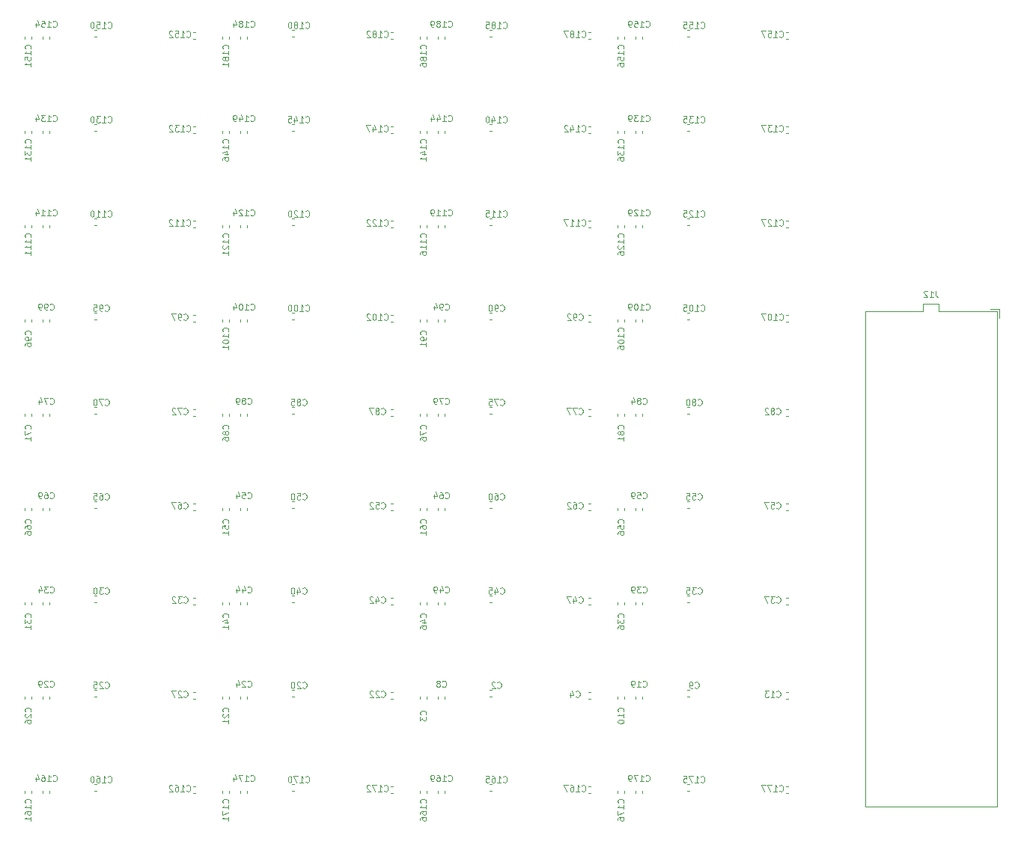
<source format=gbr>
%TF.GenerationSoftware,KiCad,Pcbnew,7.0.1*%
%TF.CreationDate,2023-04-05T17:43:42-07:00*%
%TF.ProjectId,VRSPAD-144,56525350-4144-42d3-9134-342e6b696361,rev?*%
%TF.SameCoordinates,Original*%
%TF.FileFunction,Legend,Bot*%
%TF.FilePolarity,Positive*%
%FSLAX46Y46*%
G04 Gerber Fmt 4.6, Leading zero omitted, Abs format (unit mm)*
G04 Created by KiCad (PCBNEW 7.0.1) date 2023-04-05 17:43:42*
%MOMM*%
%LPD*%
G01*
G04 APERTURE LIST*
%ADD10C,0.100000*%
%ADD11C,0.120000*%
G04 APERTURE END LIST*
D10*
%TO.C,C175*%
X158136333Y18665833D02*
X158169666Y18632500D01*
X158169666Y18632500D02*
X158269666Y18599166D01*
X158269666Y18599166D02*
X158336333Y18599166D01*
X158336333Y18599166D02*
X158436333Y18632500D01*
X158436333Y18632500D02*
X158503000Y18699166D01*
X158503000Y18699166D02*
X158536333Y18765833D01*
X158536333Y18765833D02*
X158569666Y18899166D01*
X158569666Y18899166D02*
X158569666Y18999166D01*
X158569666Y18999166D02*
X158536333Y19132500D01*
X158536333Y19132500D02*
X158503000Y19199166D01*
X158503000Y19199166D02*
X158436333Y19265833D01*
X158436333Y19265833D02*
X158336333Y19299166D01*
X158336333Y19299166D02*
X158269666Y19299166D01*
X158269666Y19299166D02*
X158169666Y19265833D01*
X158169666Y19265833D02*
X158136333Y19232500D01*
X157469666Y18599166D02*
X157869666Y18599166D01*
X157669666Y18599166D02*
X157669666Y19299166D01*
X157669666Y19299166D02*
X157736333Y19199166D01*
X157736333Y19199166D02*
X157803000Y19132500D01*
X157803000Y19132500D02*
X157869666Y19099166D01*
X157236333Y19299166D02*
X156769666Y19299166D01*
X156769666Y19299166D02*
X157069666Y18599166D01*
X156169666Y19299166D02*
X156502999Y19299166D01*
X156502999Y19299166D02*
X156536332Y18965833D01*
X156536332Y18965833D02*
X156502999Y18999166D01*
X156502999Y18999166D02*
X156436332Y19032500D01*
X156436332Y19032500D02*
X156269666Y19032500D01*
X156269666Y19032500D02*
X156202999Y18999166D01*
X156202999Y18999166D02*
X156169666Y18965833D01*
X156169666Y18965833D02*
X156136332Y18899166D01*
X156136332Y18899166D02*
X156136332Y18732500D01*
X156136332Y18732500D02*
X156169666Y18665833D01*
X156169666Y18665833D02*
X156202999Y18632500D01*
X156202999Y18632500D02*
X156269666Y18599166D01*
X156269666Y18599166D02*
X156436332Y18599166D01*
X156436332Y18599166D02*
X156502999Y18632500D01*
X156502999Y18632500D02*
X156536332Y18665833D01*
%TO.C,C146*%
X104651166Y90953333D02*
X104684500Y90986666D01*
X104684500Y90986666D02*
X104717833Y91086666D01*
X104717833Y91086666D02*
X104717833Y91153333D01*
X104717833Y91153333D02*
X104684500Y91253333D01*
X104684500Y91253333D02*
X104617833Y91320000D01*
X104617833Y91320000D02*
X104551166Y91353333D01*
X104551166Y91353333D02*
X104417833Y91386666D01*
X104417833Y91386666D02*
X104317833Y91386666D01*
X104317833Y91386666D02*
X104184500Y91353333D01*
X104184500Y91353333D02*
X104117833Y91320000D01*
X104117833Y91320000D02*
X104051166Y91253333D01*
X104051166Y91253333D02*
X104017833Y91153333D01*
X104017833Y91153333D02*
X104017833Y91086666D01*
X104017833Y91086666D02*
X104051166Y90986666D01*
X104051166Y90986666D02*
X104084500Y90953333D01*
X104717833Y90286666D02*
X104717833Y90686666D01*
X104717833Y90486666D02*
X104017833Y90486666D01*
X104017833Y90486666D02*
X104117833Y90553333D01*
X104117833Y90553333D02*
X104184500Y90620000D01*
X104184500Y90620000D02*
X104217833Y90686666D01*
X104251166Y89686666D02*
X104717833Y89686666D01*
X103984500Y89853333D02*
X104484500Y90019999D01*
X104484500Y90019999D02*
X104484500Y89586666D01*
X104017833Y89019999D02*
X104017833Y89153332D01*
X104017833Y89153332D02*
X104051166Y89219999D01*
X104051166Y89219999D02*
X104084500Y89253332D01*
X104084500Y89253332D02*
X104184500Y89319999D01*
X104184500Y89319999D02*
X104317833Y89353332D01*
X104317833Y89353332D02*
X104584500Y89353332D01*
X104584500Y89353332D02*
X104651166Y89319999D01*
X104651166Y89319999D02*
X104684500Y89286666D01*
X104684500Y89286666D02*
X104717833Y89219999D01*
X104717833Y89219999D02*
X104717833Y89086666D01*
X104717833Y89086666D02*
X104684500Y89019999D01*
X104684500Y89019999D02*
X104651166Y88986666D01*
X104651166Y88986666D02*
X104584500Y88953332D01*
X104584500Y88953332D02*
X104417833Y88953332D01*
X104417833Y88953332D02*
X104351166Y88986666D01*
X104351166Y88986666D02*
X104317833Y89019999D01*
X104317833Y89019999D02*
X104284500Y89086666D01*
X104284500Y89086666D02*
X104284500Y89219999D01*
X104284500Y89219999D02*
X104317833Y89286666D01*
X104317833Y89286666D02*
X104351166Y89319999D01*
X104351166Y89319999D02*
X104417833Y89353332D01*
%TO.C,C161*%
X82299166Y16277333D02*
X82332500Y16310666D01*
X82332500Y16310666D02*
X82365833Y16410666D01*
X82365833Y16410666D02*
X82365833Y16477333D01*
X82365833Y16477333D02*
X82332500Y16577333D01*
X82332500Y16577333D02*
X82265833Y16644000D01*
X82265833Y16644000D02*
X82199166Y16677333D01*
X82199166Y16677333D02*
X82065833Y16710666D01*
X82065833Y16710666D02*
X81965833Y16710666D01*
X81965833Y16710666D02*
X81832500Y16677333D01*
X81832500Y16677333D02*
X81765833Y16644000D01*
X81765833Y16644000D02*
X81699166Y16577333D01*
X81699166Y16577333D02*
X81665833Y16477333D01*
X81665833Y16477333D02*
X81665833Y16410666D01*
X81665833Y16410666D02*
X81699166Y16310666D01*
X81699166Y16310666D02*
X81732500Y16277333D01*
X82365833Y15610666D02*
X82365833Y16010666D01*
X82365833Y15810666D02*
X81665833Y15810666D01*
X81665833Y15810666D02*
X81765833Y15877333D01*
X81765833Y15877333D02*
X81832500Y15944000D01*
X81832500Y15944000D02*
X81865833Y16010666D01*
X81665833Y15010666D02*
X81665833Y15143999D01*
X81665833Y15143999D02*
X81699166Y15210666D01*
X81699166Y15210666D02*
X81732500Y15243999D01*
X81732500Y15243999D02*
X81832500Y15310666D01*
X81832500Y15310666D02*
X81965833Y15343999D01*
X81965833Y15343999D02*
X82232500Y15343999D01*
X82232500Y15343999D02*
X82299166Y15310666D01*
X82299166Y15310666D02*
X82332500Y15277333D01*
X82332500Y15277333D02*
X82365833Y15210666D01*
X82365833Y15210666D02*
X82365833Y15077333D01*
X82365833Y15077333D02*
X82332500Y15010666D01*
X82332500Y15010666D02*
X82299166Y14977333D01*
X82299166Y14977333D02*
X82232500Y14943999D01*
X82232500Y14943999D02*
X82065833Y14943999D01*
X82065833Y14943999D02*
X81999166Y14977333D01*
X81999166Y14977333D02*
X81965833Y15010666D01*
X81965833Y15010666D02*
X81932500Y15077333D01*
X81932500Y15077333D02*
X81932500Y15210666D01*
X81932500Y15210666D02*
X81965833Y15277333D01*
X81965833Y15277333D02*
X81999166Y15310666D01*
X81999166Y15310666D02*
X82065833Y15343999D01*
X82365833Y14277332D02*
X82365833Y14677332D01*
X82365833Y14477332D02*
X81665833Y14477332D01*
X81665833Y14477332D02*
X81765833Y14543999D01*
X81765833Y14543999D02*
X81832500Y14610666D01*
X81832500Y14610666D02*
X81865833Y14677332D01*
%TO.C,C102*%
X122322333Y70989833D02*
X122355666Y70956500D01*
X122355666Y70956500D02*
X122455666Y70923166D01*
X122455666Y70923166D02*
X122522333Y70923166D01*
X122522333Y70923166D02*
X122622333Y70956500D01*
X122622333Y70956500D02*
X122689000Y71023166D01*
X122689000Y71023166D02*
X122722333Y71089833D01*
X122722333Y71089833D02*
X122755666Y71223166D01*
X122755666Y71223166D02*
X122755666Y71323166D01*
X122755666Y71323166D02*
X122722333Y71456500D01*
X122722333Y71456500D02*
X122689000Y71523166D01*
X122689000Y71523166D02*
X122622333Y71589833D01*
X122622333Y71589833D02*
X122522333Y71623166D01*
X122522333Y71623166D02*
X122455666Y71623166D01*
X122455666Y71623166D02*
X122355666Y71589833D01*
X122355666Y71589833D02*
X122322333Y71556500D01*
X121655666Y70923166D02*
X122055666Y70923166D01*
X121855666Y70923166D02*
X121855666Y71623166D01*
X121855666Y71623166D02*
X121922333Y71523166D01*
X121922333Y71523166D02*
X121989000Y71456500D01*
X121989000Y71456500D02*
X122055666Y71423166D01*
X121222333Y71623166D02*
X121155666Y71623166D01*
X121155666Y71623166D02*
X121088999Y71589833D01*
X121088999Y71589833D02*
X121055666Y71556500D01*
X121055666Y71556500D02*
X121022333Y71489833D01*
X121022333Y71489833D02*
X120988999Y71356500D01*
X120988999Y71356500D02*
X120988999Y71189833D01*
X120988999Y71189833D02*
X121022333Y71056500D01*
X121022333Y71056500D02*
X121055666Y70989833D01*
X121055666Y70989833D02*
X121088999Y70956500D01*
X121088999Y70956500D02*
X121155666Y70923166D01*
X121155666Y70923166D02*
X121222333Y70923166D01*
X121222333Y70923166D02*
X121288999Y70956500D01*
X121288999Y70956500D02*
X121322333Y70989833D01*
X121322333Y70989833D02*
X121355666Y71056500D01*
X121355666Y71056500D02*
X121388999Y71189833D01*
X121388999Y71189833D02*
X121388999Y71356500D01*
X121388999Y71356500D02*
X121355666Y71489833D01*
X121355666Y71489833D02*
X121322333Y71556500D01*
X121322333Y71556500D02*
X121288999Y71589833D01*
X121288999Y71589833D02*
X121222333Y71623166D01*
X120722332Y71556500D02*
X120688999Y71589833D01*
X120688999Y71589833D02*
X120622332Y71623166D01*
X120622332Y71623166D02*
X120455666Y71623166D01*
X120455666Y71623166D02*
X120388999Y71589833D01*
X120388999Y71589833D02*
X120355666Y71556500D01*
X120355666Y71556500D02*
X120322332Y71489833D01*
X120322332Y71489833D02*
X120322332Y71423166D01*
X120322332Y71423166D02*
X120355666Y71323166D01*
X120355666Y71323166D02*
X120755666Y70923166D01*
X120755666Y70923166D02*
X120322332Y70923166D01*
%TO.C,C106*%
X149355166Y69617333D02*
X149388500Y69650666D01*
X149388500Y69650666D02*
X149421833Y69750666D01*
X149421833Y69750666D02*
X149421833Y69817333D01*
X149421833Y69817333D02*
X149388500Y69917333D01*
X149388500Y69917333D02*
X149321833Y69984000D01*
X149321833Y69984000D02*
X149255166Y70017333D01*
X149255166Y70017333D02*
X149121833Y70050666D01*
X149121833Y70050666D02*
X149021833Y70050666D01*
X149021833Y70050666D02*
X148888500Y70017333D01*
X148888500Y70017333D02*
X148821833Y69984000D01*
X148821833Y69984000D02*
X148755166Y69917333D01*
X148755166Y69917333D02*
X148721833Y69817333D01*
X148721833Y69817333D02*
X148721833Y69750666D01*
X148721833Y69750666D02*
X148755166Y69650666D01*
X148755166Y69650666D02*
X148788500Y69617333D01*
X149421833Y68950666D02*
X149421833Y69350666D01*
X149421833Y69150666D02*
X148721833Y69150666D01*
X148721833Y69150666D02*
X148821833Y69217333D01*
X148821833Y69217333D02*
X148888500Y69284000D01*
X148888500Y69284000D02*
X148921833Y69350666D01*
X148721833Y68517333D02*
X148721833Y68450666D01*
X148721833Y68450666D02*
X148755166Y68383999D01*
X148755166Y68383999D02*
X148788500Y68350666D01*
X148788500Y68350666D02*
X148855166Y68317333D01*
X148855166Y68317333D02*
X148988500Y68283999D01*
X148988500Y68283999D02*
X149155166Y68283999D01*
X149155166Y68283999D02*
X149288500Y68317333D01*
X149288500Y68317333D02*
X149355166Y68350666D01*
X149355166Y68350666D02*
X149388500Y68383999D01*
X149388500Y68383999D02*
X149421833Y68450666D01*
X149421833Y68450666D02*
X149421833Y68517333D01*
X149421833Y68517333D02*
X149388500Y68583999D01*
X149388500Y68583999D02*
X149355166Y68617333D01*
X149355166Y68617333D02*
X149288500Y68650666D01*
X149288500Y68650666D02*
X149155166Y68683999D01*
X149155166Y68683999D02*
X148988500Y68683999D01*
X148988500Y68683999D02*
X148855166Y68650666D01*
X148855166Y68650666D02*
X148788500Y68617333D01*
X148788500Y68617333D02*
X148755166Y68583999D01*
X148755166Y68583999D02*
X148721833Y68517333D01*
X148721833Y67683999D02*
X148721833Y67817332D01*
X148721833Y67817332D02*
X148755166Y67883999D01*
X148755166Y67883999D02*
X148788500Y67917332D01*
X148788500Y67917332D02*
X148888500Y67983999D01*
X148888500Y67983999D02*
X149021833Y68017332D01*
X149021833Y68017332D02*
X149288500Y68017332D01*
X149288500Y68017332D02*
X149355166Y67983999D01*
X149355166Y67983999D02*
X149388500Y67950666D01*
X149388500Y67950666D02*
X149421833Y67883999D01*
X149421833Y67883999D02*
X149421833Y67750666D01*
X149421833Y67750666D02*
X149388500Y67683999D01*
X149388500Y67683999D02*
X149355166Y67650666D01*
X149355166Y67650666D02*
X149288500Y67617332D01*
X149288500Y67617332D02*
X149121833Y67617332D01*
X149121833Y67617332D02*
X149055166Y67650666D01*
X149055166Y67650666D02*
X149021833Y67683999D01*
X149021833Y67683999D02*
X148988500Y67750666D01*
X148988500Y67750666D02*
X148988500Y67883999D01*
X148988500Y67883999D02*
X149021833Y67950666D01*
X149021833Y67950666D02*
X149055166Y67983999D01*
X149055166Y67983999D02*
X149121833Y68017332D01*
%TO.C,C95*%
X90747000Y72005833D02*
X90780333Y71972500D01*
X90780333Y71972500D02*
X90880333Y71939166D01*
X90880333Y71939166D02*
X90947000Y71939166D01*
X90947000Y71939166D02*
X91047000Y71972500D01*
X91047000Y71972500D02*
X91113667Y72039166D01*
X91113667Y72039166D02*
X91147000Y72105833D01*
X91147000Y72105833D02*
X91180333Y72239166D01*
X91180333Y72239166D02*
X91180333Y72339166D01*
X91180333Y72339166D02*
X91147000Y72472500D01*
X91147000Y72472500D02*
X91113667Y72539166D01*
X91113667Y72539166D02*
X91047000Y72605833D01*
X91047000Y72605833D02*
X90947000Y72639166D01*
X90947000Y72639166D02*
X90880333Y72639166D01*
X90880333Y72639166D02*
X90780333Y72605833D01*
X90780333Y72605833D02*
X90747000Y72572500D01*
X90413667Y71939166D02*
X90280333Y71939166D01*
X90280333Y71939166D02*
X90213667Y71972500D01*
X90213667Y71972500D02*
X90180333Y72005833D01*
X90180333Y72005833D02*
X90113667Y72105833D01*
X90113667Y72105833D02*
X90080333Y72239166D01*
X90080333Y72239166D02*
X90080333Y72505833D01*
X90080333Y72505833D02*
X90113667Y72572500D01*
X90113667Y72572500D02*
X90147000Y72605833D01*
X90147000Y72605833D02*
X90213667Y72639166D01*
X90213667Y72639166D02*
X90347000Y72639166D01*
X90347000Y72639166D02*
X90413667Y72605833D01*
X90413667Y72605833D02*
X90447000Y72572500D01*
X90447000Y72572500D02*
X90480333Y72505833D01*
X90480333Y72505833D02*
X90480333Y72339166D01*
X90480333Y72339166D02*
X90447000Y72272500D01*
X90447000Y72272500D02*
X90413667Y72239166D01*
X90413667Y72239166D02*
X90347000Y72205833D01*
X90347000Y72205833D02*
X90213667Y72205833D01*
X90213667Y72205833D02*
X90147000Y72239166D01*
X90147000Y72239166D02*
X90113667Y72272500D01*
X90113667Y72272500D02*
X90080333Y72339166D01*
X89447000Y72639166D02*
X89780333Y72639166D01*
X89780333Y72639166D02*
X89813666Y72305833D01*
X89813666Y72305833D02*
X89780333Y72339166D01*
X89780333Y72339166D02*
X89713666Y72372500D01*
X89713666Y72372500D02*
X89547000Y72372500D01*
X89547000Y72372500D02*
X89480333Y72339166D01*
X89480333Y72339166D02*
X89447000Y72305833D01*
X89447000Y72305833D02*
X89413666Y72239166D01*
X89413666Y72239166D02*
X89413666Y72072500D01*
X89413666Y72072500D02*
X89447000Y72005833D01*
X89447000Y72005833D02*
X89480333Y71972500D01*
X89480333Y71972500D02*
X89547000Y71939166D01*
X89547000Y71939166D02*
X89713666Y71939166D01*
X89713666Y71939166D02*
X89780333Y71972500D01*
X89780333Y71972500D02*
X89813666Y72005833D01*
%TO.C,C29*%
X84524000Y29460833D02*
X84557333Y29427500D01*
X84557333Y29427500D02*
X84657333Y29394166D01*
X84657333Y29394166D02*
X84724000Y29394166D01*
X84724000Y29394166D02*
X84824000Y29427500D01*
X84824000Y29427500D02*
X84890667Y29494166D01*
X84890667Y29494166D02*
X84924000Y29560833D01*
X84924000Y29560833D02*
X84957333Y29694166D01*
X84957333Y29694166D02*
X84957333Y29794166D01*
X84957333Y29794166D02*
X84924000Y29927500D01*
X84924000Y29927500D02*
X84890667Y29994166D01*
X84890667Y29994166D02*
X84824000Y30060833D01*
X84824000Y30060833D02*
X84724000Y30094166D01*
X84724000Y30094166D02*
X84657333Y30094166D01*
X84657333Y30094166D02*
X84557333Y30060833D01*
X84557333Y30060833D02*
X84524000Y30027500D01*
X84257333Y30027500D02*
X84224000Y30060833D01*
X84224000Y30060833D02*
X84157333Y30094166D01*
X84157333Y30094166D02*
X83990667Y30094166D01*
X83990667Y30094166D02*
X83924000Y30060833D01*
X83924000Y30060833D02*
X83890667Y30027500D01*
X83890667Y30027500D02*
X83857333Y29960833D01*
X83857333Y29960833D02*
X83857333Y29894166D01*
X83857333Y29894166D02*
X83890667Y29794166D01*
X83890667Y29794166D02*
X84290667Y29394166D01*
X84290667Y29394166D02*
X83857333Y29394166D01*
X83524000Y29394166D02*
X83390666Y29394166D01*
X83390666Y29394166D02*
X83324000Y29427500D01*
X83324000Y29427500D02*
X83290666Y29460833D01*
X83290666Y29460833D02*
X83224000Y29560833D01*
X83224000Y29560833D02*
X83190666Y29694166D01*
X83190666Y29694166D02*
X83190666Y29960833D01*
X83190666Y29960833D02*
X83224000Y30027500D01*
X83224000Y30027500D02*
X83257333Y30060833D01*
X83257333Y30060833D02*
X83324000Y30094166D01*
X83324000Y30094166D02*
X83457333Y30094166D01*
X83457333Y30094166D02*
X83524000Y30060833D01*
X83524000Y30060833D02*
X83557333Y30027500D01*
X83557333Y30027500D02*
X83590666Y29960833D01*
X83590666Y29960833D02*
X83590666Y29794166D01*
X83590666Y29794166D02*
X83557333Y29727500D01*
X83557333Y29727500D02*
X83524000Y29694166D01*
X83524000Y29694166D02*
X83457333Y29660833D01*
X83457333Y29660833D02*
X83324000Y29660833D01*
X83324000Y29660833D02*
X83257333Y29694166D01*
X83257333Y29694166D02*
X83224000Y29727500D01*
X83224000Y29727500D02*
X83190666Y29794166D01*
%TO.C,C154*%
X84857333Y104136833D02*
X84890666Y104103500D01*
X84890666Y104103500D02*
X84990666Y104070166D01*
X84990666Y104070166D02*
X85057333Y104070166D01*
X85057333Y104070166D02*
X85157333Y104103500D01*
X85157333Y104103500D02*
X85224000Y104170166D01*
X85224000Y104170166D02*
X85257333Y104236833D01*
X85257333Y104236833D02*
X85290666Y104370166D01*
X85290666Y104370166D02*
X85290666Y104470166D01*
X85290666Y104470166D02*
X85257333Y104603500D01*
X85257333Y104603500D02*
X85224000Y104670166D01*
X85224000Y104670166D02*
X85157333Y104736833D01*
X85157333Y104736833D02*
X85057333Y104770166D01*
X85057333Y104770166D02*
X84990666Y104770166D01*
X84990666Y104770166D02*
X84890666Y104736833D01*
X84890666Y104736833D02*
X84857333Y104703500D01*
X84190666Y104070166D02*
X84590666Y104070166D01*
X84390666Y104070166D02*
X84390666Y104770166D01*
X84390666Y104770166D02*
X84457333Y104670166D01*
X84457333Y104670166D02*
X84524000Y104603500D01*
X84524000Y104603500D02*
X84590666Y104570166D01*
X83557333Y104770166D02*
X83890666Y104770166D01*
X83890666Y104770166D02*
X83923999Y104436833D01*
X83923999Y104436833D02*
X83890666Y104470166D01*
X83890666Y104470166D02*
X83823999Y104503500D01*
X83823999Y104503500D02*
X83657333Y104503500D01*
X83657333Y104503500D02*
X83590666Y104470166D01*
X83590666Y104470166D02*
X83557333Y104436833D01*
X83557333Y104436833D02*
X83523999Y104370166D01*
X83523999Y104370166D02*
X83523999Y104203500D01*
X83523999Y104203500D02*
X83557333Y104136833D01*
X83557333Y104136833D02*
X83590666Y104103500D01*
X83590666Y104103500D02*
X83657333Y104070166D01*
X83657333Y104070166D02*
X83823999Y104070166D01*
X83823999Y104070166D02*
X83890666Y104103500D01*
X83890666Y104103500D02*
X83923999Y104136833D01*
X82923999Y104536833D02*
X82923999Y104070166D01*
X83090666Y104803500D02*
X83257332Y104303500D01*
X83257332Y104303500D02*
X82823999Y104303500D01*
%TO.C,C57*%
X166693000Y49653833D02*
X166726333Y49620500D01*
X166726333Y49620500D02*
X166826333Y49587166D01*
X166826333Y49587166D02*
X166893000Y49587166D01*
X166893000Y49587166D02*
X166993000Y49620500D01*
X166993000Y49620500D02*
X167059667Y49687166D01*
X167059667Y49687166D02*
X167093000Y49753833D01*
X167093000Y49753833D02*
X167126333Y49887166D01*
X167126333Y49887166D02*
X167126333Y49987166D01*
X167126333Y49987166D02*
X167093000Y50120500D01*
X167093000Y50120500D02*
X167059667Y50187166D01*
X167059667Y50187166D02*
X166993000Y50253833D01*
X166993000Y50253833D02*
X166893000Y50287166D01*
X166893000Y50287166D02*
X166826333Y50287166D01*
X166826333Y50287166D02*
X166726333Y50253833D01*
X166726333Y50253833D02*
X166693000Y50220500D01*
X166059667Y50287166D02*
X166393000Y50287166D01*
X166393000Y50287166D02*
X166426333Y49953833D01*
X166426333Y49953833D02*
X166393000Y49987166D01*
X166393000Y49987166D02*
X166326333Y50020500D01*
X166326333Y50020500D02*
X166159667Y50020500D01*
X166159667Y50020500D02*
X166093000Y49987166D01*
X166093000Y49987166D02*
X166059667Y49953833D01*
X166059667Y49953833D02*
X166026333Y49887166D01*
X166026333Y49887166D02*
X166026333Y49720500D01*
X166026333Y49720500D02*
X166059667Y49653833D01*
X166059667Y49653833D02*
X166093000Y49620500D01*
X166093000Y49620500D02*
X166159667Y49587166D01*
X166159667Y49587166D02*
X166326333Y49587166D01*
X166326333Y49587166D02*
X166393000Y49620500D01*
X166393000Y49620500D02*
X166426333Y49653833D01*
X165793000Y50287166D02*
X165326333Y50287166D01*
X165326333Y50287166D02*
X165626333Y49587166D01*
%TO.C,C82*%
X166693000Y60321833D02*
X166726333Y60288500D01*
X166726333Y60288500D02*
X166826333Y60255166D01*
X166826333Y60255166D02*
X166893000Y60255166D01*
X166893000Y60255166D02*
X166993000Y60288500D01*
X166993000Y60288500D02*
X167059667Y60355166D01*
X167059667Y60355166D02*
X167093000Y60421833D01*
X167093000Y60421833D02*
X167126333Y60555166D01*
X167126333Y60555166D02*
X167126333Y60655166D01*
X167126333Y60655166D02*
X167093000Y60788500D01*
X167093000Y60788500D02*
X167059667Y60855166D01*
X167059667Y60855166D02*
X166993000Y60921833D01*
X166993000Y60921833D02*
X166893000Y60955166D01*
X166893000Y60955166D02*
X166826333Y60955166D01*
X166826333Y60955166D02*
X166726333Y60921833D01*
X166726333Y60921833D02*
X166693000Y60888500D01*
X166293000Y60655166D02*
X166359667Y60688500D01*
X166359667Y60688500D02*
X166393000Y60721833D01*
X166393000Y60721833D02*
X166426333Y60788500D01*
X166426333Y60788500D02*
X166426333Y60821833D01*
X166426333Y60821833D02*
X166393000Y60888500D01*
X166393000Y60888500D02*
X166359667Y60921833D01*
X166359667Y60921833D02*
X166293000Y60955166D01*
X166293000Y60955166D02*
X166159667Y60955166D01*
X166159667Y60955166D02*
X166093000Y60921833D01*
X166093000Y60921833D02*
X166059667Y60888500D01*
X166059667Y60888500D02*
X166026333Y60821833D01*
X166026333Y60821833D02*
X166026333Y60788500D01*
X166026333Y60788500D02*
X166059667Y60721833D01*
X166059667Y60721833D02*
X166093000Y60688500D01*
X166093000Y60688500D02*
X166159667Y60655166D01*
X166159667Y60655166D02*
X166293000Y60655166D01*
X166293000Y60655166D02*
X166359667Y60621833D01*
X166359667Y60621833D02*
X166393000Y60588500D01*
X166393000Y60588500D02*
X166426333Y60521833D01*
X166426333Y60521833D02*
X166426333Y60388500D01*
X166426333Y60388500D02*
X166393000Y60321833D01*
X166393000Y60321833D02*
X166359667Y60288500D01*
X166359667Y60288500D02*
X166293000Y60255166D01*
X166293000Y60255166D02*
X166159667Y60255166D01*
X166159667Y60255166D02*
X166093000Y60288500D01*
X166093000Y60288500D02*
X166059667Y60321833D01*
X166059667Y60321833D02*
X166026333Y60388500D01*
X166026333Y60388500D02*
X166026333Y60521833D01*
X166026333Y60521833D02*
X166059667Y60588500D01*
X166059667Y60588500D02*
X166093000Y60621833D01*
X166093000Y60621833D02*
X166159667Y60655166D01*
X165759666Y60888500D02*
X165726333Y60921833D01*
X165726333Y60921833D02*
X165659666Y60955166D01*
X165659666Y60955166D02*
X165493000Y60955166D01*
X165493000Y60955166D02*
X165426333Y60921833D01*
X165426333Y60921833D02*
X165393000Y60888500D01*
X165393000Y60888500D02*
X165359666Y60821833D01*
X165359666Y60821833D02*
X165359666Y60755166D01*
X165359666Y60755166D02*
X165393000Y60655166D01*
X165393000Y60655166D02*
X165793000Y60255166D01*
X165793000Y60255166D02*
X165359666Y60255166D01*
%TO.C,C94*%
X129228000Y72132833D02*
X129261333Y72099500D01*
X129261333Y72099500D02*
X129361333Y72066166D01*
X129361333Y72066166D02*
X129428000Y72066166D01*
X129428000Y72066166D02*
X129528000Y72099500D01*
X129528000Y72099500D02*
X129594667Y72166166D01*
X129594667Y72166166D02*
X129628000Y72232833D01*
X129628000Y72232833D02*
X129661333Y72366166D01*
X129661333Y72366166D02*
X129661333Y72466166D01*
X129661333Y72466166D02*
X129628000Y72599500D01*
X129628000Y72599500D02*
X129594667Y72666166D01*
X129594667Y72666166D02*
X129528000Y72732833D01*
X129528000Y72732833D02*
X129428000Y72766166D01*
X129428000Y72766166D02*
X129361333Y72766166D01*
X129361333Y72766166D02*
X129261333Y72732833D01*
X129261333Y72732833D02*
X129228000Y72699500D01*
X128894667Y72066166D02*
X128761333Y72066166D01*
X128761333Y72066166D02*
X128694667Y72099500D01*
X128694667Y72099500D02*
X128661333Y72132833D01*
X128661333Y72132833D02*
X128594667Y72232833D01*
X128594667Y72232833D02*
X128561333Y72366166D01*
X128561333Y72366166D02*
X128561333Y72632833D01*
X128561333Y72632833D02*
X128594667Y72699500D01*
X128594667Y72699500D02*
X128628000Y72732833D01*
X128628000Y72732833D02*
X128694667Y72766166D01*
X128694667Y72766166D02*
X128828000Y72766166D01*
X128828000Y72766166D02*
X128894667Y72732833D01*
X128894667Y72732833D02*
X128928000Y72699500D01*
X128928000Y72699500D02*
X128961333Y72632833D01*
X128961333Y72632833D02*
X128961333Y72466166D01*
X128961333Y72466166D02*
X128928000Y72399500D01*
X128928000Y72399500D02*
X128894667Y72366166D01*
X128894667Y72366166D02*
X128828000Y72332833D01*
X128828000Y72332833D02*
X128694667Y72332833D01*
X128694667Y72332833D02*
X128628000Y72366166D01*
X128628000Y72366166D02*
X128594667Y72399500D01*
X128594667Y72399500D02*
X128561333Y72466166D01*
X127961333Y72532833D02*
X127961333Y72066166D01*
X128128000Y72799500D02*
X128294666Y72299500D01*
X128294666Y72299500D02*
X127861333Y72299500D01*
%TO.C,C76*%
X127003166Y58616000D02*
X127036500Y58649333D01*
X127036500Y58649333D02*
X127069833Y58749333D01*
X127069833Y58749333D02*
X127069833Y58816000D01*
X127069833Y58816000D02*
X127036500Y58916000D01*
X127036500Y58916000D02*
X126969833Y58982667D01*
X126969833Y58982667D02*
X126903166Y59016000D01*
X126903166Y59016000D02*
X126769833Y59049333D01*
X126769833Y59049333D02*
X126669833Y59049333D01*
X126669833Y59049333D02*
X126536500Y59016000D01*
X126536500Y59016000D02*
X126469833Y58982667D01*
X126469833Y58982667D02*
X126403166Y58916000D01*
X126403166Y58916000D02*
X126369833Y58816000D01*
X126369833Y58816000D02*
X126369833Y58749333D01*
X126369833Y58749333D02*
X126403166Y58649333D01*
X126403166Y58649333D02*
X126436500Y58616000D01*
X126369833Y58382667D02*
X126369833Y57916000D01*
X126369833Y57916000D02*
X127069833Y58216000D01*
X126369833Y57349333D02*
X126369833Y57482666D01*
X126369833Y57482666D02*
X126403166Y57549333D01*
X126403166Y57549333D02*
X126436500Y57582666D01*
X126436500Y57582666D02*
X126536500Y57649333D01*
X126536500Y57649333D02*
X126669833Y57682666D01*
X126669833Y57682666D02*
X126936500Y57682666D01*
X126936500Y57682666D02*
X127003166Y57649333D01*
X127003166Y57649333D02*
X127036500Y57616000D01*
X127036500Y57616000D02*
X127069833Y57549333D01*
X127069833Y57549333D02*
X127069833Y57416000D01*
X127069833Y57416000D02*
X127036500Y57349333D01*
X127036500Y57349333D02*
X127003166Y57316000D01*
X127003166Y57316000D02*
X126936500Y57282666D01*
X126936500Y57282666D02*
X126769833Y57282666D01*
X126769833Y57282666D02*
X126703166Y57316000D01*
X126703166Y57316000D02*
X126669833Y57349333D01*
X126669833Y57349333D02*
X126636500Y57416000D01*
X126636500Y57416000D02*
X126636500Y57549333D01*
X126636500Y57549333D02*
X126669833Y57616000D01*
X126669833Y57616000D02*
X126703166Y57649333D01*
X126703166Y57649333D02*
X126769833Y57682666D01*
%TO.C,C89*%
X106876000Y61464833D02*
X106909333Y61431500D01*
X106909333Y61431500D02*
X107009333Y61398166D01*
X107009333Y61398166D02*
X107076000Y61398166D01*
X107076000Y61398166D02*
X107176000Y61431500D01*
X107176000Y61431500D02*
X107242667Y61498166D01*
X107242667Y61498166D02*
X107276000Y61564833D01*
X107276000Y61564833D02*
X107309333Y61698166D01*
X107309333Y61698166D02*
X107309333Y61798166D01*
X107309333Y61798166D02*
X107276000Y61931500D01*
X107276000Y61931500D02*
X107242667Y61998166D01*
X107242667Y61998166D02*
X107176000Y62064833D01*
X107176000Y62064833D02*
X107076000Y62098166D01*
X107076000Y62098166D02*
X107009333Y62098166D01*
X107009333Y62098166D02*
X106909333Y62064833D01*
X106909333Y62064833D02*
X106876000Y62031500D01*
X106476000Y61798166D02*
X106542667Y61831500D01*
X106542667Y61831500D02*
X106576000Y61864833D01*
X106576000Y61864833D02*
X106609333Y61931500D01*
X106609333Y61931500D02*
X106609333Y61964833D01*
X106609333Y61964833D02*
X106576000Y62031500D01*
X106576000Y62031500D02*
X106542667Y62064833D01*
X106542667Y62064833D02*
X106476000Y62098166D01*
X106476000Y62098166D02*
X106342667Y62098166D01*
X106342667Y62098166D02*
X106276000Y62064833D01*
X106276000Y62064833D02*
X106242667Y62031500D01*
X106242667Y62031500D02*
X106209333Y61964833D01*
X106209333Y61964833D02*
X106209333Y61931500D01*
X106209333Y61931500D02*
X106242667Y61864833D01*
X106242667Y61864833D02*
X106276000Y61831500D01*
X106276000Y61831500D02*
X106342667Y61798166D01*
X106342667Y61798166D02*
X106476000Y61798166D01*
X106476000Y61798166D02*
X106542667Y61764833D01*
X106542667Y61764833D02*
X106576000Y61731500D01*
X106576000Y61731500D02*
X106609333Y61664833D01*
X106609333Y61664833D02*
X106609333Y61531500D01*
X106609333Y61531500D02*
X106576000Y61464833D01*
X106576000Y61464833D02*
X106542667Y61431500D01*
X106542667Y61431500D02*
X106476000Y61398166D01*
X106476000Y61398166D02*
X106342667Y61398166D01*
X106342667Y61398166D02*
X106276000Y61431500D01*
X106276000Y61431500D02*
X106242667Y61464833D01*
X106242667Y61464833D02*
X106209333Y61531500D01*
X106209333Y61531500D02*
X106209333Y61664833D01*
X106209333Y61664833D02*
X106242667Y61731500D01*
X106242667Y61731500D02*
X106276000Y61764833D01*
X106276000Y61764833D02*
X106342667Y61798166D01*
X105876000Y61398166D02*
X105742666Y61398166D01*
X105742666Y61398166D02*
X105676000Y61431500D01*
X105676000Y61431500D02*
X105642666Y61464833D01*
X105642666Y61464833D02*
X105576000Y61564833D01*
X105576000Y61564833D02*
X105542666Y61698166D01*
X105542666Y61698166D02*
X105542666Y61964833D01*
X105542666Y61964833D02*
X105576000Y62031500D01*
X105576000Y62031500D02*
X105609333Y62064833D01*
X105609333Y62064833D02*
X105676000Y62098166D01*
X105676000Y62098166D02*
X105809333Y62098166D01*
X105809333Y62098166D02*
X105876000Y62064833D01*
X105876000Y62064833D02*
X105909333Y62031500D01*
X105909333Y62031500D02*
X105942666Y61964833D01*
X105942666Y61964833D02*
X105942666Y61798166D01*
X105942666Y61798166D02*
X105909333Y61731500D01*
X105909333Y61731500D02*
X105876000Y61698166D01*
X105876000Y61698166D02*
X105809333Y61664833D01*
X105809333Y61664833D02*
X105676000Y61664833D01*
X105676000Y61664833D02*
X105609333Y61698166D01*
X105609333Y61698166D02*
X105576000Y61731500D01*
X105576000Y61731500D02*
X105542666Y61798166D01*
%TO.C,C91*%
X127003166Y69284000D02*
X127036500Y69317333D01*
X127036500Y69317333D02*
X127069833Y69417333D01*
X127069833Y69417333D02*
X127069833Y69484000D01*
X127069833Y69484000D02*
X127036500Y69584000D01*
X127036500Y69584000D02*
X126969833Y69650667D01*
X126969833Y69650667D02*
X126903166Y69684000D01*
X126903166Y69684000D02*
X126769833Y69717333D01*
X126769833Y69717333D02*
X126669833Y69717333D01*
X126669833Y69717333D02*
X126536500Y69684000D01*
X126536500Y69684000D02*
X126469833Y69650667D01*
X126469833Y69650667D02*
X126403166Y69584000D01*
X126403166Y69584000D02*
X126369833Y69484000D01*
X126369833Y69484000D02*
X126369833Y69417333D01*
X126369833Y69417333D02*
X126403166Y69317333D01*
X126403166Y69317333D02*
X126436500Y69284000D01*
X127069833Y68950667D02*
X127069833Y68817333D01*
X127069833Y68817333D02*
X127036500Y68750667D01*
X127036500Y68750667D02*
X127003166Y68717333D01*
X127003166Y68717333D02*
X126903166Y68650667D01*
X126903166Y68650667D02*
X126769833Y68617333D01*
X126769833Y68617333D02*
X126503166Y68617333D01*
X126503166Y68617333D02*
X126436500Y68650667D01*
X126436500Y68650667D02*
X126403166Y68684000D01*
X126403166Y68684000D02*
X126369833Y68750667D01*
X126369833Y68750667D02*
X126369833Y68884000D01*
X126369833Y68884000D02*
X126403166Y68950667D01*
X126403166Y68950667D02*
X126436500Y68984000D01*
X126436500Y68984000D02*
X126503166Y69017333D01*
X126503166Y69017333D02*
X126669833Y69017333D01*
X126669833Y69017333D02*
X126736500Y68984000D01*
X126736500Y68984000D02*
X126769833Y68950667D01*
X126769833Y68950667D02*
X126803166Y68884000D01*
X126803166Y68884000D02*
X126803166Y68750667D01*
X126803166Y68750667D02*
X126769833Y68684000D01*
X126769833Y68684000D02*
X126736500Y68650667D01*
X126736500Y68650667D02*
X126669833Y68617333D01*
X127069833Y67950666D02*
X127069833Y68350666D01*
X127069833Y68150666D02*
X126369833Y68150666D01*
X126369833Y68150666D02*
X126469833Y68217333D01*
X126469833Y68217333D02*
X126536500Y68284000D01*
X126536500Y68284000D02*
X126569833Y68350666D01*
%TO.C,C66*%
X82299166Y47948000D02*
X82332500Y47981333D01*
X82332500Y47981333D02*
X82365833Y48081333D01*
X82365833Y48081333D02*
X82365833Y48148000D01*
X82365833Y48148000D02*
X82332500Y48248000D01*
X82332500Y48248000D02*
X82265833Y48314667D01*
X82265833Y48314667D02*
X82199166Y48348000D01*
X82199166Y48348000D02*
X82065833Y48381333D01*
X82065833Y48381333D02*
X81965833Y48381333D01*
X81965833Y48381333D02*
X81832500Y48348000D01*
X81832500Y48348000D02*
X81765833Y48314667D01*
X81765833Y48314667D02*
X81699166Y48248000D01*
X81699166Y48248000D02*
X81665833Y48148000D01*
X81665833Y48148000D02*
X81665833Y48081333D01*
X81665833Y48081333D02*
X81699166Y47981333D01*
X81699166Y47981333D02*
X81732500Y47948000D01*
X81665833Y47348000D02*
X81665833Y47481333D01*
X81665833Y47481333D02*
X81699166Y47548000D01*
X81699166Y47548000D02*
X81732500Y47581333D01*
X81732500Y47581333D02*
X81832500Y47648000D01*
X81832500Y47648000D02*
X81965833Y47681333D01*
X81965833Y47681333D02*
X82232500Y47681333D01*
X82232500Y47681333D02*
X82299166Y47648000D01*
X82299166Y47648000D02*
X82332500Y47614667D01*
X82332500Y47614667D02*
X82365833Y47548000D01*
X82365833Y47548000D02*
X82365833Y47414667D01*
X82365833Y47414667D02*
X82332500Y47348000D01*
X82332500Y47348000D02*
X82299166Y47314667D01*
X82299166Y47314667D02*
X82232500Y47281333D01*
X82232500Y47281333D02*
X82065833Y47281333D01*
X82065833Y47281333D02*
X81999166Y47314667D01*
X81999166Y47314667D02*
X81965833Y47348000D01*
X81965833Y47348000D02*
X81932500Y47414667D01*
X81932500Y47414667D02*
X81932500Y47548000D01*
X81932500Y47548000D02*
X81965833Y47614667D01*
X81965833Y47614667D02*
X81999166Y47648000D01*
X81999166Y47648000D02*
X82065833Y47681333D01*
X81665833Y46681333D02*
X81665833Y46814666D01*
X81665833Y46814666D02*
X81699166Y46881333D01*
X81699166Y46881333D02*
X81732500Y46914666D01*
X81732500Y46914666D02*
X81832500Y46981333D01*
X81832500Y46981333D02*
X81965833Y47014666D01*
X81965833Y47014666D02*
X82232500Y47014666D01*
X82232500Y47014666D02*
X82299166Y46981333D01*
X82299166Y46981333D02*
X82332500Y46948000D01*
X82332500Y46948000D02*
X82365833Y46881333D01*
X82365833Y46881333D02*
X82365833Y46748000D01*
X82365833Y46748000D02*
X82332500Y46681333D01*
X82332500Y46681333D02*
X82299166Y46648000D01*
X82299166Y46648000D02*
X82232500Y46614666D01*
X82232500Y46614666D02*
X82065833Y46614666D01*
X82065833Y46614666D02*
X81999166Y46648000D01*
X81999166Y46648000D02*
X81965833Y46681333D01*
X81965833Y46681333D02*
X81932500Y46748000D01*
X81932500Y46748000D02*
X81932500Y46881333D01*
X81932500Y46881333D02*
X81965833Y46948000D01*
X81965833Y46948000D02*
X81999166Y46981333D01*
X81999166Y46981333D02*
X82065833Y47014666D01*
%TO.C,C159*%
X151913333Y104136833D02*
X151946666Y104103500D01*
X151946666Y104103500D02*
X152046666Y104070166D01*
X152046666Y104070166D02*
X152113333Y104070166D01*
X152113333Y104070166D02*
X152213333Y104103500D01*
X152213333Y104103500D02*
X152280000Y104170166D01*
X152280000Y104170166D02*
X152313333Y104236833D01*
X152313333Y104236833D02*
X152346666Y104370166D01*
X152346666Y104370166D02*
X152346666Y104470166D01*
X152346666Y104470166D02*
X152313333Y104603500D01*
X152313333Y104603500D02*
X152280000Y104670166D01*
X152280000Y104670166D02*
X152213333Y104736833D01*
X152213333Y104736833D02*
X152113333Y104770166D01*
X152113333Y104770166D02*
X152046666Y104770166D01*
X152046666Y104770166D02*
X151946666Y104736833D01*
X151946666Y104736833D02*
X151913333Y104703500D01*
X151246666Y104070166D02*
X151646666Y104070166D01*
X151446666Y104070166D02*
X151446666Y104770166D01*
X151446666Y104770166D02*
X151513333Y104670166D01*
X151513333Y104670166D02*
X151580000Y104603500D01*
X151580000Y104603500D02*
X151646666Y104570166D01*
X150613333Y104770166D02*
X150946666Y104770166D01*
X150946666Y104770166D02*
X150979999Y104436833D01*
X150979999Y104436833D02*
X150946666Y104470166D01*
X150946666Y104470166D02*
X150879999Y104503500D01*
X150879999Y104503500D02*
X150713333Y104503500D01*
X150713333Y104503500D02*
X150646666Y104470166D01*
X150646666Y104470166D02*
X150613333Y104436833D01*
X150613333Y104436833D02*
X150579999Y104370166D01*
X150579999Y104370166D02*
X150579999Y104203500D01*
X150579999Y104203500D02*
X150613333Y104136833D01*
X150613333Y104136833D02*
X150646666Y104103500D01*
X150646666Y104103500D02*
X150713333Y104070166D01*
X150713333Y104070166D02*
X150879999Y104070166D01*
X150879999Y104070166D02*
X150946666Y104103500D01*
X150946666Y104103500D02*
X150979999Y104136833D01*
X150246666Y104070166D02*
X150113332Y104070166D01*
X150113332Y104070166D02*
X150046666Y104103500D01*
X150046666Y104103500D02*
X150013332Y104136833D01*
X150013332Y104136833D02*
X149946666Y104236833D01*
X149946666Y104236833D02*
X149913332Y104370166D01*
X149913332Y104370166D02*
X149913332Y104636833D01*
X149913332Y104636833D02*
X149946666Y104703500D01*
X149946666Y104703500D02*
X149979999Y104736833D01*
X149979999Y104736833D02*
X150046666Y104770166D01*
X150046666Y104770166D02*
X150179999Y104770166D01*
X150179999Y104770166D02*
X150246666Y104736833D01*
X150246666Y104736833D02*
X150279999Y104703500D01*
X150279999Y104703500D02*
X150313332Y104636833D01*
X150313332Y104636833D02*
X150313332Y104470166D01*
X150313332Y104470166D02*
X150279999Y104403500D01*
X150279999Y104403500D02*
X150246666Y104370166D01*
X150246666Y104370166D02*
X150179999Y104336833D01*
X150179999Y104336833D02*
X150046666Y104336833D01*
X150046666Y104336833D02*
X149979999Y104370166D01*
X149979999Y104370166D02*
X149946666Y104403500D01*
X149946666Y104403500D02*
X149913332Y104470166D01*
%TO.C,C44*%
X106876000Y40128833D02*
X106909333Y40095500D01*
X106909333Y40095500D02*
X107009333Y40062166D01*
X107009333Y40062166D02*
X107076000Y40062166D01*
X107076000Y40062166D02*
X107176000Y40095500D01*
X107176000Y40095500D02*
X107242667Y40162166D01*
X107242667Y40162166D02*
X107276000Y40228833D01*
X107276000Y40228833D02*
X107309333Y40362166D01*
X107309333Y40362166D02*
X107309333Y40462166D01*
X107309333Y40462166D02*
X107276000Y40595500D01*
X107276000Y40595500D02*
X107242667Y40662166D01*
X107242667Y40662166D02*
X107176000Y40728833D01*
X107176000Y40728833D02*
X107076000Y40762166D01*
X107076000Y40762166D02*
X107009333Y40762166D01*
X107009333Y40762166D02*
X106909333Y40728833D01*
X106909333Y40728833D02*
X106876000Y40695500D01*
X106276000Y40528833D02*
X106276000Y40062166D01*
X106442667Y40795500D02*
X106609333Y40295500D01*
X106609333Y40295500D02*
X106176000Y40295500D01*
X105609333Y40528833D02*
X105609333Y40062166D01*
X105776000Y40795500D02*
X105942666Y40295500D01*
X105942666Y40295500D02*
X105509333Y40295500D01*
%TO.C,C59*%
X151580000Y50796833D02*
X151613333Y50763500D01*
X151613333Y50763500D02*
X151713333Y50730166D01*
X151713333Y50730166D02*
X151780000Y50730166D01*
X151780000Y50730166D02*
X151880000Y50763500D01*
X151880000Y50763500D02*
X151946667Y50830166D01*
X151946667Y50830166D02*
X151980000Y50896833D01*
X151980000Y50896833D02*
X152013333Y51030166D01*
X152013333Y51030166D02*
X152013333Y51130166D01*
X152013333Y51130166D02*
X151980000Y51263500D01*
X151980000Y51263500D02*
X151946667Y51330166D01*
X151946667Y51330166D02*
X151880000Y51396833D01*
X151880000Y51396833D02*
X151780000Y51430166D01*
X151780000Y51430166D02*
X151713333Y51430166D01*
X151713333Y51430166D02*
X151613333Y51396833D01*
X151613333Y51396833D02*
X151580000Y51363500D01*
X150946667Y51430166D02*
X151280000Y51430166D01*
X151280000Y51430166D02*
X151313333Y51096833D01*
X151313333Y51096833D02*
X151280000Y51130166D01*
X151280000Y51130166D02*
X151213333Y51163500D01*
X151213333Y51163500D02*
X151046667Y51163500D01*
X151046667Y51163500D02*
X150980000Y51130166D01*
X150980000Y51130166D02*
X150946667Y51096833D01*
X150946667Y51096833D02*
X150913333Y51030166D01*
X150913333Y51030166D02*
X150913333Y50863500D01*
X150913333Y50863500D02*
X150946667Y50796833D01*
X150946667Y50796833D02*
X150980000Y50763500D01*
X150980000Y50763500D02*
X151046667Y50730166D01*
X151046667Y50730166D02*
X151213333Y50730166D01*
X151213333Y50730166D02*
X151280000Y50763500D01*
X151280000Y50763500D02*
X151313333Y50796833D01*
X150580000Y50730166D02*
X150446666Y50730166D01*
X150446666Y50730166D02*
X150380000Y50763500D01*
X150380000Y50763500D02*
X150346666Y50796833D01*
X150346666Y50796833D02*
X150280000Y50896833D01*
X150280000Y50896833D02*
X150246666Y51030166D01*
X150246666Y51030166D02*
X150246666Y51296833D01*
X150246666Y51296833D02*
X150280000Y51363500D01*
X150280000Y51363500D02*
X150313333Y51396833D01*
X150313333Y51396833D02*
X150380000Y51430166D01*
X150380000Y51430166D02*
X150513333Y51430166D01*
X150513333Y51430166D02*
X150580000Y51396833D01*
X150580000Y51396833D02*
X150613333Y51363500D01*
X150613333Y51363500D02*
X150646666Y51296833D01*
X150646666Y51296833D02*
X150646666Y51130166D01*
X150646666Y51130166D02*
X150613333Y51063500D01*
X150613333Y51063500D02*
X150580000Y51030166D01*
X150580000Y51030166D02*
X150513333Y50996833D01*
X150513333Y50996833D02*
X150380000Y50996833D01*
X150380000Y50996833D02*
X150313333Y51030166D01*
X150313333Y51030166D02*
X150280000Y51063500D01*
X150280000Y51063500D02*
X150246666Y51130166D01*
%TO.C,C50*%
X113099000Y50669833D02*
X113132333Y50636500D01*
X113132333Y50636500D02*
X113232333Y50603166D01*
X113232333Y50603166D02*
X113299000Y50603166D01*
X113299000Y50603166D02*
X113399000Y50636500D01*
X113399000Y50636500D02*
X113465667Y50703166D01*
X113465667Y50703166D02*
X113499000Y50769833D01*
X113499000Y50769833D02*
X113532333Y50903166D01*
X113532333Y50903166D02*
X113532333Y51003166D01*
X113532333Y51003166D02*
X113499000Y51136500D01*
X113499000Y51136500D02*
X113465667Y51203166D01*
X113465667Y51203166D02*
X113399000Y51269833D01*
X113399000Y51269833D02*
X113299000Y51303166D01*
X113299000Y51303166D02*
X113232333Y51303166D01*
X113232333Y51303166D02*
X113132333Y51269833D01*
X113132333Y51269833D02*
X113099000Y51236500D01*
X112465667Y51303166D02*
X112799000Y51303166D01*
X112799000Y51303166D02*
X112832333Y50969833D01*
X112832333Y50969833D02*
X112799000Y51003166D01*
X112799000Y51003166D02*
X112732333Y51036500D01*
X112732333Y51036500D02*
X112565667Y51036500D01*
X112565667Y51036500D02*
X112499000Y51003166D01*
X112499000Y51003166D02*
X112465667Y50969833D01*
X112465667Y50969833D02*
X112432333Y50903166D01*
X112432333Y50903166D02*
X112432333Y50736500D01*
X112432333Y50736500D02*
X112465667Y50669833D01*
X112465667Y50669833D02*
X112499000Y50636500D01*
X112499000Y50636500D02*
X112565667Y50603166D01*
X112565667Y50603166D02*
X112732333Y50603166D01*
X112732333Y50603166D02*
X112799000Y50636500D01*
X112799000Y50636500D02*
X112832333Y50669833D01*
X111999000Y51303166D02*
X111932333Y51303166D01*
X111932333Y51303166D02*
X111865666Y51269833D01*
X111865666Y51269833D02*
X111832333Y51236500D01*
X111832333Y51236500D02*
X111799000Y51169833D01*
X111799000Y51169833D02*
X111765666Y51036500D01*
X111765666Y51036500D02*
X111765666Y50869833D01*
X111765666Y50869833D02*
X111799000Y50736500D01*
X111799000Y50736500D02*
X111832333Y50669833D01*
X111832333Y50669833D02*
X111865666Y50636500D01*
X111865666Y50636500D02*
X111932333Y50603166D01*
X111932333Y50603166D02*
X111999000Y50603166D01*
X111999000Y50603166D02*
X112065666Y50636500D01*
X112065666Y50636500D02*
X112099000Y50669833D01*
X112099000Y50669833D02*
X112132333Y50736500D01*
X112132333Y50736500D02*
X112165666Y50869833D01*
X112165666Y50869833D02*
X112165666Y51036500D01*
X112165666Y51036500D02*
X112132333Y51169833D01*
X112132333Y51169833D02*
X112099000Y51236500D01*
X112099000Y51236500D02*
X112065666Y51269833D01*
X112065666Y51269833D02*
X111999000Y51303166D01*
%TO.C,C186*%
X127003166Y101621333D02*
X127036500Y101654666D01*
X127036500Y101654666D02*
X127069833Y101754666D01*
X127069833Y101754666D02*
X127069833Y101821333D01*
X127069833Y101821333D02*
X127036500Y101921333D01*
X127036500Y101921333D02*
X126969833Y101988000D01*
X126969833Y101988000D02*
X126903166Y102021333D01*
X126903166Y102021333D02*
X126769833Y102054666D01*
X126769833Y102054666D02*
X126669833Y102054666D01*
X126669833Y102054666D02*
X126536500Y102021333D01*
X126536500Y102021333D02*
X126469833Y101988000D01*
X126469833Y101988000D02*
X126403166Y101921333D01*
X126403166Y101921333D02*
X126369833Y101821333D01*
X126369833Y101821333D02*
X126369833Y101754666D01*
X126369833Y101754666D02*
X126403166Y101654666D01*
X126403166Y101654666D02*
X126436500Y101621333D01*
X127069833Y100954666D02*
X127069833Y101354666D01*
X127069833Y101154666D02*
X126369833Y101154666D01*
X126369833Y101154666D02*
X126469833Y101221333D01*
X126469833Y101221333D02*
X126536500Y101288000D01*
X126536500Y101288000D02*
X126569833Y101354666D01*
X126669833Y100554666D02*
X126636500Y100621333D01*
X126636500Y100621333D02*
X126603166Y100654666D01*
X126603166Y100654666D02*
X126536500Y100687999D01*
X126536500Y100687999D02*
X126503166Y100687999D01*
X126503166Y100687999D02*
X126436500Y100654666D01*
X126436500Y100654666D02*
X126403166Y100621333D01*
X126403166Y100621333D02*
X126369833Y100554666D01*
X126369833Y100554666D02*
X126369833Y100421333D01*
X126369833Y100421333D02*
X126403166Y100354666D01*
X126403166Y100354666D02*
X126436500Y100321333D01*
X126436500Y100321333D02*
X126503166Y100287999D01*
X126503166Y100287999D02*
X126536500Y100287999D01*
X126536500Y100287999D02*
X126603166Y100321333D01*
X126603166Y100321333D02*
X126636500Y100354666D01*
X126636500Y100354666D02*
X126669833Y100421333D01*
X126669833Y100421333D02*
X126669833Y100554666D01*
X126669833Y100554666D02*
X126703166Y100621333D01*
X126703166Y100621333D02*
X126736500Y100654666D01*
X126736500Y100654666D02*
X126803166Y100687999D01*
X126803166Y100687999D02*
X126936500Y100687999D01*
X126936500Y100687999D02*
X127003166Y100654666D01*
X127003166Y100654666D02*
X127036500Y100621333D01*
X127036500Y100621333D02*
X127069833Y100554666D01*
X127069833Y100554666D02*
X127069833Y100421333D01*
X127069833Y100421333D02*
X127036500Y100354666D01*
X127036500Y100354666D02*
X127003166Y100321333D01*
X127003166Y100321333D02*
X126936500Y100287999D01*
X126936500Y100287999D02*
X126803166Y100287999D01*
X126803166Y100287999D02*
X126736500Y100321333D01*
X126736500Y100321333D02*
X126703166Y100354666D01*
X126703166Y100354666D02*
X126669833Y100421333D01*
X126369833Y99687999D02*
X126369833Y99821332D01*
X126369833Y99821332D02*
X126403166Y99887999D01*
X126403166Y99887999D02*
X126436500Y99921332D01*
X126436500Y99921332D02*
X126536500Y99987999D01*
X126536500Y99987999D02*
X126669833Y100021332D01*
X126669833Y100021332D02*
X126936500Y100021332D01*
X126936500Y100021332D02*
X127003166Y99987999D01*
X127003166Y99987999D02*
X127036500Y99954666D01*
X127036500Y99954666D02*
X127069833Y99887999D01*
X127069833Y99887999D02*
X127069833Y99754666D01*
X127069833Y99754666D02*
X127036500Y99687999D01*
X127036500Y99687999D02*
X127003166Y99654666D01*
X127003166Y99654666D02*
X126936500Y99621332D01*
X126936500Y99621332D02*
X126769833Y99621332D01*
X126769833Y99621332D02*
X126703166Y99654666D01*
X126703166Y99654666D02*
X126669833Y99687999D01*
X126669833Y99687999D02*
X126636500Y99754666D01*
X126636500Y99754666D02*
X126636500Y99887999D01*
X126636500Y99887999D02*
X126669833Y99954666D01*
X126669833Y99954666D02*
X126703166Y99987999D01*
X126703166Y99987999D02*
X126769833Y100021332D01*
%TO.C,C126*%
X149355166Y80285333D02*
X149388500Y80318666D01*
X149388500Y80318666D02*
X149421833Y80418666D01*
X149421833Y80418666D02*
X149421833Y80485333D01*
X149421833Y80485333D02*
X149388500Y80585333D01*
X149388500Y80585333D02*
X149321833Y80652000D01*
X149321833Y80652000D02*
X149255166Y80685333D01*
X149255166Y80685333D02*
X149121833Y80718666D01*
X149121833Y80718666D02*
X149021833Y80718666D01*
X149021833Y80718666D02*
X148888500Y80685333D01*
X148888500Y80685333D02*
X148821833Y80652000D01*
X148821833Y80652000D02*
X148755166Y80585333D01*
X148755166Y80585333D02*
X148721833Y80485333D01*
X148721833Y80485333D02*
X148721833Y80418666D01*
X148721833Y80418666D02*
X148755166Y80318666D01*
X148755166Y80318666D02*
X148788500Y80285333D01*
X149421833Y79618666D02*
X149421833Y80018666D01*
X149421833Y79818666D02*
X148721833Y79818666D01*
X148721833Y79818666D02*
X148821833Y79885333D01*
X148821833Y79885333D02*
X148888500Y79952000D01*
X148888500Y79952000D02*
X148921833Y80018666D01*
X148788500Y79351999D02*
X148755166Y79318666D01*
X148755166Y79318666D02*
X148721833Y79251999D01*
X148721833Y79251999D02*
X148721833Y79085333D01*
X148721833Y79085333D02*
X148755166Y79018666D01*
X148755166Y79018666D02*
X148788500Y78985333D01*
X148788500Y78985333D02*
X148855166Y78951999D01*
X148855166Y78951999D02*
X148921833Y78951999D01*
X148921833Y78951999D02*
X149021833Y78985333D01*
X149021833Y78985333D02*
X149421833Y79385333D01*
X149421833Y79385333D02*
X149421833Y78951999D01*
X148721833Y78351999D02*
X148721833Y78485332D01*
X148721833Y78485332D02*
X148755166Y78551999D01*
X148755166Y78551999D02*
X148788500Y78585332D01*
X148788500Y78585332D02*
X148888500Y78651999D01*
X148888500Y78651999D02*
X149021833Y78685332D01*
X149021833Y78685332D02*
X149288500Y78685332D01*
X149288500Y78685332D02*
X149355166Y78651999D01*
X149355166Y78651999D02*
X149388500Y78618666D01*
X149388500Y78618666D02*
X149421833Y78551999D01*
X149421833Y78551999D02*
X149421833Y78418666D01*
X149421833Y78418666D02*
X149388500Y78351999D01*
X149388500Y78351999D02*
X149355166Y78318666D01*
X149355166Y78318666D02*
X149288500Y78285332D01*
X149288500Y78285332D02*
X149121833Y78285332D01*
X149121833Y78285332D02*
X149055166Y78318666D01*
X149055166Y78318666D02*
X149021833Y78351999D01*
X149021833Y78351999D02*
X148988500Y78418666D01*
X148988500Y78418666D02*
X148988500Y78551999D01*
X148988500Y78551999D02*
X149021833Y78618666D01*
X149021833Y78618666D02*
X149055166Y78651999D01*
X149055166Y78651999D02*
X149121833Y78685332D01*
%TO.C,C30*%
X90747000Y40001833D02*
X90780333Y39968500D01*
X90780333Y39968500D02*
X90880333Y39935166D01*
X90880333Y39935166D02*
X90947000Y39935166D01*
X90947000Y39935166D02*
X91047000Y39968500D01*
X91047000Y39968500D02*
X91113667Y40035166D01*
X91113667Y40035166D02*
X91147000Y40101833D01*
X91147000Y40101833D02*
X91180333Y40235166D01*
X91180333Y40235166D02*
X91180333Y40335166D01*
X91180333Y40335166D02*
X91147000Y40468500D01*
X91147000Y40468500D02*
X91113667Y40535166D01*
X91113667Y40535166D02*
X91047000Y40601833D01*
X91047000Y40601833D02*
X90947000Y40635166D01*
X90947000Y40635166D02*
X90880333Y40635166D01*
X90880333Y40635166D02*
X90780333Y40601833D01*
X90780333Y40601833D02*
X90747000Y40568500D01*
X90513667Y40635166D02*
X90080333Y40635166D01*
X90080333Y40635166D02*
X90313667Y40368500D01*
X90313667Y40368500D02*
X90213667Y40368500D01*
X90213667Y40368500D02*
X90147000Y40335166D01*
X90147000Y40335166D02*
X90113667Y40301833D01*
X90113667Y40301833D02*
X90080333Y40235166D01*
X90080333Y40235166D02*
X90080333Y40068500D01*
X90080333Y40068500D02*
X90113667Y40001833D01*
X90113667Y40001833D02*
X90147000Y39968500D01*
X90147000Y39968500D02*
X90213667Y39935166D01*
X90213667Y39935166D02*
X90413667Y39935166D01*
X90413667Y39935166D02*
X90480333Y39968500D01*
X90480333Y39968500D02*
X90513667Y40001833D01*
X89647000Y40635166D02*
X89580333Y40635166D01*
X89580333Y40635166D02*
X89513666Y40601833D01*
X89513666Y40601833D02*
X89480333Y40568500D01*
X89480333Y40568500D02*
X89447000Y40501833D01*
X89447000Y40501833D02*
X89413666Y40368500D01*
X89413666Y40368500D02*
X89413666Y40201833D01*
X89413666Y40201833D02*
X89447000Y40068500D01*
X89447000Y40068500D02*
X89480333Y40001833D01*
X89480333Y40001833D02*
X89513666Y39968500D01*
X89513666Y39968500D02*
X89580333Y39935166D01*
X89580333Y39935166D02*
X89647000Y39935166D01*
X89647000Y39935166D02*
X89713666Y39968500D01*
X89713666Y39968500D02*
X89747000Y40001833D01*
X89747000Y40001833D02*
X89780333Y40068500D01*
X89780333Y40068500D02*
X89813666Y40201833D01*
X89813666Y40201833D02*
X89813666Y40368500D01*
X89813666Y40368500D02*
X89780333Y40501833D01*
X89780333Y40501833D02*
X89747000Y40568500D01*
X89747000Y40568500D02*
X89713666Y40601833D01*
X89713666Y40601833D02*
X89647000Y40635166D01*
%TO.C,C152*%
X99970333Y102993833D02*
X100003666Y102960500D01*
X100003666Y102960500D02*
X100103666Y102927166D01*
X100103666Y102927166D02*
X100170333Y102927166D01*
X100170333Y102927166D02*
X100270333Y102960500D01*
X100270333Y102960500D02*
X100337000Y103027166D01*
X100337000Y103027166D02*
X100370333Y103093833D01*
X100370333Y103093833D02*
X100403666Y103227166D01*
X100403666Y103227166D02*
X100403666Y103327166D01*
X100403666Y103327166D02*
X100370333Y103460500D01*
X100370333Y103460500D02*
X100337000Y103527166D01*
X100337000Y103527166D02*
X100270333Y103593833D01*
X100270333Y103593833D02*
X100170333Y103627166D01*
X100170333Y103627166D02*
X100103666Y103627166D01*
X100103666Y103627166D02*
X100003666Y103593833D01*
X100003666Y103593833D02*
X99970333Y103560500D01*
X99303666Y102927166D02*
X99703666Y102927166D01*
X99503666Y102927166D02*
X99503666Y103627166D01*
X99503666Y103627166D02*
X99570333Y103527166D01*
X99570333Y103527166D02*
X99637000Y103460500D01*
X99637000Y103460500D02*
X99703666Y103427166D01*
X98670333Y103627166D02*
X99003666Y103627166D01*
X99003666Y103627166D02*
X99036999Y103293833D01*
X99036999Y103293833D02*
X99003666Y103327166D01*
X99003666Y103327166D02*
X98936999Y103360500D01*
X98936999Y103360500D02*
X98770333Y103360500D01*
X98770333Y103360500D02*
X98703666Y103327166D01*
X98703666Y103327166D02*
X98670333Y103293833D01*
X98670333Y103293833D02*
X98636999Y103227166D01*
X98636999Y103227166D02*
X98636999Y103060500D01*
X98636999Y103060500D02*
X98670333Y102993833D01*
X98670333Y102993833D02*
X98703666Y102960500D01*
X98703666Y102960500D02*
X98770333Y102927166D01*
X98770333Y102927166D02*
X98936999Y102927166D01*
X98936999Y102927166D02*
X99003666Y102960500D01*
X99003666Y102960500D02*
X99036999Y102993833D01*
X98370332Y103560500D02*
X98336999Y103593833D01*
X98336999Y103593833D02*
X98270332Y103627166D01*
X98270332Y103627166D02*
X98103666Y103627166D01*
X98103666Y103627166D02*
X98036999Y103593833D01*
X98036999Y103593833D02*
X98003666Y103560500D01*
X98003666Y103560500D02*
X97970332Y103493833D01*
X97970332Y103493833D02*
X97970332Y103427166D01*
X97970332Y103427166D02*
X98003666Y103327166D01*
X98003666Y103327166D02*
X98403666Y102927166D01*
X98403666Y102927166D02*
X97970332Y102927166D01*
%TO.C,C92*%
X144341000Y70989833D02*
X144374333Y70956500D01*
X144374333Y70956500D02*
X144474333Y70923166D01*
X144474333Y70923166D02*
X144541000Y70923166D01*
X144541000Y70923166D02*
X144641000Y70956500D01*
X144641000Y70956500D02*
X144707667Y71023166D01*
X144707667Y71023166D02*
X144741000Y71089833D01*
X144741000Y71089833D02*
X144774333Y71223166D01*
X144774333Y71223166D02*
X144774333Y71323166D01*
X144774333Y71323166D02*
X144741000Y71456500D01*
X144741000Y71456500D02*
X144707667Y71523166D01*
X144707667Y71523166D02*
X144641000Y71589833D01*
X144641000Y71589833D02*
X144541000Y71623166D01*
X144541000Y71623166D02*
X144474333Y71623166D01*
X144474333Y71623166D02*
X144374333Y71589833D01*
X144374333Y71589833D02*
X144341000Y71556500D01*
X144007667Y70923166D02*
X143874333Y70923166D01*
X143874333Y70923166D02*
X143807667Y70956500D01*
X143807667Y70956500D02*
X143774333Y70989833D01*
X143774333Y70989833D02*
X143707667Y71089833D01*
X143707667Y71089833D02*
X143674333Y71223166D01*
X143674333Y71223166D02*
X143674333Y71489833D01*
X143674333Y71489833D02*
X143707667Y71556500D01*
X143707667Y71556500D02*
X143741000Y71589833D01*
X143741000Y71589833D02*
X143807667Y71623166D01*
X143807667Y71623166D02*
X143941000Y71623166D01*
X143941000Y71623166D02*
X144007667Y71589833D01*
X144007667Y71589833D02*
X144041000Y71556500D01*
X144041000Y71556500D02*
X144074333Y71489833D01*
X144074333Y71489833D02*
X144074333Y71323166D01*
X144074333Y71323166D02*
X144041000Y71256500D01*
X144041000Y71256500D02*
X144007667Y71223166D01*
X144007667Y71223166D02*
X143941000Y71189833D01*
X143941000Y71189833D02*
X143807667Y71189833D01*
X143807667Y71189833D02*
X143741000Y71223166D01*
X143741000Y71223166D02*
X143707667Y71256500D01*
X143707667Y71256500D02*
X143674333Y71323166D01*
X143407666Y71556500D02*
X143374333Y71589833D01*
X143374333Y71589833D02*
X143307666Y71623166D01*
X143307666Y71623166D02*
X143141000Y71623166D01*
X143141000Y71623166D02*
X143074333Y71589833D01*
X143074333Y71589833D02*
X143041000Y71556500D01*
X143041000Y71556500D02*
X143007666Y71489833D01*
X143007666Y71489833D02*
X143007666Y71423166D01*
X143007666Y71423166D02*
X143041000Y71323166D01*
X143041000Y71323166D02*
X143441000Y70923166D01*
X143441000Y70923166D02*
X143007666Y70923166D01*
%TO.C,C169*%
X129561333Y18792833D02*
X129594666Y18759500D01*
X129594666Y18759500D02*
X129694666Y18726166D01*
X129694666Y18726166D02*
X129761333Y18726166D01*
X129761333Y18726166D02*
X129861333Y18759500D01*
X129861333Y18759500D02*
X129928000Y18826166D01*
X129928000Y18826166D02*
X129961333Y18892833D01*
X129961333Y18892833D02*
X129994666Y19026166D01*
X129994666Y19026166D02*
X129994666Y19126166D01*
X129994666Y19126166D02*
X129961333Y19259500D01*
X129961333Y19259500D02*
X129928000Y19326166D01*
X129928000Y19326166D02*
X129861333Y19392833D01*
X129861333Y19392833D02*
X129761333Y19426166D01*
X129761333Y19426166D02*
X129694666Y19426166D01*
X129694666Y19426166D02*
X129594666Y19392833D01*
X129594666Y19392833D02*
X129561333Y19359500D01*
X128894666Y18726166D02*
X129294666Y18726166D01*
X129094666Y18726166D02*
X129094666Y19426166D01*
X129094666Y19426166D02*
X129161333Y19326166D01*
X129161333Y19326166D02*
X129228000Y19259500D01*
X129228000Y19259500D02*
X129294666Y19226166D01*
X128294666Y19426166D02*
X128427999Y19426166D01*
X128427999Y19426166D02*
X128494666Y19392833D01*
X128494666Y19392833D02*
X128527999Y19359500D01*
X128527999Y19359500D02*
X128594666Y19259500D01*
X128594666Y19259500D02*
X128627999Y19126166D01*
X128627999Y19126166D02*
X128627999Y18859500D01*
X128627999Y18859500D02*
X128594666Y18792833D01*
X128594666Y18792833D02*
X128561333Y18759500D01*
X128561333Y18759500D02*
X128494666Y18726166D01*
X128494666Y18726166D02*
X128361333Y18726166D01*
X128361333Y18726166D02*
X128294666Y18759500D01*
X128294666Y18759500D02*
X128261333Y18792833D01*
X128261333Y18792833D02*
X128227999Y18859500D01*
X128227999Y18859500D02*
X128227999Y19026166D01*
X128227999Y19026166D02*
X128261333Y19092833D01*
X128261333Y19092833D02*
X128294666Y19126166D01*
X128294666Y19126166D02*
X128361333Y19159500D01*
X128361333Y19159500D02*
X128494666Y19159500D01*
X128494666Y19159500D02*
X128561333Y19126166D01*
X128561333Y19126166D02*
X128594666Y19092833D01*
X128594666Y19092833D02*
X128627999Y19026166D01*
X127894666Y18726166D02*
X127761332Y18726166D01*
X127761332Y18726166D02*
X127694666Y18759500D01*
X127694666Y18759500D02*
X127661332Y18792833D01*
X127661332Y18792833D02*
X127594666Y18892833D01*
X127594666Y18892833D02*
X127561332Y19026166D01*
X127561332Y19026166D02*
X127561332Y19292833D01*
X127561332Y19292833D02*
X127594666Y19359500D01*
X127594666Y19359500D02*
X127627999Y19392833D01*
X127627999Y19392833D02*
X127694666Y19426166D01*
X127694666Y19426166D02*
X127827999Y19426166D01*
X127827999Y19426166D02*
X127894666Y19392833D01*
X127894666Y19392833D02*
X127927999Y19359500D01*
X127927999Y19359500D02*
X127961332Y19292833D01*
X127961332Y19292833D02*
X127961332Y19126166D01*
X127961332Y19126166D02*
X127927999Y19059500D01*
X127927999Y19059500D02*
X127894666Y19026166D01*
X127894666Y19026166D02*
X127827999Y18992833D01*
X127827999Y18992833D02*
X127694666Y18992833D01*
X127694666Y18992833D02*
X127627999Y19026166D01*
X127627999Y19026166D02*
X127594666Y19059500D01*
X127594666Y19059500D02*
X127561332Y19126166D01*
%TO.C,C112*%
X99970333Y81657833D02*
X100003666Y81624500D01*
X100003666Y81624500D02*
X100103666Y81591166D01*
X100103666Y81591166D02*
X100170333Y81591166D01*
X100170333Y81591166D02*
X100270333Y81624500D01*
X100270333Y81624500D02*
X100337000Y81691166D01*
X100337000Y81691166D02*
X100370333Y81757833D01*
X100370333Y81757833D02*
X100403666Y81891166D01*
X100403666Y81891166D02*
X100403666Y81991166D01*
X100403666Y81991166D02*
X100370333Y82124500D01*
X100370333Y82124500D02*
X100337000Y82191166D01*
X100337000Y82191166D02*
X100270333Y82257833D01*
X100270333Y82257833D02*
X100170333Y82291166D01*
X100170333Y82291166D02*
X100103666Y82291166D01*
X100103666Y82291166D02*
X100003666Y82257833D01*
X100003666Y82257833D02*
X99970333Y82224500D01*
X99303666Y81591166D02*
X99703666Y81591166D01*
X99503666Y81591166D02*
X99503666Y82291166D01*
X99503666Y82291166D02*
X99570333Y82191166D01*
X99570333Y82191166D02*
X99637000Y82124500D01*
X99637000Y82124500D02*
X99703666Y82091166D01*
X98636999Y81591166D02*
X99036999Y81591166D01*
X98836999Y81591166D02*
X98836999Y82291166D01*
X98836999Y82291166D02*
X98903666Y82191166D01*
X98903666Y82191166D02*
X98970333Y82124500D01*
X98970333Y82124500D02*
X99036999Y82091166D01*
X98370332Y82224500D02*
X98336999Y82257833D01*
X98336999Y82257833D02*
X98270332Y82291166D01*
X98270332Y82291166D02*
X98103666Y82291166D01*
X98103666Y82291166D02*
X98036999Y82257833D01*
X98036999Y82257833D02*
X98003666Y82224500D01*
X98003666Y82224500D02*
X97970332Y82157833D01*
X97970332Y82157833D02*
X97970332Y82091166D01*
X97970332Y82091166D02*
X98003666Y81991166D01*
X98003666Y81991166D02*
X98403666Y81591166D01*
X98403666Y81591166D02*
X97970332Y81591166D01*
%TO.C,C164*%
X84857333Y18792833D02*
X84890666Y18759500D01*
X84890666Y18759500D02*
X84990666Y18726166D01*
X84990666Y18726166D02*
X85057333Y18726166D01*
X85057333Y18726166D02*
X85157333Y18759500D01*
X85157333Y18759500D02*
X85224000Y18826166D01*
X85224000Y18826166D02*
X85257333Y18892833D01*
X85257333Y18892833D02*
X85290666Y19026166D01*
X85290666Y19026166D02*
X85290666Y19126166D01*
X85290666Y19126166D02*
X85257333Y19259500D01*
X85257333Y19259500D02*
X85224000Y19326166D01*
X85224000Y19326166D02*
X85157333Y19392833D01*
X85157333Y19392833D02*
X85057333Y19426166D01*
X85057333Y19426166D02*
X84990666Y19426166D01*
X84990666Y19426166D02*
X84890666Y19392833D01*
X84890666Y19392833D02*
X84857333Y19359500D01*
X84190666Y18726166D02*
X84590666Y18726166D01*
X84390666Y18726166D02*
X84390666Y19426166D01*
X84390666Y19426166D02*
X84457333Y19326166D01*
X84457333Y19326166D02*
X84524000Y19259500D01*
X84524000Y19259500D02*
X84590666Y19226166D01*
X83590666Y19426166D02*
X83723999Y19426166D01*
X83723999Y19426166D02*
X83790666Y19392833D01*
X83790666Y19392833D02*
X83823999Y19359500D01*
X83823999Y19359500D02*
X83890666Y19259500D01*
X83890666Y19259500D02*
X83923999Y19126166D01*
X83923999Y19126166D02*
X83923999Y18859500D01*
X83923999Y18859500D02*
X83890666Y18792833D01*
X83890666Y18792833D02*
X83857333Y18759500D01*
X83857333Y18759500D02*
X83790666Y18726166D01*
X83790666Y18726166D02*
X83657333Y18726166D01*
X83657333Y18726166D02*
X83590666Y18759500D01*
X83590666Y18759500D02*
X83557333Y18792833D01*
X83557333Y18792833D02*
X83523999Y18859500D01*
X83523999Y18859500D02*
X83523999Y19026166D01*
X83523999Y19026166D02*
X83557333Y19092833D01*
X83557333Y19092833D02*
X83590666Y19126166D01*
X83590666Y19126166D02*
X83657333Y19159500D01*
X83657333Y19159500D02*
X83790666Y19159500D01*
X83790666Y19159500D02*
X83857333Y19126166D01*
X83857333Y19126166D02*
X83890666Y19092833D01*
X83890666Y19092833D02*
X83923999Y19026166D01*
X82923999Y19192833D02*
X82923999Y18726166D01*
X83090666Y19459500D02*
X83257332Y18959500D01*
X83257332Y18959500D02*
X82823999Y18959500D01*
%TO.C,C127*%
X167026333Y81657833D02*
X167059666Y81624500D01*
X167059666Y81624500D02*
X167159666Y81591166D01*
X167159666Y81591166D02*
X167226333Y81591166D01*
X167226333Y81591166D02*
X167326333Y81624500D01*
X167326333Y81624500D02*
X167393000Y81691166D01*
X167393000Y81691166D02*
X167426333Y81757833D01*
X167426333Y81757833D02*
X167459666Y81891166D01*
X167459666Y81891166D02*
X167459666Y81991166D01*
X167459666Y81991166D02*
X167426333Y82124500D01*
X167426333Y82124500D02*
X167393000Y82191166D01*
X167393000Y82191166D02*
X167326333Y82257833D01*
X167326333Y82257833D02*
X167226333Y82291166D01*
X167226333Y82291166D02*
X167159666Y82291166D01*
X167159666Y82291166D02*
X167059666Y82257833D01*
X167059666Y82257833D02*
X167026333Y82224500D01*
X166359666Y81591166D02*
X166759666Y81591166D01*
X166559666Y81591166D02*
X166559666Y82291166D01*
X166559666Y82291166D02*
X166626333Y82191166D01*
X166626333Y82191166D02*
X166693000Y82124500D01*
X166693000Y82124500D02*
X166759666Y82091166D01*
X166092999Y82224500D02*
X166059666Y82257833D01*
X166059666Y82257833D02*
X165992999Y82291166D01*
X165992999Y82291166D02*
X165826333Y82291166D01*
X165826333Y82291166D02*
X165759666Y82257833D01*
X165759666Y82257833D02*
X165726333Y82224500D01*
X165726333Y82224500D02*
X165692999Y82157833D01*
X165692999Y82157833D02*
X165692999Y82091166D01*
X165692999Y82091166D02*
X165726333Y81991166D01*
X165726333Y81991166D02*
X166126333Y81591166D01*
X166126333Y81591166D02*
X165692999Y81591166D01*
X165459666Y82291166D02*
X164992999Y82291166D01*
X164992999Y82291166D02*
X165292999Y81591166D01*
%TO.C,C187*%
X144674333Y102993833D02*
X144707666Y102960500D01*
X144707666Y102960500D02*
X144807666Y102927166D01*
X144807666Y102927166D02*
X144874333Y102927166D01*
X144874333Y102927166D02*
X144974333Y102960500D01*
X144974333Y102960500D02*
X145041000Y103027166D01*
X145041000Y103027166D02*
X145074333Y103093833D01*
X145074333Y103093833D02*
X145107666Y103227166D01*
X145107666Y103227166D02*
X145107666Y103327166D01*
X145107666Y103327166D02*
X145074333Y103460500D01*
X145074333Y103460500D02*
X145041000Y103527166D01*
X145041000Y103527166D02*
X144974333Y103593833D01*
X144974333Y103593833D02*
X144874333Y103627166D01*
X144874333Y103627166D02*
X144807666Y103627166D01*
X144807666Y103627166D02*
X144707666Y103593833D01*
X144707666Y103593833D02*
X144674333Y103560500D01*
X144007666Y102927166D02*
X144407666Y102927166D01*
X144207666Y102927166D02*
X144207666Y103627166D01*
X144207666Y103627166D02*
X144274333Y103527166D01*
X144274333Y103527166D02*
X144341000Y103460500D01*
X144341000Y103460500D02*
X144407666Y103427166D01*
X143607666Y103327166D02*
X143674333Y103360500D01*
X143674333Y103360500D02*
X143707666Y103393833D01*
X143707666Y103393833D02*
X143740999Y103460500D01*
X143740999Y103460500D02*
X143740999Y103493833D01*
X143740999Y103493833D02*
X143707666Y103560500D01*
X143707666Y103560500D02*
X143674333Y103593833D01*
X143674333Y103593833D02*
X143607666Y103627166D01*
X143607666Y103627166D02*
X143474333Y103627166D01*
X143474333Y103627166D02*
X143407666Y103593833D01*
X143407666Y103593833D02*
X143374333Y103560500D01*
X143374333Y103560500D02*
X143340999Y103493833D01*
X143340999Y103493833D02*
X143340999Y103460500D01*
X143340999Y103460500D02*
X143374333Y103393833D01*
X143374333Y103393833D02*
X143407666Y103360500D01*
X143407666Y103360500D02*
X143474333Y103327166D01*
X143474333Y103327166D02*
X143607666Y103327166D01*
X143607666Y103327166D02*
X143674333Y103293833D01*
X143674333Y103293833D02*
X143707666Y103260500D01*
X143707666Y103260500D02*
X143740999Y103193833D01*
X143740999Y103193833D02*
X143740999Y103060500D01*
X143740999Y103060500D02*
X143707666Y102993833D01*
X143707666Y102993833D02*
X143674333Y102960500D01*
X143674333Y102960500D02*
X143607666Y102927166D01*
X143607666Y102927166D02*
X143474333Y102927166D01*
X143474333Y102927166D02*
X143407666Y102960500D01*
X143407666Y102960500D02*
X143374333Y102993833D01*
X143374333Y102993833D02*
X143340999Y103060500D01*
X143340999Y103060500D02*
X143340999Y103193833D01*
X143340999Y103193833D02*
X143374333Y103260500D01*
X143374333Y103260500D02*
X143407666Y103293833D01*
X143407666Y103293833D02*
X143474333Y103327166D01*
X143107666Y103627166D02*
X142640999Y103627166D01*
X142640999Y103627166D02*
X142940999Y102927166D01*
%TO.C,C166*%
X127003166Y16277333D02*
X127036500Y16310666D01*
X127036500Y16310666D02*
X127069833Y16410666D01*
X127069833Y16410666D02*
X127069833Y16477333D01*
X127069833Y16477333D02*
X127036500Y16577333D01*
X127036500Y16577333D02*
X126969833Y16644000D01*
X126969833Y16644000D02*
X126903166Y16677333D01*
X126903166Y16677333D02*
X126769833Y16710666D01*
X126769833Y16710666D02*
X126669833Y16710666D01*
X126669833Y16710666D02*
X126536500Y16677333D01*
X126536500Y16677333D02*
X126469833Y16644000D01*
X126469833Y16644000D02*
X126403166Y16577333D01*
X126403166Y16577333D02*
X126369833Y16477333D01*
X126369833Y16477333D02*
X126369833Y16410666D01*
X126369833Y16410666D02*
X126403166Y16310666D01*
X126403166Y16310666D02*
X126436500Y16277333D01*
X127069833Y15610666D02*
X127069833Y16010666D01*
X127069833Y15810666D02*
X126369833Y15810666D01*
X126369833Y15810666D02*
X126469833Y15877333D01*
X126469833Y15877333D02*
X126536500Y15944000D01*
X126536500Y15944000D02*
X126569833Y16010666D01*
X126369833Y15010666D02*
X126369833Y15143999D01*
X126369833Y15143999D02*
X126403166Y15210666D01*
X126403166Y15210666D02*
X126436500Y15243999D01*
X126436500Y15243999D02*
X126536500Y15310666D01*
X126536500Y15310666D02*
X126669833Y15343999D01*
X126669833Y15343999D02*
X126936500Y15343999D01*
X126936500Y15343999D02*
X127003166Y15310666D01*
X127003166Y15310666D02*
X127036500Y15277333D01*
X127036500Y15277333D02*
X127069833Y15210666D01*
X127069833Y15210666D02*
X127069833Y15077333D01*
X127069833Y15077333D02*
X127036500Y15010666D01*
X127036500Y15010666D02*
X127003166Y14977333D01*
X127003166Y14977333D02*
X126936500Y14943999D01*
X126936500Y14943999D02*
X126769833Y14943999D01*
X126769833Y14943999D02*
X126703166Y14977333D01*
X126703166Y14977333D02*
X126669833Y15010666D01*
X126669833Y15010666D02*
X126636500Y15077333D01*
X126636500Y15077333D02*
X126636500Y15210666D01*
X126636500Y15210666D02*
X126669833Y15277333D01*
X126669833Y15277333D02*
X126703166Y15310666D01*
X126703166Y15310666D02*
X126769833Y15343999D01*
X126369833Y14343999D02*
X126369833Y14477332D01*
X126369833Y14477332D02*
X126403166Y14543999D01*
X126403166Y14543999D02*
X126436500Y14577332D01*
X126436500Y14577332D02*
X126536500Y14643999D01*
X126536500Y14643999D02*
X126669833Y14677332D01*
X126669833Y14677332D02*
X126936500Y14677332D01*
X126936500Y14677332D02*
X127003166Y14643999D01*
X127003166Y14643999D02*
X127036500Y14610666D01*
X127036500Y14610666D02*
X127069833Y14543999D01*
X127069833Y14543999D02*
X127069833Y14410666D01*
X127069833Y14410666D02*
X127036500Y14343999D01*
X127036500Y14343999D02*
X127003166Y14310666D01*
X127003166Y14310666D02*
X126936500Y14277332D01*
X126936500Y14277332D02*
X126769833Y14277332D01*
X126769833Y14277332D02*
X126703166Y14310666D01*
X126703166Y14310666D02*
X126669833Y14343999D01*
X126669833Y14343999D02*
X126636500Y14410666D01*
X126636500Y14410666D02*
X126636500Y14543999D01*
X126636500Y14543999D02*
X126669833Y14610666D01*
X126669833Y14610666D02*
X126703166Y14643999D01*
X126703166Y14643999D02*
X126769833Y14677332D01*
%TO.C,C80*%
X157803000Y61337833D02*
X157836333Y61304500D01*
X157836333Y61304500D02*
X157936333Y61271166D01*
X157936333Y61271166D02*
X158003000Y61271166D01*
X158003000Y61271166D02*
X158103000Y61304500D01*
X158103000Y61304500D02*
X158169667Y61371166D01*
X158169667Y61371166D02*
X158203000Y61437833D01*
X158203000Y61437833D02*
X158236333Y61571166D01*
X158236333Y61571166D02*
X158236333Y61671166D01*
X158236333Y61671166D02*
X158203000Y61804500D01*
X158203000Y61804500D02*
X158169667Y61871166D01*
X158169667Y61871166D02*
X158103000Y61937833D01*
X158103000Y61937833D02*
X158003000Y61971166D01*
X158003000Y61971166D02*
X157936333Y61971166D01*
X157936333Y61971166D02*
X157836333Y61937833D01*
X157836333Y61937833D02*
X157803000Y61904500D01*
X157403000Y61671166D02*
X157469667Y61704500D01*
X157469667Y61704500D02*
X157503000Y61737833D01*
X157503000Y61737833D02*
X157536333Y61804500D01*
X157536333Y61804500D02*
X157536333Y61837833D01*
X157536333Y61837833D02*
X157503000Y61904500D01*
X157503000Y61904500D02*
X157469667Y61937833D01*
X157469667Y61937833D02*
X157403000Y61971166D01*
X157403000Y61971166D02*
X157269667Y61971166D01*
X157269667Y61971166D02*
X157203000Y61937833D01*
X157203000Y61937833D02*
X157169667Y61904500D01*
X157169667Y61904500D02*
X157136333Y61837833D01*
X157136333Y61837833D02*
X157136333Y61804500D01*
X157136333Y61804500D02*
X157169667Y61737833D01*
X157169667Y61737833D02*
X157203000Y61704500D01*
X157203000Y61704500D02*
X157269667Y61671166D01*
X157269667Y61671166D02*
X157403000Y61671166D01*
X157403000Y61671166D02*
X157469667Y61637833D01*
X157469667Y61637833D02*
X157503000Y61604500D01*
X157503000Y61604500D02*
X157536333Y61537833D01*
X157536333Y61537833D02*
X157536333Y61404500D01*
X157536333Y61404500D02*
X157503000Y61337833D01*
X157503000Y61337833D02*
X157469667Y61304500D01*
X157469667Y61304500D02*
X157403000Y61271166D01*
X157403000Y61271166D02*
X157269667Y61271166D01*
X157269667Y61271166D02*
X157203000Y61304500D01*
X157203000Y61304500D02*
X157169667Y61337833D01*
X157169667Y61337833D02*
X157136333Y61404500D01*
X157136333Y61404500D02*
X157136333Y61537833D01*
X157136333Y61537833D02*
X157169667Y61604500D01*
X157169667Y61604500D02*
X157203000Y61637833D01*
X157203000Y61637833D02*
X157269667Y61671166D01*
X156703000Y61971166D02*
X156636333Y61971166D01*
X156636333Y61971166D02*
X156569666Y61937833D01*
X156569666Y61937833D02*
X156536333Y61904500D01*
X156536333Y61904500D02*
X156503000Y61837833D01*
X156503000Y61837833D02*
X156469666Y61704500D01*
X156469666Y61704500D02*
X156469666Y61537833D01*
X156469666Y61537833D02*
X156503000Y61404500D01*
X156503000Y61404500D02*
X156536333Y61337833D01*
X156536333Y61337833D02*
X156569666Y61304500D01*
X156569666Y61304500D02*
X156636333Y61271166D01*
X156636333Y61271166D02*
X156703000Y61271166D01*
X156703000Y61271166D02*
X156769666Y61304500D01*
X156769666Y61304500D02*
X156803000Y61337833D01*
X156803000Y61337833D02*
X156836333Y61404500D01*
X156836333Y61404500D02*
X156869666Y61537833D01*
X156869666Y61537833D02*
X156869666Y61704500D01*
X156869666Y61704500D02*
X156836333Y61837833D01*
X156836333Y61837833D02*
X156803000Y61904500D01*
X156803000Y61904500D02*
X156769666Y61937833D01*
X156769666Y61937833D02*
X156703000Y61971166D01*
%TO.C,C136*%
X149355166Y90953333D02*
X149388500Y90986666D01*
X149388500Y90986666D02*
X149421833Y91086666D01*
X149421833Y91086666D02*
X149421833Y91153333D01*
X149421833Y91153333D02*
X149388500Y91253333D01*
X149388500Y91253333D02*
X149321833Y91320000D01*
X149321833Y91320000D02*
X149255166Y91353333D01*
X149255166Y91353333D02*
X149121833Y91386666D01*
X149121833Y91386666D02*
X149021833Y91386666D01*
X149021833Y91386666D02*
X148888500Y91353333D01*
X148888500Y91353333D02*
X148821833Y91320000D01*
X148821833Y91320000D02*
X148755166Y91253333D01*
X148755166Y91253333D02*
X148721833Y91153333D01*
X148721833Y91153333D02*
X148721833Y91086666D01*
X148721833Y91086666D02*
X148755166Y90986666D01*
X148755166Y90986666D02*
X148788500Y90953333D01*
X149421833Y90286666D02*
X149421833Y90686666D01*
X149421833Y90486666D02*
X148721833Y90486666D01*
X148721833Y90486666D02*
X148821833Y90553333D01*
X148821833Y90553333D02*
X148888500Y90620000D01*
X148888500Y90620000D02*
X148921833Y90686666D01*
X148721833Y90053333D02*
X148721833Y89619999D01*
X148721833Y89619999D02*
X148988500Y89853333D01*
X148988500Y89853333D02*
X148988500Y89753333D01*
X148988500Y89753333D02*
X149021833Y89686666D01*
X149021833Y89686666D02*
X149055166Y89653333D01*
X149055166Y89653333D02*
X149121833Y89619999D01*
X149121833Y89619999D02*
X149288500Y89619999D01*
X149288500Y89619999D02*
X149355166Y89653333D01*
X149355166Y89653333D02*
X149388500Y89686666D01*
X149388500Y89686666D02*
X149421833Y89753333D01*
X149421833Y89753333D02*
X149421833Y89953333D01*
X149421833Y89953333D02*
X149388500Y90019999D01*
X149388500Y90019999D02*
X149355166Y90053333D01*
X148721833Y89019999D02*
X148721833Y89153332D01*
X148721833Y89153332D02*
X148755166Y89219999D01*
X148755166Y89219999D02*
X148788500Y89253332D01*
X148788500Y89253332D02*
X148888500Y89319999D01*
X148888500Y89319999D02*
X149021833Y89353332D01*
X149021833Y89353332D02*
X149288500Y89353332D01*
X149288500Y89353332D02*
X149355166Y89319999D01*
X149355166Y89319999D02*
X149388500Y89286666D01*
X149388500Y89286666D02*
X149421833Y89219999D01*
X149421833Y89219999D02*
X149421833Y89086666D01*
X149421833Y89086666D02*
X149388500Y89019999D01*
X149388500Y89019999D02*
X149355166Y88986666D01*
X149355166Y88986666D02*
X149288500Y88953332D01*
X149288500Y88953332D02*
X149121833Y88953332D01*
X149121833Y88953332D02*
X149055166Y88986666D01*
X149055166Y88986666D02*
X149021833Y89019999D01*
X149021833Y89019999D02*
X148988500Y89086666D01*
X148988500Y89086666D02*
X148988500Y89219999D01*
X148988500Y89219999D02*
X149021833Y89286666D01*
X149021833Y89286666D02*
X149055166Y89319999D01*
X149055166Y89319999D02*
X149121833Y89353332D01*
%TO.C,C52*%
X121989000Y49653833D02*
X122022333Y49620500D01*
X122022333Y49620500D02*
X122122333Y49587166D01*
X122122333Y49587166D02*
X122189000Y49587166D01*
X122189000Y49587166D02*
X122289000Y49620500D01*
X122289000Y49620500D02*
X122355667Y49687166D01*
X122355667Y49687166D02*
X122389000Y49753833D01*
X122389000Y49753833D02*
X122422333Y49887166D01*
X122422333Y49887166D02*
X122422333Y49987166D01*
X122422333Y49987166D02*
X122389000Y50120500D01*
X122389000Y50120500D02*
X122355667Y50187166D01*
X122355667Y50187166D02*
X122289000Y50253833D01*
X122289000Y50253833D02*
X122189000Y50287166D01*
X122189000Y50287166D02*
X122122333Y50287166D01*
X122122333Y50287166D02*
X122022333Y50253833D01*
X122022333Y50253833D02*
X121989000Y50220500D01*
X121355667Y50287166D02*
X121689000Y50287166D01*
X121689000Y50287166D02*
X121722333Y49953833D01*
X121722333Y49953833D02*
X121689000Y49987166D01*
X121689000Y49987166D02*
X121622333Y50020500D01*
X121622333Y50020500D02*
X121455667Y50020500D01*
X121455667Y50020500D02*
X121389000Y49987166D01*
X121389000Y49987166D02*
X121355667Y49953833D01*
X121355667Y49953833D02*
X121322333Y49887166D01*
X121322333Y49887166D02*
X121322333Y49720500D01*
X121322333Y49720500D02*
X121355667Y49653833D01*
X121355667Y49653833D02*
X121389000Y49620500D01*
X121389000Y49620500D02*
X121455667Y49587166D01*
X121455667Y49587166D02*
X121622333Y49587166D01*
X121622333Y49587166D02*
X121689000Y49620500D01*
X121689000Y49620500D02*
X121722333Y49653833D01*
X121055666Y50220500D02*
X121022333Y50253833D01*
X121022333Y50253833D02*
X120955666Y50287166D01*
X120955666Y50287166D02*
X120789000Y50287166D01*
X120789000Y50287166D02*
X120722333Y50253833D01*
X120722333Y50253833D02*
X120689000Y50220500D01*
X120689000Y50220500D02*
X120655666Y50153833D01*
X120655666Y50153833D02*
X120655666Y50087166D01*
X120655666Y50087166D02*
X120689000Y49987166D01*
X120689000Y49987166D02*
X121089000Y49587166D01*
X121089000Y49587166D02*
X120655666Y49587166D01*
%TO.C,C97*%
X99637000Y70989833D02*
X99670333Y70956500D01*
X99670333Y70956500D02*
X99770333Y70923166D01*
X99770333Y70923166D02*
X99837000Y70923166D01*
X99837000Y70923166D02*
X99937000Y70956500D01*
X99937000Y70956500D02*
X100003667Y71023166D01*
X100003667Y71023166D02*
X100037000Y71089833D01*
X100037000Y71089833D02*
X100070333Y71223166D01*
X100070333Y71223166D02*
X100070333Y71323166D01*
X100070333Y71323166D02*
X100037000Y71456500D01*
X100037000Y71456500D02*
X100003667Y71523166D01*
X100003667Y71523166D02*
X99937000Y71589833D01*
X99937000Y71589833D02*
X99837000Y71623166D01*
X99837000Y71623166D02*
X99770333Y71623166D01*
X99770333Y71623166D02*
X99670333Y71589833D01*
X99670333Y71589833D02*
X99637000Y71556500D01*
X99303667Y70923166D02*
X99170333Y70923166D01*
X99170333Y70923166D02*
X99103667Y70956500D01*
X99103667Y70956500D02*
X99070333Y70989833D01*
X99070333Y70989833D02*
X99003667Y71089833D01*
X99003667Y71089833D02*
X98970333Y71223166D01*
X98970333Y71223166D02*
X98970333Y71489833D01*
X98970333Y71489833D02*
X99003667Y71556500D01*
X99003667Y71556500D02*
X99037000Y71589833D01*
X99037000Y71589833D02*
X99103667Y71623166D01*
X99103667Y71623166D02*
X99237000Y71623166D01*
X99237000Y71623166D02*
X99303667Y71589833D01*
X99303667Y71589833D02*
X99337000Y71556500D01*
X99337000Y71556500D02*
X99370333Y71489833D01*
X99370333Y71489833D02*
X99370333Y71323166D01*
X99370333Y71323166D02*
X99337000Y71256500D01*
X99337000Y71256500D02*
X99303667Y71223166D01*
X99303667Y71223166D02*
X99237000Y71189833D01*
X99237000Y71189833D02*
X99103667Y71189833D01*
X99103667Y71189833D02*
X99037000Y71223166D01*
X99037000Y71223166D02*
X99003667Y71256500D01*
X99003667Y71256500D02*
X98970333Y71323166D01*
X98737000Y71623166D02*
X98270333Y71623166D01*
X98270333Y71623166D02*
X98570333Y70923166D01*
%TO.C,C86*%
X104651166Y58616000D02*
X104684500Y58649333D01*
X104684500Y58649333D02*
X104717833Y58749333D01*
X104717833Y58749333D02*
X104717833Y58816000D01*
X104717833Y58816000D02*
X104684500Y58916000D01*
X104684500Y58916000D02*
X104617833Y58982667D01*
X104617833Y58982667D02*
X104551166Y59016000D01*
X104551166Y59016000D02*
X104417833Y59049333D01*
X104417833Y59049333D02*
X104317833Y59049333D01*
X104317833Y59049333D02*
X104184500Y59016000D01*
X104184500Y59016000D02*
X104117833Y58982667D01*
X104117833Y58982667D02*
X104051166Y58916000D01*
X104051166Y58916000D02*
X104017833Y58816000D01*
X104017833Y58816000D02*
X104017833Y58749333D01*
X104017833Y58749333D02*
X104051166Y58649333D01*
X104051166Y58649333D02*
X104084500Y58616000D01*
X104317833Y58216000D02*
X104284500Y58282667D01*
X104284500Y58282667D02*
X104251166Y58316000D01*
X104251166Y58316000D02*
X104184500Y58349333D01*
X104184500Y58349333D02*
X104151166Y58349333D01*
X104151166Y58349333D02*
X104084500Y58316000D01*
X104084500Y58316000D02*
X104051166Y58282667D01*
X104051166Y58282667D02*
X104017833Y58216000D01*
X104017833Y58216000D02*
X104017833Y58082667D01*
X104017833Y58082667D02*
X104051166Y58016000D01*
X104051166Y58016000D02*
X104084500Y57982667D01*
X104084500Y57982667D02*
X104151166Y57949333D01*
X104151166Y57949333D02*
X104184500Y57949333D01*
X104184500Y57949333D02*
X104251166Y57982667D01*
X104251166Y57982667D02*
X104284500Y58016000D01*
X104284500Y58016000D02*
X104317833Y58082667D01*
X104317833Y58082667D02*
X104317833Y58216000D01*
X104317833Y58216000D02*
X104351166Y58282667D01*
X104351166Y58282667D02*
X104384500Y58316000D01*
X104384500Y58316000D02*
X104451166Y58349333D01*
X104451166Y58349333D02*
X104584500Y58349333D01*
X104584500Y58349333D02*
X104651166Y58316000D01*
X104651166Y58316000D02*
X104684500Y58282667D01*
X104684500Y58282667D02*
X104717833Y58216000D01*
X104717833Y58216000D02*
X104717833Y58082667D01*
X104717833Y58082667D02*
X104684500Y58016000D01*
X104684500Y58016000D02*
X104651166Y57982667D01*
X104651166Y57982667D02*
X104584500Y57949333D01*
X104584500Y57949333D02*
X104451166Y57949333D01*
X104451166Y57949333D02*
X104384500Y57982667D01*
X104384500Y57982667D02*
X104351166Y58016000D01*
X104351166Y58016000D02*
X104317833Y58082667D01*
X104017833Y57349333D02*
X104017833Y57482666D01*
X104017833Y57482666D02*
X104051166Y57549333D01*
X104051166Y57549333D02*
X104084500Y57582666D01*
X104084500Y57582666D02*
X104184500Y57649333D01*
X104184500Y57649333D02*
X104317833Y57682666D01*
X104317833Y57682666D02*
X104584500Y57682666D01*
X104584500Y57682666D02*
X104651166Y57649333D01*
X104651166Y57649333D02*
X104684500Y57616000D01*
X104684500Y57616000D02*
X104717833Y57549333D01*
X104717833Y57549333D02*
X104717833Y57416000D01*
X104717833Y57416000D02*
X104684500Y57349333D01*
X104684500Y57349333D02*
X104651166Y57316000D01*
X104651166Y57316000D02*
X104584500Y57282666D01*
X104584500Y57282666D02*
X104417833Y57282666D01*
X104417833Y57282666D02*
X104351166Y57316000D01*
X104351166Y57316000D02*
X104317833Y57349333D01*
X104317833Y57349333D02*
X104284500Y57416000D01*
X104284500Y57416000D02*
X104284500Y57549333D01*
X104284500Y57549333D02*
X104317833Y57616000D01*
X104317833Y57616000D02*
X104351166Y57649333D01*
X104351166Y57649333D02*
X104417833Y57682666D01*
%TO.C,C42*%
X121989000Y38985833D02*
X122022333Y38952500D01*
X122022333Y38952500D02*
X122122333Y38919166D01*
X122122333Y38919166D02*
X122189000Y38919166D01*
X122189000Y38919166D02*
X122289000Y38952500D01*
X122289000Y38952500D02*
X122355667Y39019166D01*
X122355667Y39019166D02*
X122389000Y39085833D01*
X122389000Y39085833D02*
X122422333Y39219166D01*
X122422333Y39219166D02*
X122422333Y39319166D01*
X122422333Y39319166D02*
X122389000Y39452500D01*
X122389000Y39452500D02*
X122355667Y39519166D01*
X122355667Y39519166D02*
X122289000Y39585833D01*
X122289000Y39585833D02*
X122189000Y39619166D01*
X122189000Y39619166D02*
X122122333Y39619166D01*
X122122333Y39619166D02*
X122022333Y39585833D01*
X122022333Y39585833D02*
X121989000Y39552500D01*
X121389000Y39385833D02*
X121389000Y38919166D01*
X121555667Y39652500D02*
X121722333Y39152500D01*
X121722333Y39152500D02*
X121289000Y39152500D01*
X121055666Y39552500D02*
X121022333Y39585833D01*
X121022333Y39585833D02*
X120955666Y39619166D01*
X120955666Y39619166D02*
X120789000Y39619166D01*
X120789000Y39619166D02*
X120722333Y39585833D01*
X120722333Y39585833D02*
X120689000Y39552500D01*
X120689000Y39552500D02*
X120655666Y39485833D01*
X120655666Y39485833D02*
X120655666Y39419166D01*
X120655666Y39419166D02*
X120689000Y39319166D01*
X120689000Y39319166D02*
X121089000Y38919166D01*
X121089000Y38919166D02*
X120655666Y38919166D01*
%TO.C,C167*%
X144674333Y17649833D02*
X144707666Y17616500D01*
X144707666Y17616500D02*
X144807666Y17583166D01*
X144807666Y17583166D02*
X144874333Y17583166D01*
X144874333Y17583166D02*
X144974333Y17616500D01*
X144974333Y17616500D02*
X145041000Y17683166D01*
X145041000Y17683166D02*
X145074333Y17749833D01*
X145074333Y17749833D02*
X145107666Y17883166D01*
X145107666Y17883166D02*
X145107666Y17983166D01*
X145107666Y17983166D02*
X145074333Y18116500D01*
X145074333Y18116500D02*
X145041000Y18183166D01*
X145041000Y18183166D02*
X144974333Y18249833D01*
X144974333Y18249833D02*
X144874333Y18283166D01*
X144874333Y18283166D02*
X144807666Y18283166D01*
X144807666Y18283166D02*
X144707666Y18249833D01*
X144707666Y18249833D02*
X144674333Y18216500D01*
X144007666Y17583166D02*
X144407666Y17583166D01*
X144207666Y17583166D02*
X144207666Y18283166D01*
X144207666Y18283166D02*
X144274333Y18183166D01*
X144274333Y18183166D02*
X144341000Y18116500D01*
X144341000Y18116500D02*
X144407666Y18083166D01*
X143407666Y18283166D02*
X143540999Y18283166D01*
X143540999Y18283166D02*
X143607666Y18249833D01*
X143607666Y18249833D02*
X143640999Y18216500D01*
X143640999Y18216500D02*
X143707666Y18116500D01*
X143707666Y18116500D02*
X143740999Y17983166D01*
X143740999Y17983166D02*
X143740999Y17716500D01*
X143740999Y17716500D02*
X143707666Y17649833D01*
X143707666Y17649833D02*
X143674333Y17616500D01*
X143674333Y17616500D02*
X143607666Y17583166D01*
X143607666Y17583166D02*
X143474333Y17583166D01*
X143474333Y17583166D02*
X143407666Y17616500D01*
X143407666Y17616500D02*
X143374333Y17649833D01*
X143374333Y17649833D02*
X143340999Y17716500D01*
X143340999Y17716500D02*
X143340999Y17883166D01*
X143340999Y17883166D02*
X143374333Y17949833D01*
X143374333Y17949833D02*
X143407666Y17983166D01*
X143407666Y17983166D02*
X143474333Y18016500D01*
X143474333Y18016500D02*
X143607666Y18016500D01*
X143607666Y18016500D02*
X143674333Y17983166D01*
X143674333Y17983166D02*
X143707666Y17949833D01*
X143707666Y17949833D02*
X143740999Y17883166D01*
X143107666Y18283166D02*
X142640999Y18283166D01*
X142640999Y18283166D02*
X142940999Y17583166D01*
%TO.C,C84*%
X151580000Y61464833D02*
X151613333Y61431500D01*
X151613333Y61431500D02*
X151713333Y61398166D01*
X151713333Y61398166D02*
X151780000Y61398166D01*
X151780000Y61398166D02*
X151880000Y61431500D01*
X151880000Y61431500D02*
X151946667Y61498166D01*
X151946667Y61498166D02*
X151980000Y61564833D01*
X151980000Y61564833D02*
X152013333Y61698166D01*
X152013333Y61698166D02*
X152013333Y61798166D01*
X152013333Y61798166D02*
X151980000Y61931500D01*
X151980000Y61931500D02*
X151946667Y61998166D01*
X151946667Y61998166D02*
X151880000Y62064833D01*
X151880000Y62064833D02*
X151780000Y62098166D01*
X151780000Y62098166D02*
X151713333Y62098166D01*
X151713333Y62098166D02*
X151613333Y62064833D01*
X151613333Y62064833D02*
X151580000Y62031500D01*
X151180000Y61798166D02*
X151246667Y61831500D01*
X151246667Y61831500D02*
X151280000Y61864833D01*
X151280000Y61864833D02*
X151313333Y61931500D01*
X151313333Y61931500D02*
X151313333Y61964833D01*
X151313333Y61964833D02*
X151280000Y62031500D01*
X151280000Y62031500D02*
X151246667Y62064833D01*
X151246667Y62064833D02*
X151180000Y62098166D01*
X151180000Y62098166D02*
X151046667Y62098166D01*
X151046667Y62098166D02*
X150980000Y62064833D01*
X150980000Y62064833D02*
X150946667Y62031500D01*
X150946667Y62031500D02*
X150913333Y61964833D01*
X150913333Y61964833D02*
X150913333Y61931500D01*
X150913333Y61931500D02*
X150946667Y61864833D01*
X150946667Y61864833D02*
X150980000Y61831500D01*
X150980000Y61831500D02*
X151046667Y61798166D01*
X151046667Y61798166D02*
X151180000Y61798166D01*
X151180000Y61798166D02*
X151246667Y61764833D01*
X151246667Y61764833D02*
X151280000Y61731500D01*
X151280000Y61731500D02*
X151313333Y61664833D01*
X151313333Y61664833D02*
X151313333Y61531500D01*
X151313333Y61531500D02*
X151280000Y61464833D01*
X151280000Y61464833D02*
X151246667Y61431500D01*
X151246667Y61431500D02*
X151180000Y61398166D01*
X151180000Y61398166D02*
X151046667Y61398166D01*
X151046667Y61398166D02*
X150980000Y61431500D01*
X150980000Y61431500D02*
X150946667Y61464833D01*
X150946667Y61464833D02*
X150913333Y61531500D01*
X150913333Y61531500D02*
X150913333Y61664833D01*
X150913333Y61664833D02*
X150946667Y61731500D01*
X150946667Y61731500D02*
X150980000Y61764833D01*
X150980000Y61764833D02*
X151046667Y61798166D01*
X150313333Y61864833D02*
X150313333Y61398166D01*
X150480000Y62131500D02*
X150646666Y61631500D01*
X150646666Y61631500D02*
X150213333Y61631500D01*
%TO.C,C19*%
X151580000Y29460833D02*
X151613333Y29427500D01*
X151613333Y29427500D02*
X151713333Y29394166D01*
X151713333Y29394166D02*
X151780000Y29394166D01*
X151780000Y29394166D02*
X151880000Y29427500D01*
X151880000Y29427500D02*
X151946667Y29494166D01*
X151946667Y29494166D02*
X151980000Y29560833D01*
X151980000Y29560833D02*
X152013333Y29694166D01*
X152013333Y29694166D02*
X152013333Y29794166D01*
X152013333Y29794166D02*
X151980000Y29927500D01*
X151980000Y29927500D02*
X151946667Y29994166D01*
X151946667Y29994166D02*
X151880000Y30060833D01*
X151880000Y30060833D02*
X151780000Y30094166D01*
X151780000Y30094166D02*
X151713333Y30094166D01*
X151713333Y30094166D02*
X151613333Y30060833D01*
X151613333Y30060833D02*
X151580000Y30027500D01*
X150913333Y29394166D02*
X151313333Y29394166D01*
X151113333Y29394166D02*
X151113333Y30094166D01*
X151113333Y30094166D02*
X151180000Y29994166D01*
X151180000Y29994166D02*
X151246667Y29927500D01*
X151246667Y29927500D02*
X151313333Y29894166D01*
X150580000Y29394166D02*
X150446666Y29394166D01*
X150446666Y29394166D02*
X150380000Y29427500D01*
X150380000Y29427500D02*
X150346666Y29460833D01*
X150346666Y29460833D02*
X150280000Y29560833D01*
X150280000Y29560833D02*
X150246666Y29694166D01*
X150246666Y29694166D02*
X150246666Y29960833D01*
X150246666Y29960833D02*
X150280000Y30027500D01*
X150280000Y30027500D02*
X150313333Y30060833D01*
X150313333Y30060833D02*
X150380000Y30094166D01*
X150380000Y30094166D02*
X150513333Y30094166D01*
X150513333Y30094166D02*
X150580000Y30060833D01*
X150580000Y30060833D02*
X150613333Y30027500D01*
X150613333Y30027500D02*
X150646666Y29960833D01*
X150646666Y29960833D02*
X150646666Y29794166D01*
X150646666Y29794166D02*
X150613333Y29727500D01*
X150613333Y29727500D02*
X150580000Y29694166D01*
X150580000Y29694166D02*
X150513333Y29660833D01*
X150513333Y29660833D02*
X150380000Y29660833D01*
X150380000Y29660833D02*
X150313333Y29694166D01*
X150313333Y29694166D02*
X150280000Y29727500D01*
X150280000Y29727500D02*
X150246666Y29794166D01*
%TO.C,C75*%
X135451000Y61337833D02*
X135484333Y61304500D01*
X135484333Y61304500D02*
X135584333Y61271166D01*
X135584333Y61271166D02*
X135651000Y61271166D01*
X135651000Y61271166D02*
X135751000Y61304500D01*
X135751000Y61304500D02*
X135817667Y61371166D01*
X135817667Y61371166D02*
X135851000Y61437833D01*
X135851000Y61437833D02*
X135884333Y61571166D01*
X135884333Y61571166D02*
X135884333Y61671166D01*
X135884333Y61671166D02*
X135851000Y61804500D01*
X135851000Y61804500D02*
X135817667Y61871166D01*
X135817667Y61871166D02*
X135751000Y61937833D01*
X135751000Y61937833D02*
X135651000Y61971166D01*
X135651000Y61971166D02*
X135584333Y61971166D01*
X135584333Y61971166D02*
X135484333Y61937833D01*
X135484333Y61937833D02*
X135451000Y61904500D01*
X135217667Y61971166D02*
X134751000Y61971166D01*
X134751000Y61971166D02*
X135051000Y61271166D01*
X134151000Y61971166D02*
X134484333Y61971166D01*
X134484333Y61971166D02*
X134517666Y61637833D01*
X134517666Y61637833D02*
X134484333Y61671166D01*
X134484333Y61671166D02*
X134417666Y61704500D01*
X134417666Y61704500D02*
X134251000Y61704500D01*
X134251000Y61704500D02*
X134184333Y61671166D01*
X134184333Y61671166D02*
X134151000Y61637833D01*
X134151000Y61637833D02*
X134117666Y61571166D01*
X134117666Y61571166D02*
X134117666Y61404500D01*
X134117666Y61404500D02*
X134151000Y61337833D01*
X134151000Y61337833D02*
X134184333Y61304500D01*
X134184333Y61304500D02*
X134251000Y61271166D01*
X134251000Y61271166D02*
X134417666Y61271166D01*
X134417666Y61271166D02*
X134484333Y61304500D01*
X134484333Y61304500D02*
X134517666Y61337833D01*
%TO.C,C116*%
X127003166Y80285333D02*
X127036500Y80318666D01*
X127036500Y80318666D02*
X127069833Y80418666D01*
X127069833Y80418666D02*
X127069833Y80485333D01*
X127069833Y80485333D02*
X127036500Y80585333D01*
X127036500Y80585333D02*
X126969833Y80652000D01*
X126969833Y80652000D02*
X126903166Y80685333D01*
X126903166Y80685333D02*
X126769833Y80718666D01*
X126769833Y80718666D02*
X126669833Y80718666D01*
X126669833Y80718666D02*
X126536500Y80685333D01*
X126536500Y80685333D02*
X126469833Y80652000D01*
X126469833Y80652000D02*
X126403166Y80585333D01*
X126403166Y80585333D02*
X126369833Y80485333D01*
X126369833Y80485333D02*
X126369833Y80418666D01*
X126369833Y80418666D02*
X126403166Y80318666D01*
X126403166Y80318666D02*
X126436500Y80285333D01*
X127069833Y79618666D02*
X127069833Y80018666D01*
X127069833Y79818666D02*
X126369833Y79818666D01*
X126369833Y79818666D02*
X126469833Y79885333D01*
X126469833Y79885333D02*
X126536500Y79952000D01*
X126536500Y79952000D02*
X126569833Y80018666D01*
X127069833Y78951999D02*
X127069833Y79351999D01*
X127069833Y79151999D02*
X126369833Y79151999D01*
X126369833Y79151999D02*
X126469833Y79218666D01*
X126469833Y79218666D02*
X126536500Y79285333D01*
X126536500Y79285333D02*
X126569833Y79351999D01*
X126369833Y78351999D02*
X126369833Y78485332D01*
X126369833Y78485332D02*
X126403166Y78551999D01*
X126403166Y78551999D02*
X126436500Y78585332D01*
X126436500Y78585332D02*
X126536500Y78651999D01*
X126536500Y78651999D02*
X126669833Y78685332D01*
X126669833Y78685332D02*
X126936500Y78685332D01*
X126936500Y78685332D02*
X127003166Y78651999D01*
X127003166Y78651999D02*
X127036500Y78618666D01*
X127036500Y78618666D02*
X127069833Y78551999D01*
X127069833Y78551999D02*
X127069833Y78418666D01*
X127069833Y78418666D02*
X127036500Y78351999D01*
X127036500Y78351999D02*
X127003166Y78318666D01*
X127003166Y78318666D02*
X126936500Y78285332D01*
X126936500Y78285332D02*
X126769833Y78285332D01*
X126769833Y78285332D02*
X126703166Y78318666D01*
X126703166Y78318666D02*
X126669833Y78351999D01*
X126669833Y78351999D02*
X126636500Y78418666D01*
X126636500Y78418666D02*
X126636500Y78551999D01*
X126636500Y78551999D02*
X126669833Y78618666D01*
X126669833Y78618666D02*
X126703166Y78651999D01*
X126703166Y78651999D02*
X126769833Y78685332D01*
%TO.C,C27*%
X99637000Y28317833D02*
X99670333Y28284500D01*
X99670333Y28284500D02*
X99770333Y28251166D01*
X99770333Y28251166D02*
X99837000Y28251166D01*
X99837000Y28251166D02*
X99937000Y28284500D01*
X99937000Y28284500D02*
X100003667Y28351166D01*
X100003667Y28351166D02*
X100037000Y28417833D01*
X100037000Y28417833D02*
X100070333Y28551166D01*
X100070333Y28551166D02*
X100070333Y28651166D01*
X100070333Y28651166D02*
X100037000Y28784500D01*
X100037000Y28784500D02*
X100003667Y28851166D01*
X100003667Y28851166D02*
X99937000Y28917833D01*
X99937000Y28917833D02*
X99837000Y28951166D01*
X99837000Y28951166D02*
X99770333Y28951166D01*
X99770333Y28951166D02*
X99670333Y28917833D01*
X99670333Y28917833D02*
X99637000Y28884500D01*
X99370333Y28884500D02*
X99337000Y28917833D01*
X99337000Y28917833D02*
X99270333Y28951166D01*
X99270333Y28951166D02*
X99103667Y28951166D01*
X99103667Y28951166D02*
X99037000Y28917833D01*
X99037000Y28917833D02*
X99003667Y28884500D01*
X99003667Y28884500D02*
X98970333Y28817833D01*
X98970333Y28817833D02*
X98970333Y28751166D01*
X98970333Y28751166D02*
X99003667Y28651166D01*
X99003667Y28651166D02*
X99403667Y28251166D01*
X99403667Y28251166D02*
X98970333Y28251166D01*
X98737000Y28951166D02*
X98270333Y28951166D01*
X98270333Y28951166D02*
X98570333Y28251166D01*
%TO.C,C87*%
X121989000Y60321833D02*
X122022333Y60288500D01*
X122022333Y60288500D02*
X122122333Y60255166D01*
X122122333Y60255166D02*
X122189000Y60255166D01*
X122189000Y60255166D02*
X122289000Y60288500D01*
X122289000Y60288500D02*
X122355667Y60355166D01*
X122355667Y60355166D02*
X122389000Y60421833D01*
X122389000Y60421833D02*
X122422333Y60555166D01*
X122422333Y60555166D02*
X122422333Y60655166D01*
X122422333Y60655166D02*
X122389000Y60788500D01*
X122389000Y60788500D02*
X122355667Y60855166D01*
X122355667Y60855166D02*
X122289000Y60921833D01*
X122289000Y60921833D02*
X122189000Y60955166D01*
X122189000Y60955166D02*
X122122333Y60955166D01*
X122122333Y60955166D02*
X122022333Y60921833D01*
X122022333Y60921833D02*
X121989000Y60888500D01*
X121589000Y60655166D02*
X121655667Y60688500D01*
X121655667Y60688500D02*
X121689000Y60721833D01*
X121689000Y60721833D02*
X121722333Y60788500D01*
X121722333Y60788500D02*
X121722333Y60821833D01*
X121722333Y60821833D02*
X121689000Y60888500D01*
X121689000Y60888500D02*
X121655667Y60921833D01*
X121655667Y60921833D02*
X121589000Y60955166D01*
X121589000Y60955166D02*
X121455667Y60955166D01*
X121455667Y60955166D02*
X121389000Y60921833D01*
X121389000Y60921833D02*
X121355667Y60888500D01*
X121355667Y60888500D02*
X121322333Y60821833D01*
X121322333Y60821833D02*
X121322333Y60788500D01*
X121322333Y60788500D02*
X121355667Y60721833D01*
X121355667Y60721833D02*
X121389000Y60688500D01*
X121389000Y60688500D02*
X121455667Y60655166D01*
X121455667Y60655166D02*
X121589000Y60655166D01*
X121589000Y60655166D02*
X121655667Y60621833D01*
X121655667Y60621833D02*
X121689000Y60588500D01*
X121689000Y60588500D02*
X121722333Y60521833D01*
X121722333Y60521833D02*
X121722333Y60388500D01*
X121722333Y60388500D02*
X121689000Y60321833D01*
X121689000Y60321833D02*
X121655667Y60288500D01*
X121655667Y60288500D02*
X121589000Y60255166D01*
X121589000Y60255166D02*
X121455667Y60255166D01*
X121455667Y60255166D02*
X121389000Y60288500D01*
X121389000Y60288500D02*
X121355667Y60321833D01*
X121355667Y60321833D02*
X121322333Y60388500D01*
X121322333Y60388500D02*
X121322333Y60521833D01*
X121322333Y60521833D02*
X121355667Y60588500D01*
X121355667Y60588500D02*
X121389000Y60621833D01*
X121389000Y60621833D02*
X121455667Y60655166D01*
X121089000Y60955166D02*
X120622333Y60955166D01*
X120622333Y60955166D02*
X120922333Y60255166D01*
%TO.C,C71*%
X82299166Y58616000D02*
X82332500Y58649333D01*
X82332500Y58649333D02*
X82365833Y58749333D01*
X82365833Y58749333D02*
X82365833Y58816000D01*
X82365833Y58816000D02*
X82332500Y58916000D01*
X82332500Y58916000D02*
X82265833Y58982667D01*
X82265833Y58982667D02*
X82199166Y59016000D01*
X82199166Y59016000D02*
X82065833Y59049333D01*
X82065833Y59049333D02*
X81965833Y59049333D01*
X81965833Y59049333D02*
X81832500Y59016000D01*
X81832500Y59016000D02*
X81765833Y58982667D01*
X81765833Y58982667D02*
X81699166Y58916000D01*
X81699166Y58916000D02*
X81665833Y58816000D01*
X81665833Y58816000D02*
X81665833Y58749333D01*
X81665833Y58749333D02*
X81699166Y58649333D01*
X81699166Y58649333D02*
X81732500Y58616000D01*
X81665833Y58382667D02*
X81665833Y57916000D01*
X81665833Y57916000D02*
X82365833Y58216000D01*
X82365833Y57282666D02*
X82365833Y57682666D01*
X82365833Y57482666D02*
X81665833Y57482666D01*
X81665833Y57482666D02*
X81765833Y57549333D01*
X81765833Y57549333D02*
X81832500Y57616000D01*
X81832500Y57616000D02*
X81865833Y57682666D01*
%TO.C,C107*%
X167026333Y70989833D02*
X167059666Y70956500D01*
X167059666Y70956500D02*
X167159666Y70923166D01*
X167159666Y70923166D02*
X167226333Y70923166D01*
X167226333Y70923166D02*
X167326333Y70956500D01*
X167326333Y70956500D02*
X167393000Y71023166D01*
X167393000Y71023166D02*
X167426333Y71089833D01*
X167426333Y71089833D02*
X167459666Y71223166D01*
X167459666Y71223166D02*
X167459666Y71323166D01*
X167459666Y71323166D02*
X167426333Y71456500D01*
X167426333Y71456500D02*
X167393000Y71523166D01*
X167393000Y71523166D02*
X167326333Y71589833D01*
X167326333Y71589833D02*
X167226333Y71623166D01*
X167226333Y71623166D02*
X167159666Y71623166D01*
X167159666Y71623166D02*
X167059666Y71589833D01*
X167059666Y71589833D02*
X167026333Y71556500D01*
X166359666Y70923166D02*
X166759666Y70923166D01*
X166559666Y70923166D02*
X166559666Y71623166D01*
X166559666Y71623166D02*
X166626333Y71523166D01*
X166626333Y71523166D02*
X166693000Y71456500D01*
X166693000Y71456500D02*
X166759666Y71423166D01*
X165926333Y71623166D02*
X165859666Y71623166D01*
X165859666Y71623166D02*
X165792999Y71589833D01*
X165792999Y71589833D02*
X165759666Y71556500D01*
X165759666Y71556500D02*
X165726333Y71489833D01*
X165726333Y71489833D02*
X165692999Y71356500D01*
X165692999Y71356500D02*
X165692999Y71189833D01*
X165692999Y71189833D02*
X165726333Y71056500D01*
X165726333Y71056500D02*
X165759666Y70989833D01*
X165759666Y70989833D02*
X165792999Y70956500D01*
X165792999Y70956500D02*
X165859666Y70923166D01*
X165859666Y70923166D02*
X165926333Y70923166D01*
X165926333Y70923166D02*
X165992999Y70956500D01*
X165992999Y70956500D02*
X166026333Y70989833D01*
X166026333Y70989833D02*
X166059666Y71056500D01*
X166059666Y71056500D02*
X166092999Y71189833D01*
X166092999Y71189833D02*
X166092999Y71356500D01*
X166092999Y71356500D02*
X166059666Y71489833D01*
X166059666Y71489833D02*
X166026333Y71556500D01*
X166026333Y71556500D02*
X165992999Y71589833D01*
X165992999Y71589833D02*
X165926333Y71623166D01*
X165459666Y71623166D02*
X164992999Y71623166D01*
X164992999Y71623166D02*
X165292999Y70923166D01*
%TO.C,C139*%
X151913333Y93468833D02*
X151946666Y93435500D01*
X151946666Y93435500D02*
X152046666Y93402166D01*
X152046666Y93402166D02*
X152113333Y93402166D01*
X152113333Y93402166D02*
X152213333Y93435500D01*
X152213333Y93435500D02*
X152280000Y93502166D01*
X152280000Y93502166D02*
X152313333Y93568833D01*
X152313333Y93568833D02*
X152346666Y93702166D01*
X152346666Y93702166D02*
X152346666Y93802166D01*
X152346666Y93802166D02*
X152313333Y93935500D01*
X152313333Y93935500D02*
X152280000Y94002166D01*
X152280000Y94002166D02*
X152213333Y94068833D01*
X152213333Y94068833D02*
X152113333Y94102166D01*
X152113333Y94102166D02*
X152046666Y94102166D01*
X152046666Y94102166D02*
X151946666Y94068833D01*
X151946666Y94068833D02*
X151913333Y94035500D01*
X151246666Y93402166D02*
X151646666Y93402166D01*
X151446666Y93402166D02*
X151446666Y94102166D01*
X151446666Y94102166D02*
X151513333Y94002166D01*
X151513333Y94002166D02*
X151580000Y93935500D01*
X151580000Y93935500D02*
X151646666Y93902166D01*
X151013333Y94102166D02*
X150579999Y94102166D01*
X150579999Y94102166D02*
X150813333Y93835500D01*
X150813333Y93835500D02*
X150713333Y93835500D01*
X150713333Y93835500D02*
X150646666Y93802166D01*
X150646666Y93802166D02*
X150613333Y93768833D01*
X150613333Y93768833D02*
X150579999Y93702166D01*
X150579999Y93702166D02*
X150579999Y93535500D01*
X150579999Y93535500D02*
X150613333Y93468833D01*
X150613333Y93468833D02*
X150646666Y93435500D01*
X150646666Y93435500D02*
X150713333Y93402166D01*
X150713333Y93402166D02*
X150913333Y93402166D01*
X150913333Y93402166D02*
X150979999Y93435500D01*
X150979999Y93435500D02*
X151013333Y93468833D01*
X150246666Y93402166D02*
X150113332Y93402166D01*
X150113332Y93402166D02*
X150046666Y93435500D01*
X150046666Y93435500D02*
X150013332Y93468833D01*
X150013332Y93468833D02*
X149946666Y93568833D01*
X149946666Y93568833D02*
X149913332Y93702166D01*
X149913332Y93702166D02*
X149913332Y93968833D01*
X149913332Y93968833D02*
X149946666Y94035500D01*
X149946666Y94035500D02*
X149979999Y94068833D01*
X149979999Y94068833D02*
X150046666Y94102166D01*
X150046666Y94102166D02*
X150179999Y94102166D01*
X150179999Y94102166D02*
X150246666Y94068833D01*
X150246666Y94068833D02*
X150279999Y94035500D01*
X150279999Y94035500D02*
X150313332Y93968833D01*
X150313332Y93968833D02*
X150313332Y93802166D01*
X150313332Y93802166D02*
X150279999Y93735500D01*
X150279999Y93735500D02*
X150246666Y93702166D01*
X150246666Y93702166D02*
X150179999Y93668833D01*
X150179999Y93668833D02*
X150046666Y93668833D01*
X150046666Y93668833D02*
X149979999Y93702166D01*
X149979999Y93702166D02*
X149946666Y93735500D01*
X149946666Y93735500D02*
X149913332Y93802166D01*
%TO.C,C162*%
X99970333Y17649833D02*
X100003666Y17616500D01*
X100003666Y17616500D02*
X100103666Y17583166D01*
X100103666Y17583166D02*
X100170333Y17583166D01*
X100170333Y17583166D02*
X100270333Y17616500D01*
X100270333Y17616500D02*
X100337000Y17683166D01*
X100337000Y17683166D02*
X100370333Y17749833D01*
X100370333Y17749833D02*
X100403666Y17883166D01*
X100403666Y17883166D02*
X100403666Y17983166D01*
X100403666Y17983166D02*
X100370333Y18116500D01*
X100370333Y18116500D02*
X100337000Y18183166D01*
X100337000Y18183166D02*
X100270333Y18249833D01*
X100270333Y18249833D02*
X100170333Y18283166D01*
X100170333Y18283166D02*
X100103666Y18283166D01*
X100103666Y18283166D02*
X100003666Y18249833D01*
X100003666Y18249833D02*
X99970333Y18216500D01*
X99303666Y17583166D02*
X99703666Y17583166D01*
X99503666Y17583166D02*
X99503666Y18283166D01*
X99503666Y18283166D02*
X99570333Y18183166D01*
X99570333Y18183166D02*
X99637000Y18116500D01*
X99637000Y18116500D02*
X99703666Y18083166D01*
X98703666Y18283166D02*
X98836999Y18283166D01*
X98836999Y18283166D02*
X98903666Y18249833D01*
X98903666Y18249833D02*
X98936999Y18216500D01*
X98936999Y18216500D02*
X99003666Y18116500D01*
X99003666Y18116500D02*
X99036999Y17983166D01*
X99036999Y17983166D02*
X99036999Y17716500D01*
X99036999Y17716500D02*
X99003666Y17649833D01*
X99003666Y17649833D02*
X98970333Y17616500D01*
X98970333Y17616500D02*
X98903666Y17583166D01*
X98903666Y17583166D02*
X98770333Y17583166D01*
X98770333Y17583166D02*
X98703666Y17616500D01*
X98703666Y17616500D02*
X98670333Y17649833D01*
X98670333Y17649833D02*
X98636999Y17716500D01*
X98636999Y17716500D02*
X98636999Y17883166D01*
X98636999Y17883166D02*
X98670333Y17949833D01*
X98670333Y17949833D02*
X98703666Y17983166D01*
X98703666Y17983166D02*
X98770333Y18016500D01*
X98770333Y18016500D02*
X98903666Y18016500D01*
X98903666Y18016500D02*
X98970333Y17983166D01*
X98970333Y17983166D02*
X99003666Y17949833D01*
X99003666Y17949833D02*
X99036999Y17883166D01*
X98370332Y18216500D02*
X98336999Y18249833D01*
X98336999Y18249833D02*
X98270332Y18283166D01*
X98270332Y18283166D02*
X98103666Y18283166D01*
X98103666Y18283166D02*
X98036999Y18249833D01*
X98036999Y18249833D02*
X98003666Y18216500D01*
X98003666Y18216500D02*
X97970332Y18149833D01*
X97970332Y18149833D02*
X97970332Y18083166D01*
X97970332Y18083166D02*
X98003666Y17983166D01*
X98003666Y17983166D02*
X98403666Y17583166D01*
X98403666Y17583166D02*
X97970332Y17583166D01*
%TO.C,C24*%
X106876000Y29460833D02*
X106909333Y29427500D01*
X106909333Y29427500D02*
X107009333Y29394166D01*
X107009333Y29394166D02*
X107076000Y29394166D01*
X107076000Y29394166D02*
X107176000Y29427500D01*
X107176000Y29427500D02*
X107242667Y29494166D01*
X107242667Y29494166D02*
X107276000Y29560833D01*
X107276000Y29560833D02*
X107309333Y29694166D01*
X107309333Y29694166D02*
X107309333Y29794166D01*
X107309333Y29794166D02*
X107276000Y29927500D01*
X107276000Y29927500D02*
X107242667Y29994166D01*
X107242667Y29994166D02*
X107176000Y30060833D01*
X107176000Y30060833D02*
X107076000Y30094166D01*
X107076000Y30094166D02*
X107009333Y30094166D01*
X107009333Y30094166D02*
X106909333Y30060833D01*
X106909333Y30060833D02*
X106876000Y30027500D01*
X106609333Y30027500D02*
X106576000Y30060833D01*
X106576000Y30060833D02*
X106509333Y30094166D01*
X106509333Y30094166D02*
X106342667Y30094166D01*
X106342667Y30094166D02*
X106276000Y30060833D01*
X106276000Y30060833D02*
X106242667Y30027500D01*
X106242667Y30027500D02*
X106209333Y29960833D01*
X106209333Y29960833D02*
X106209333Y29894166D01*
X106209333Y29894166D02*
X106242667Y29794166D01*
X106242667Y29794166D02*
X106642667Y29394166D01*
X106642667Y29394166D02*
X106209333Y29394166D01*
X105609333Y29860833D02*
X105609333Y29394166D01*
X105776000Y30127500D02*
X105942666Y29627500D01*
X105942666Y29627500D02*
X105509333Y29627500D01*
%TO.C,C174*%
X107209333Y18792833D02*
X107242666Y18759500D01*
X107242666Y18759500D02*
X107342666Y18726166D01*
X107342666Y18726166D02*
X107409333Y18726166D01*
X107409333Y18726166D02*
X107509333Y18759500D01*
X107509333Y18759500D02*
X107576000Y18826166D01*
X107576000Y18826166D02*
X107609333Y18892833D01*
X107609333Y18892833D02*
X107642666Y19026166D01*
X107642666Y19026166D02*
X107642666Y19126166D01*
X107642666Y19126166D02*
X107609333Y19259500D01*
X107609333Y19259500D02*
X107576000Y19326166D01*
X107576000Y19326166D02*
X107509333Y19392833D01*
X107509333Y19392833D02*
X107409333Y19426166D01*
X107409333Y19426166D02*
X107342666Y19426166D01*
X107342666Y19426166D02*
X107242666Y19392833D01*
X107242666Y19392833D02*
X107209333Y19359500D01*
X106542666Y18726166D02*
X106942666Y18726166D01*
X106742666Y18726166D02*
X106742666Y19426166D01*
X106742666Y19426166D02*
X106809333Y19326166D01*
X106809333Y19326166D02*
X106876000Y19259500D01*
X106876000Y19259500D02*
X106942666Y19226166D01*
X106309333Y19426166D02*
X105842666Y19426166D01*
X105842666Y19426166D02*
X106142666Y18726166D01*
X105275999Y19192833D02*
X105275999Y18726166D01*
X105442666Y19459500D02*
X105609332Y18959500D01*
X105609332Y18959500D02*
X105175999Y18959500D01*
%TO.C,C140*%
X135784333Y93341833D02*
X135817666Y93308500D01*
X135817666Y93308500D02*
X135917666Y93275166D01*
X135917666Y93275166D02*
X135984333Y93275166D01*
X135984333Y93275166D02*
X136084333Y93308500D01*
X136084333Y93308500D02*
X136151000Y93375166D01*
X136151000Y93375166D02*
X136184333Y93441833D01*
X136184333Y93441833D02*
X136217666Y93575166D01*
X136217666Y93575166D02*
X136217666Y93675166D01*
X136217666Y93675166D02*
X136184333Y93808500D01*
X136184333Y93808500D02*
X136151000Y93875166D01*
X136151000Y93875166D02*
X136084333Y93941833D01*
X136084333Y93941833D02*
X135984333Y93975166D01*
X135984333Y93975166D02*
X135917666Y93975166D01*
X135917666Y93975166D02*
X135817666Y93941833D01*
X135817666Y93941833D02*
X135784333Y93908500D01*
X135117666Y93275166D02*
X135517666Y93275166D01*
X135317666Y93275166D02*
X135317666Y93975166D01*
X135317666Y93975166D02*
X135384333Y93875166D01*
X135384333Y93875166D02*
X135451000Y93808500D01*
X135451000Y93808500D02*
X135517666Y93775166D01*
X134517666Y93741833D02*
X134517666Y93275166D01*
X134684333Y94008500D02*
X134850999Y93508500D01*
X134850999Y93508500D02*
X134417666Y93508500D01*
X134017666Y93975166D02*
X133950999Y93975166D01*
X133950999Y93975166D02*
X133884332Y93941833D01*
X133884332Y93941833D02*
X133850999Y93908500D01*
X133850999Y93908500D02*
X133817666Y93841833D01*
X133817666Y93841833D02*
X133784332Y93708500D01*
X133784332Y93708500D02*
X133784332Y93541833D01*
X133784332Y93541833D02*
X133817666Y93408500D01*
X133817666Y93408500D02*
X133850999Y93341833D01*
X133850999Y93341833D02*
X133884332Y93308500D01*
X133884332Y93308500D02*
X133950999Y93275166D01*
X133950999Y93275166D02*
X134017666Y93275166D01*
X134017666Y93275166D02*
X134084332Y93308500D01*
X134084332Y93308500D02*
X134117666Y93341833D01*
X134117666Y93341833D02*
X134150999Y93408500D01*
X134150999Y93408500D02*
X134184332Y93541833D01*
X134184332Y93541833D02*
X134184332Y93708500D01*
X134184332Y93708500D02*
X134150999Y93841833D01*
X134150999Y93841833D02*
X134117666Y93908500D01*
X134117666Y93908500D02*
X134084332Y93941833D01*
X134084332Y93941833D02*
X134017666Y93975166D01*
%TO.C,C122*%
X122322333Y81657833D02*
X122355666Y81624500D01*
X122355666Y81624500D02*
X122455666Y81591166D01*
X122455666Y81591166D02*
X122522333Y81591166D01*
X122522333Y81591166D02*
X122622333Y81624500D01*
X122622333Y81624500D02*
X122689000Y81691166D01*
X122689000Y81691166D02*
X122722333Y81757833D01*
X122722333Y81757833D02*
X122755666Y81891166D01*
X122755666Y81891166D02*
X122755666Y81991166D01*
X122755666Y81991166D02*
X122722333Y82124500D01*
X122722333Y82124500D02*
X122689000Y82191166D01*
X122689000Y82191166D02*
X122622333Y82257833D01*
X122622333Y82257833D02*
X122522333Y82291166D01*
X122522333Y82291166D02*
X122455666Y82291166D01*
X122455666Y82291166D02*
X122355666Y82257833D01*
X122355666Y82257833D02*
X122322333Y82224500D01*
X121655666Y81591166D02*
X122055666Y81591166D01*
X121855666Y81591166D02*
X121855666Y82291166D01*
X121855666Y82291166D02*
X121922333Y82191166D01*
X121922333Y82191166D02*
X121989000Y82124500D01*
X121989000Y82124500D02*
X122055666Y82091166D01*
X121388999Y82224500D02*
X121355666Y82257833D01*
X121355666Y82257833D02*
X121288999Y82291166D01*
X121288999Y82291166D02*
X121122333Y82291166D01*
X121122333Y82291166D02*
X121055666Y82257833D01*
X121055666Y82257833D02*
X121022333Y82224500D01*
X121022333Y82224500D02*
X120988999Y82157833D01*
X120988999Y82157833D02*
X120988999Y82091166D01*
X120988999Y82091166D02*
X121022333Y81991166D01*
X121022333Y81991166D02*
X121422333Y81591166D01*
X121422333Y81591166D02*
X120988999Y81591166D01*
X120722332Y82224500D02*
X120688999Y82257833D01*
X120688999Y82257833D02*
X120622332Y82291166D01*
X120622332Y82291166D02*
X120455666Y82291166D01*
X120455666Y82291166D02*
X120388999Y82257833D01*
X120388999Y82257833D02*
X120355666Y82224500D01*
X120355666Y82224500D02*
X120322332Y82157833D01*
X120322332Y82157833D02*
X120322332Y82091166D01*
X120322332Y82091166D02*
X120355666Y81991166D01*
X120355666Y81991166D02*
X120755666Y81591166D01*
X120755666Y81591166D02*
X120322332Y81591166D01*
%TO.C,C129*%
X151913333Y82800833D02*
X151946666Y82767500D01*
X151946666Y82767500D02*
X152046666Y82734166D01*
X152046666Y82734166D02*
X152113333Y82734166D01*
X152113333Y82734166D02*
X152213333Y82767500D01*
X152213333Y82767500D02*
X152280000Y82834166D01*
X152280000Y82834166D02*
X152313333Y82900833D01*
X152313333Y82900833D02*
X152346666Y83034166D01*
X152346666Y83034166D02*
X152346666Y83134166D01*
X152346666Y83134166D02*
X152313333Y83267500D01*
X152313333Y83267500D02*
X152280000Y83334166D01*
X152280000Y83334166D02*
X152213333Y83400833D01*
X152213333Y83400833D02*
X152113333Y83434166D01*
X152113333Y83434166D02*
X152046666Y83434166D01*
X152046666Y83434166D02*
X151946666Y83400833D01*
X151946666Y83400833D02*
X151913333Y83367500D01*
X151246666Y82734166D02*
X151646666Y82734166D01*
X151446666Y82734166D02*
X151446666Y83434166D01*
X151446666Y83434166D02*
X151513333Y83334166D01*
X151513333Y83334166D02*
X151580000Y83267500D01*
X151580000Y83267500D02*
X151646666Y83234166D01*
X150979999Y83367500D02*
X150946666Y83400833D01*
X150946666Y83400833D02*
X150879999Y83434166D01*
X150879999Y83434166D02*
X150713333Y83434166D01*
X150713333Y83434166D02*
X150646666Y83400833D01*
X150646666Y83400833D02*
X150613333Y83367500D01*
X150613333Y83367500D02*
X150579999Y83300833D01*
X150579999Y83300833D02*
X150579999Y83234166D01*
X150579999Y83234166D02*
X150613333Y83134166D01*
X150613333Y83134166D02*
X151013333Y82734166D01*
X151013333Y82734166D02*
X150579999Y82734166D01*
X150246666Y82734166D02*
X150113332Y82734166D01*
X150113332Y82734166D02*
X150046666Y82767500D01*
X150046666Y82767500D02*
X150013332Y82800833D01*
X150013332Y82800833D02*
X149946666Y82900833D01*
X149946666Y82900833D02*
X149913332Y83034166D01*
X149913332Y83034166D02*
X149913332Y83300833D01*
X149913332Y83300833D02*
X149946666Y83367500D01*
X149946666Y83367500D02*
X149979999Y83400833D01*
X149979999Y83400833D02*
X150046666Y83434166D01*
X150046666Y83434166D02*
X150179999Y83434166D01*
X150179999Y83434166D02*
X150246666Y83400833D01*
X150246666Y83400833D02*
X150279999Y83367500D01*
X150279999Y83367500D02*
X150313332Y83300833D01*
X150313332Y83300833D02*
X150313332Y83134166D01*
X150313332Y83134166D02*
X150279999Y83067500D01*
X150279999Y83067500D02*
X150246666Y83034166D01*
X150246666Y83034166D02*
X150179999Y83000833D01*
X150179999Y83000833D02*
X150046666Y83000833D01*
X150046666Y83000833D02*
X149979999Y83034166D01*
X149979999Y83034166D02*
X149946666Y83067500D01*
X149946666Y83067500D02*
X149913332Y83134166D01*
%TO.C,C119*%
X129561333Y82800833D02*
X129594666Y82767500D01*
X129594666Y82767500D02*
X129694666Y82734166D01*
X129694666Y82734166D02*
X129761333Y82734166D01*
X129761333Y82734166D02*
X129861333Y82767500D01*
X129861333Y82767500D02*
X129928000Y82834166D01*
X129928000Y82834166D02*
X129961333Y82900833D01*
X129961333Y82900833D02*
X129994666Y83034166D01*
X129994666Y83034166D02*
X129994666Y83134166D01*
X129994666Y83134166D02*
X129961333Y83267500D01*
X129961333Y83267500D02*
X129928000Y83334166D01*
X129928000Y83334166D02*
X129861333Y83400833D01*
X129861333Y83400833D02*
X129761333Y83434166D01*
X129761333Y83434166D02*
X129694666Y83434166D01*
X129694666Y83434166D02*
X129594666Y83400833D01*
X129594666Y83400833D02*
X129561333Y83367500D01*
X128894666Y82734166D02*
X129294666Y82734166D01*
X129094666Y82734166D02*
X129094666Y83434166D01*
X129094666Y83434166D02*
X129161333Y83334166D01*
X129161333Y83334166D02*
X129228000Y83267500D01*
X129228000Y83267500D02*
X129294666Y83234166D01*
X128227999Y82734166D02*
X128627999Y82734166D01*
X128427999Y82734166D02*
X128427999Y83434166D01*
X128427999Y83434166D02*
X128494666Y83334166D01*
X128494666Y83334166D02*
X128561333Y83267500D01*
X128561333Y83267500D02*
X128627999Y83234166D01*
X127894666Y82734166D02*
X127761332Y82734166D01*
X127761332Y82734166D02*
X127694666Y82767500D01*
X127694666Y82767500D02*
X127661332Y82800833D01*
X127661332Y82800833D02*
X127594666Y82900833D01*
X127594666Y82900833D02*
X127561332Y83034166D01*
X127561332Y83034166D02*
X127561332Y83300833D01*
X127561332Y83300833D02*
X127594666Y83367500D01*
X127594666Y83367500D02*
X127627999Y83400833D01*
X127627999Y83400833D02*
X127694666Y83434166D01*
X127694666Y83434166D02*
X127827999Y83434166D01*
X127827999Y83434166D02*
X127894666Y83400833D01*
X127894666Y83400833D02*
X127927999Y83367500D01*
X127927999Y83367500D02*
X127961332Y83300833D01*
X127961332Y83300833D02*
X127961332Y83134166D01*
X127961332Y83134166D02*
X127927999Y83067500D01*
X127927999Y83067500D02*
X127894666Y83034166D01*
X127894666Y83034166D02*
X127827999Y83000833D01*
X127827999Y83000833D02*
X127694666Y83000833D01*
X127694666Y83000833D02*
X127627999Y83034166D01*
X127627999Y83034166D02*
X127594666Y83067500D01*
X127594666Y83067500D02*
X127561332Y83134166D01*
%TO.C,C135*%
X158136333Y93341833D02*
X158169666Y93308500D01*
X158169666Y93308500D02*
X158269666Y93275166D01*
X158269666Y93275166D02*
X158336333Y93275166D01*
X158336333Y93275166D02*
X158436333Y93308500D01*
X158436333Y93308500D02*
X158503000Y93375166D01*
X158503000Y93375166D02*
X158536333Y93441833D01*
X158536333Y93441833D02*
X158569666Y93575166D01*
X158569666Y93575166D02*
X158569666Y93675166D01*
X158569666Y93675166D02*
X158536333Y93808500D01*
X158536333Y93808500D02*
X158503000Y93875166D01*
X158503000Y93875166D02*
X158436333Y93941833D01*
X158436333Y93941833D02*
X158336333Y93975166D01*
X158336333Y93975166D02*
X158269666Y93975166D01*
X158269666Y93975166D02*
X158169666Y93941833D01*
X158169666Y93941833D02*
X158136333Y93908500D01*
X157469666Y93275166D02*
X157869666Y93275166D01*
X157669666Y93275166D02*
X157669666Y93975166D01*
X157669666Y93975166D02*
X157736333Y93875166D01*
X157736333Y93875166D02*
X157803000Y93808500D01*
X157803000Y93808500D02*
X157869666Y93775166D01*
X157236333Y93975166D02*
X156802999Y93975166D01*
X156802999Y93975166D02*
X157036333Y93708500D01*
X157036333Y93708500D02*
X156936333Y93708500D01*
X156936333Y93708500D02*
X156869666Y93675166D01*
X156869666Y93675166D02*
X156836333Y93641833D01*
X156836333Y93641833D02*
X156802999Y93575166D01*
X156802999Y93575166D02*
X156802999Y93408500D01*
X156802999Y93408500D02*
X156836333Y93341833D01*
X156836333Y93341833D02*
X156869666Y93308500D01*
X156869666Y93308500D02*
X156936333Y93275166D01*
X156936333Y93275166D02*
X157136333Y93275166D01*
X157136333Y93275166D02*
X157202999Y93308500D01*
X157202999Y93308500D02*
X157236333Y93341833D01*
X156169666Y93975166D02*
X156502999Y93975166D01*
X156502999Y93975166D02*
X156536332Y93641833D01*
X156536332Y93641833D02*
X156502999Y93675166D01*
X156502999Y93675166D02*
X156436332Y93708500D01*
X156436332Y93708500D02*
X156269666Y93708500D01*
X156269666Y93708500D02*
X156202999Y93675166D01*
X156202999Y93675166D02*
X156169666Y93641833D01*
X156169666Y93641833D02*
X156136332Y93575166D01*
X156136332Y93575166D02*
X156136332Y93408500D01*
X156136332Y93408500D02*
X156169666Y93341833D01*
X156169666Y93341833D02*
X156202999Y93308500D01*
X156202999Y93308500D02*
X156269666Y93275166D01*
X156269666Y93275166D02*
X156436332Y93275166D01*
X156436332Y93275166D02*
X156502999Y93308500D01*
X156502999Y93308500D02*
X156536332Y93341833D01*
%TO.C,C69*%
X84524000Y50796833D02*
X84557333Y50763500D01*
X84557333Y50763500D02*
X84657333Y50730166D01*
X84657333Y50730166D02*
X84724000Y50730166D01*
X84724000Y50730166D02*
X84824000Y50763500D01*
X84824000Y50763500D02*
X84890667Y50830166D01*
X84890667Y50830166D02*
X84924000Y50896833D01*
X84924000Y50896833D02*
X84957333Y51030166D01*
X84957333Y51030166D02*
X84957333Y51130166D01*
X84957333Y51130166D02*
X84924000Y51263500D01*
X84924000Y51263500D02*
X84890667Y51330166D01*
X84890667Y51330166D02*
X84824000Y51396833D01*
X84824000Y51396833D02*
X84724000Y51430166D01*
X84724000Y51430166D02*
X84657333Y51430166D01*
X84657333Y51430166D02*
X84557333Y51396833D01*
X84557333Y51396833D02*
X84524000Y51363500D01*
X83924000Y51430166D02*
X84057333Y51430166D01*
X84057333Y51430166D02*
X84124000Y51396833D01*
X84124000Y51396833D02*
X84157333Y51363500D01*
X84157333Y51363500D02*
X84224000Y51263500D01*
X84224000Y51263500D02*
X84257333Y51130166D01*
X84257333Y51130166D02*
X84257333Y50863500D01*
X84257333Y50863500D02*
X84224000Y50796833D01*
X84224000Y50796833D02*
X84190667Y50763500D01*
X84190667Y50763500D02*
X84124000Y50730166D01*
X84124000Y50730166D02*
X83990667Y50730166D01*
X83990667Y50730166D02*
X83924000Y50763500D01*
X83924000Y50763500D02*
X83890667Y50796833D01*
X83890667Y50796833D02*
X83857333Y50863500D01*
X83857333Y50863500D02*
X83857333Y51030166D01*
X83857333Y51030166D02*
X83890667Y51096833D01*
X83890667Y51096833D02*
X83924000Y51130166D01*
X83924000Y51130166D02*
X83990667Y51163500D01*
X83990667Y51163500D02*
X84124000Y51163500D01*
X84124000Y51163500D02*
X84190667Y51130166D01*
X84190667Y51130166D02*
X84224000Y51096833D01*
X84224000Y51096833D02*
X84257333Y51030166D01*
X83524000Y50730166D02*
X83390666Y50730166D01*
X83390666Y50730166D02*
X83324000Y50763500D01*
X83324000Y50763500D02*
X83290666Y50796833D01*
X83290666Y50796833D02*
X83224000Y50896833D01*
X83224000Y50896833D02*
X83190666Y51030166D01*
X83190666Y51030166D02*
X83190666Y51296833D01*
X83190666Y51296833D02*
X83224000Y51363500D01*
X83224000Y51363500D02*
X83257333Y51396833D01*
X83257333Y51396833D02*
X83324000Y51430166D01*
X83324000Y51430166D02*
X83457333Y51430166D01*
X83457333Y51430166D02*
X83524000Y51396833D01*
X83524000Y51396833D02*
X83557333Y51363500D01*
X83557333Y51363500D02*
X83590666Y51296833D01*
X83590666Y51296833D02*
X83590666Y51130166D01*
X83590666Y51130166D02*
X83557333Y51063500D01*
X83557333Y51063500D02*
X83524000Y51030166D01*
X83524000Y51030166D02*
X83457333Y50996833D01*
X83457333Y50996833D02*
X83324000Y50996833D01*
X83324000Y50996833D02*
X83257333Y51030166D01*
X83257333Y51030166D02*
X83224000Y51063500D01*
X83224000Y51063500D02*
X83190666Y51130166D01*
%TO.C,C172*%
X122322333Y17649833D02*
X122355666Y17616500D01*
X122355666Y17616500D02*
X122455666Y17583166D01*
X122455666Y17583166D02*
X122522333Y17583166D01*
X122522333Y17583166D02*
X122622333Y17616500D01*
X122622333Y17616500D02*
X122689000Y17683166D01*
X122689000Y17683166D02*
X122722333Y17749833D01*
X122722333Y17749833D02*
X122755666Y17883166D01*
X122755666Y17883166D02*
X122755666Y17983166D01*
X122755666Y17983166D02*
X122722333Y18116500D01*
X122722333Y18116500D02*
X122689000Y18183166D01*
X122689000Y18183166D02*
X122622333Y18249833D01*
X122622333Y18249833D02*
X122522333Y18283166D01*
X122522333Y18283166D02*
X122455666Y18283166D01*
X122455666Y18283166D02*
X122355666Y18249833D01*
X122355666Y18249833D02*
X122322333Y18216500D01*
X121655666Y17583166D02*
X122055666Y17583166D01*
X121855666Y17583166D02*
X121855666Y18283166D01*
X121855666Y18283166D02*
X121922333Y18183166D01*
X121922333Y18183166D02*
X121989000Y18116500D01*
X121989000Y18116500D02*
X122055666Y18083166D01*
X121422333Y18283166D02*
X120955666Y18283166D01*
X120955666Y18283166D02*
X121255666Y17583166D01*
X120722332Y18216500D02*
X120688999Y18249833D01*
X120688999Y18249833D02*
X120622332Y18283166D01*
X120622332Y18283166D02*
X120455666Y18283166D01*
X120455666Y18283166D02*
X120388999Y18249833D01*
X120388999Y18249833D02*
X120355666Y18216500D01*
X120355666Y18216500D02*
X120322332Y18149833D01*
X120322332Y18149833D02*
X120322332Y18083166D01*
X120322332Y18083166D02*
X120355666Y17983166D01*
X120355666Y17983166D02*
X120755666Y17583166D01*
X120755666Y17583166D02*
X120322332Y17583166D01*
%TO.C,C101*%
X104651166Y69617333D02*
X104684500Y69650666D01*
X104684500Y69650666D02*
X104717833Y69750666D01*
X104717833Y69750666D02*
X104717833Y69817333D01*
X104717833Y69817333D02*
X104684500Y69917333D01*
X104684500Y69917333D02*
X104617833Y69984000D01*
X104617833Y69984000D02*
X104551166Y70017333D01*
X104551166Y70017333D02*
X104417833Y70050666D01*
X104417833Y70050666D02*
X104317833Y70050666D01*
X104317833Y70050666D02*
X104184500Y70017333D01*
X104184500Y70017333D02*
X104117833Y69984000D01*
X104117833Y69984000D02*
X104051166Y69917333D01*
X104051166Y69917333D02*
X104017833Y69817333D01*
X104017833Y69817333D02*
X104017833Y69750666D01*
X104017833Y69750666D02*
X104051166Y69650666D01*
X104051166Y69650666D02*
X104084500Y69617333D01*
X104717833Y68950666D02*
X104717833Y69350666D01*
X104717833Y69150666D02*
X104017833Y69150666D01*
X104017833Y69150666D02*
X104117833Y69217333D01*
X104117833Y69217333D02*
X104184500Y69284000D01*
X104184500Y69284000D02*
X104217833Y69350666D01*
X104017833Y68517333D02*
X104017833Y68450666D01*
X104017833Y68450666D02*
X104051166Y68383999D01*
X104051166Y68383999D02*
X104084500Y68350666D01*
X104084500Y68350666D02*
X104151166Y68317333D01*
X104151166Y68317333D02*
X104284500Y68283999D01*
X104284500Y68283999D02*
X104451166Y68283999D01*
X104451166Y68283999D02*
X104584500Y68317333D01*
X104584500Y68317333D02*
X104651166Y68350666D01*
X104651166Y68350666D02*
X104684500Y68383999D01*
X104684500Y68383999D02*
X104717833Y68450666D01*
X104717833Y68450666D02*
X104717833Y68517333D01*
X104717833Y68517333D02*
X104684500Y68583999D01*
X104684500Y68583999D02*
X104651166Y68617333D01*
X104651166Y68617333D02*
X104584500Y68650666D01*
X104584500Y68650666D02*
X104451166Y68683999D01*
X104451166Y68683999D02*
X104284500Y68683999D01*
X104284500Y68683999D02*
X104151166Y68650666D01*
X104151166Y68650666D02*
X104084500Y68617333D01*
X104084500Y68617333D02*
X104051166Y68583999D01*
X104051166Y68583999D02*
X104017833Y68517333D01*
X104717833Y67617332D02*
X104717833Y68017332D01*
X104717833Y67817332D02*
X104017833Y67817332D01*
X104017833Y67817332D02*
X104117833Y67883999D01*
X104117833Y67883999D02*
X104184500Y67950666D01*
X104184500Y67950666D02*
X104217833Y68017332D01*
%TO.C,C20*%
X113099000Y29333833D02*
X113132333Y29300500D01*
X113132333Y29300500D02*
X113232333Y29267166D01*
X113232333Y29267166D02*
X113299000Y29267166D01*
X113299000Y29267166D02*
X113399000Y29300500D01*
X113399000Y29300500D02*
X113465667Y29367166D01*
X113465667Y29367166D02*
X113499000Y29433833D01*
X113499000Y29433833D02*
X113532333Y29567166D01*
X113532333Y29567166D02*
X113532333Y29667166D01*
X113532333Y29667166D02*
X113499000Y29800500D01*
X113499000Y29800500D02*
X113465667Y29867166D01*
X113465667Y29867166D02*
X113399000Y29933833D01*
X113399000Y29933833D02*
X113299000Y29967166D01*
X113299000Y29967166D02*
X113232333Y29967166D01*
X113232333Y29967166D02*
X113132333Y29933833D01*
X113132333Y29933833D02*
X113099000Y29900500D01*
X112832333Y29900500D02*
X112799000Y29933833D01*
X112799000Y29933833D02*
X112732333Y29967166D01*
X112732333Y29967166D02*
X112565667Y29967166D01*
X112565667Y29967166D02*
X112499000Y29933833D01*
X112499000Y29933833D02*
X112465667Y29900500D01*
X112465667Y29900500D02*
X112432333Y29833833D01*
X112432333Y29833833D02*
X112432333Y29767166D01*
X112432333Y29767166D02*
X112465667Y29667166D01*
X112465667Y29667166D02*
X112865667Y29267166D01*
X112865667Y29267166D02*
X112432333Y29267166D01*
X111999000Y29967166D02*
X111932333Y29967166D01*
X111932333Y29967166D02*
X111865666Y29933833D01*
X111865666Y29933833D02*
X111832333Y29900500D01*
X111832333Y29900500D02*
X111799000Y29833833D01*
X111799000Y29833833D02*
X111765666Y29700500D01*
X111765666Y29700500D02*
X111765666Y29533833D01*
X111765666Y29533833D02*
X111799000Y29400500D01*
X111799000Y29400500D02*
X111832333Y29333833D01*
X111832333Y29333833D02*
X111865666Y29300500D01*
X111865666Y29300500D02*
X111932333Y29267166D01*
X111932333Y29267166D02*
X111999000Y29267166D01*
X111999000Y29267166D02*
X112065666Y29300500D01*
X112065666Y29300500D02*
X112099000Y29333833D01*
X112099000Y29333833D02*
X112132333Y29400500D01*
X112132333Y29400500D02*
X112165666Y29533833D01*
X112165666Y29533833D02*
X112165666Y29700500D01*
X112165666Y29700500D02*
X112132333Y29833833D01*
X112132333Y29833833D02*
X112099000Y29900500D01*
X112099000Y29900500D02*
X112065666Y29933833D01*
X112065666Y29933833D02*
X111999000Y29967166D01*
%TO.C,C90*%
X135451000Y72005833D02*
X135484333Y71972500D01*
X135484333Y71972500D02*
X135584333Y71939166D01*
X135584333Y71939166D02*
X135651000Y71939166D01*
X135651000Y71939166D02*
X135751000Y71972500D01*
X135751000Y71972500D02*
X135817667Y72039166D01*
X135817667Y72039166D02*
X135851000Y72105833D01*
X135851000Y72105833D02*
X135884333Y72239166D01*
X135884333Y72239166D02*
X135884333Y72339166D01*
X135884333Y72339166D02*
X135851000Y72472500D01*
X135851000Y72472500D02*
X135817667Y72539166D01*
X135817667Y72539166D02*
X135751000Y72605833D01*
X135751000Y72605833D02*
X135651000Y72639166D01*
X135651000Y72639166D02*
X135584333Y72639166D01*
X135584333Y72639166D02*
X135484333Y72605833D01*
X135484333Y72605833D02*
X135451000Y72572500D01*
X135117667Y71939166D02*
X134984333Y71939166D01*
X134984333Y71939166D02*
X134917667Y71972500D01*
X134917667Y71972500D02*
X134884333Y72005833D01*
X134884333Y72005833D02*
X134817667Y72105833D01*
X134817667Y72105833D02*
X134784333Y72239166D01*
X134784333Y72239166D02*
X134784333Y72505833D01*
X134784333Y72505833D02*
X134817667Y72572500D01*
X134817667Y72572500D02*
X134851000Y72605833D01*
X134851000Y72605833D02*
X134917667Y72639166D01*
X134917667Y72639166D02*
X135051000Y72639166D01*
X135051000Y72639166D02*
X135117667Y72605833D01*
X135117667Y72605833D02*
X135151000Y72572500D01*
X135151000Y72572500D02*
X135184333Y72505833D01*
X135184333Y72505833D02*
X135184333Y72339166D01*
X135184333Y72339166D02*
X135151000Y72272500D01*
X135151000Y72272500D02*
X135117667Y72239166D01*
X135117667Y72239166D02*
X135051000Y72205833D01*
X135051000Y72205833D02*
X134917667Y72205833D01*
X134917667Y72205833D02*
X134851000Y72239166D01*
X134851000Y72239166D02*
X134817667Y72272500D01*
X134817667Y72272500D02*
X134784333Y72339166D01*
X134351000Y72639166D02*
X134284333Y72639166D01*
X134284333Y72639166D02*
X134217666Y72605833D01*
X134217666Y72605833D02*
X134184333Y72572500D01*
X134184333Y72572500D02*
X134151000Y72505833D01*
X134151000Y72505833D02*
X134117666Y72372500D01*
X134117666Y72372500D02*
X134117666Y72205833D01*
X134117666Y72205833D02*
X134151000Y72072500D01*
X134151000Y72072500D02*
X134184333Y72005833D01*
X134184333Y72005833D02*
X134217666Y71972500D01*
X134217666Y71972500D02*
X134284333Y71939166D01*
X134284333Y71939166D02*
X134351000Y71939166D01*
X134351000Y71939166D02*
X134417666Y71972500D01*
X134417666Y71972500D02*
X134451000Y72005833D01*
X134451000Y72005833D02*
X134484333Y72072500D01*
X134484333Y72072500D02*
X134517666Y72205833D01*
X134517666Y72205833D02*
X134517666Y72372500D01*
X134517666Y72372500D02*
X134484333Y72505833D01*
X134484333Y72505833D02*
X134451000Y72572500D01*
X134451000Y72572500D02*
X134417666Y72605833D01*
X134417666Y72605833D02*
X134351000Y72639166D01*
%TO.C,C141*%
X127003166Y90953333D02*
X127036500Y90986666D01*
X127036500Y90986666D02*
X127069833Y91086666D01*
X127069833Y91086666D02*
X127069833Y91153333D01*
X127069833Y91153333D02*
X127036500Y91253333D01*
X127036500Y91253333D02*
X126969833Y91320000D01*
X126969833Y91320000D02*
X126903166Y91353333D01*
X126903166Y91353333D02*
X126769833Y91386666D01*
X126769833Y91386666D02*
X126669833Y91386666D01*
X126669833Y91386666D02*
X126536500Y91353333D01*
X126536500Y91353333D02*
X126469833Y91320000D01*
X126469833Y91320000D02*
X126403166Y91253333D01*
X126403166Y91253333D02*
X126369833Y91153333D01*
X126369833Y91153333D02*
X126369833Y91086666D01*
X126369833Y91086666D02*
X126403166Y90986666D01*
X126403166Y90986666D02*
X126436500Y90953333D01*
X127069833Y90286666D02*
X127069833Y90686666D01*
X127069833Y90486666D02*
X126369833Y90486666D01*
X126369833Y90486666D02*
X126469833Y90553333D01*
X126469833Y90553333D02*
X126536500Y90620000D01*
X126536500Y90620000D02*
X126569833Y90686666D01*
X126603166Y89686666D02*
X127069833Y89686666D01*
X126336500Y89853333D02*
X126836500Y90019999D01*
X126836500Y90019999D02*
X126836500Y89586666D01*
X127069833Y88953332D02*
X127069833Y89353332D01*
X127069833Y89153332D02*
X126369833Y89153332D01*
X126369833Y89153332D02*
X126469833Y89219999D01*
X126469833Y89219999D02*
X126536500Y89286666D01*
X126536500Y89286666D02*
X126569833Y89353332D01*
%TO.C,C134*%
X84857333Y93468833D02*
X84890666Y93435500D01*
X84890666Y93435500D02*
X84990666Y93402166D01*
X84990666Y93402166D02*
X85057333Y93402166D01*
X85057333Y93402166D02*
X85157333Y93435500D01*
X85157333Y93435500D02*
X85224000Y93502166D01*
X85224000Y93502166D02*
X85257333Y93568833D01*
X85257333Y93568833D02*
X85290666Y93702166D01*
X85290666Y93702166D02*
X85290666Y93802166D01*
X85290666Y93802166D02*
X85257333Y93935500D01*
X85257333Y93935500D02*
X85224000Y94002166D01*
X85224000Y94002166D02*
X85157333Y94068833D01*
X85157333Y94068833D02*
X85057333Y94102166D01*
X85057333Y94102166D02*
X84990666Y94102166D01*
X84990666Y94102166D02*
X84890666Y94068833D01*
X84890666Y94068833D02*
X84857333Y94035500D01*
X84190666Y93402166D02*
X84590666Y93402166D01*
X84390666Y93402166D02*
X84390666Y94102166D01*
X84390666Y94102166D02*
X84457333Y94002166D01*
X84457333Y94002166D02*
X84524000Y93935500D01*
X84524000Y93935500D02*
X84590666Y93902166D01*
X83957333Y94102166D02*
X83523999Y94102166D01*
X83523999Y94102166D02*
X83757333Y93835500D01*
X83757333Y93835500D02*
X83657333Y93835500D01*
X83657333Y93835500D02*
X83590666Y93802166D01*
X83590666Y93802166D02*
X83557333Y93768833D01*
X83557333Y93768833D02*
X83523999Y93702166D01*
X83523999Y93702166D02*
X83523999Y93535500D01*
X83523999Y93535500D02*
X83557333Y93468833D01*
X83557333Y93468833D02*
X83590666Y93435500D01*
X83590666Y93435500D02*
X83657333Y93402166D01*
X83657333Y93402166D02*
X83857333Y93402166D01*
X83857333Y93402166D02*
X83923999Y93435500D01*
X83923999Y93435500D02*
X83957333Y93468833D01*
X82923999Y93868833D02*
X82923999Y93402166D01*
X83090666Y94135500D02*
X83257332Y93635500D01*
X83257332Y93635500D02*
X82823999Y93635500D01*
%TO.C,C177*%
X167026333Y17649833D02*
X167059666Y17616500D01*
X167059666Y17616500D02*
X167159666Y17583166D01*
X167159666Y17583166D02*
X167226333Y17583166D01*
X167226333Y17583166D02*
X167326333Y17616500D01*
X167326333Y17616500D02*
X167393000Y17683166D01*
X167393000Y17683166D02*
X167426333Y17749833D01*
X167426333Y17749833D02*
X167459666Y17883166D01*
X167459666Y17883166D02*
X167459666Y17983166D01*
X167459666Y17983166D02*
X167426333Y18116500D01*
X167426333Y18116500D02*
X167393000Y18183166D01*
X167393000Y18183166D02*
X167326333Y18249833D01*
X167326333Y18249833D02*
X167226333Y18283166D01*
X167226333Y18283166D02*
X167159666Y18283166D01*
X167159666Y18283166D02*
X167059666Y18249833D01*
X167059666Y18249833D02*
X167026333Y18216500D01*
X166359666Y17583166D02*
X166759666Y17583166D01*
X166559666Y17583166D02*
X166559666Y18283166D01*
X166559666Y18283166D02*
X166626333Y18183166D01*
X166626333Y18183166D02*
X166693000Y18116500D01*
X166693000Y18116500D02*
X166759666Y18083166D01*
X166126333Y18283166D02*
X165659666Y18283166D01*
X165659666Y18283166D02*
X165959666Y17583166D01*
X165459666Y18283166D02*
X164992999Y18283166D01*
X164992999Y18283166D02*
X165292999Y17583166D01*
%TO.C,C171*%
X104651166Y16277333D02*
X104684500Y16310666D01*
X104684500Y16310666D02*
X104717833Y16410666D01*
X104717833Y16410666D02*
X104717833Y16477333D01*
X104717833Y16477333D02*
X104684500Y16577333D01*
X104684500Y16577333D02*
X104617833Y16644000D01*
X104617833Y16644000D02*
X104551166Y16677333D01*
X104551166Y16677333D02*
X104417833Y16710666D01*
X104417833Y16710666D02*
X104317833Y16710666D01*
X104317833Y16710666D02*
X104184500Y16677333D01*
X104184500Y16677333D02*
X104117833Y16644000D01*
X104117833Y16644000D02*
X104051166Y16577333D01*
X104051166Y16577333D02*
X104017833Y16477333D01*
X104017833Y16477333D02*
X104017833Y16410666D01*
X104017833Y16410666D02*
X104051166Y16310666D01*
X104051166Y16310666D02*
X104084500Y16277333D01*
X104717833Y15610666D02*
X104717833Y16010666D01*
X104717833Y15810666D02*
X104017833Y15810666D01*
X104017833Y15810666D02*
X104117833Y15877333D01*
X104117833Y15877333D02*
X104184500Y15944000D01*
X104184500Y15944000D02*
X104217833Y16010666D01*
X104017833Y15377333D02*
X104017833Y14910666D01*
X104017833Y14910666D02*
X104717833Y15210666D01*
X104717833Y14277332D02*
X104717833Y14677332D01*
X104717833Y14477332D02*
X104017833Y14477332D01*
X104017833Y14477332D02*
X104117833Y14543999D01*
X104117833Y14543999D02*
X104184500Y14610666D01*
X104184500Y14610666D02*
X104217833Y14677332D01*
%TO.C,C110*%
X91080333Y82673833D02*
X91113666Y82640500D01*
X91113666Y82640500D02*
X91213666Y82607166D01*
X91213666Y82607166D02*
X91280333Y82607166D01*
X91280333Y82607166D02*
X91380333Y82640500D01*
X91380333Y82640500D02*
X91447000Y82707166D01*
X91447000Y82707166D02*
X91480333Y82773833D01*
X91480333Y82773833D02*
X91513666Y82907166D01*
X91513666Y82907166D02*
X91513666Y83007166D01*
X91513666Y83007166D02*
X91480333Y83140500D01*
X91480333Y83140500D02*
X91447000Y83207166D01*
X91447000Y83207166D02*
X91380333Y83273833D01*
X91380333Y83273833D02*
X91280333Y83307166D01*
X91280333Y83307166D02*
X91213666Y83307166D01*
X91213666Y83307166D02*
X91113666Y83273833D01*
X91113666Y83273833D02*
X91080333Y83240500D01*
X90413666Y82607166D02*
X90813666Y82607166D01*
X90613666Y82607166D02*
X90613666Y83307166D01*
X90613666Y83307166D02*
X90680333Y83207166D01*
X90680333Y83207166D02*
X90747000Y83140500D01*
X90747000Y83140500D02*
X90813666Y83107166D01*
X89746999Y82607166D02*
X90146999Y82607166D01*
X89946999Y82607166D02*
X89946999Y83307166D01*
X89946999Y83307166D02*
X90013666Y83207166D01*
X90013666Y83207166D02*
X90080333Y83140500D01*
X90080333Y83140500D02*
X90146999Y83107166D01*
X89313666Y83307166D02*
X89246999Y83307166D01*
X89246999Y83307166D02*
X89180332Y83273833D01*
X89180332Y83273833D02*
X89146999Y83240500D01*
X89146999Y83240500D02*
X89113666Y83173833D01*
X89113666Y83173833D02*
X89080332Y83040500D01*
X89080332Y83040500D02*
X89080332Y82873833D01*
X89080332Y82873833D02*
X89113666Y82740500D01*
X89113666Y82740500D02*
X89146999Y82673833D01*
X89146999Y82673833D02*
X89180332Y82640500D01*
X89180332Y82640500D02*
X89246999Y82607166D01*
X89246999Y82607166D02*
X89313666Y82607166D01*
X89313666Y82607166D02*
X89380332Y82640500D01*
X89380332Y82640500D02*
X89413666Y82673833D01*
X89413666Y82673833D02*
X89446999Y82740500D01*
X89446999Y82740500D02*
X89480332Y82873833D01*
X89480332Y82873833D02*
X89480332Y83040500D01*
X89480332Y83040500D02*
X89446999Y83173833D01*
X89446999Y83173833D02*
X89413666Y83240500D01*
X89413666Y83240500D02*
X89380332Y83273833D01*
X89380332Y83273833D02*
X89313666Y83307166D01*
%TO.C,C137*%
X167026333Y92325833D02*
X167059666Y92292500D01*
X167059666Y92292500D02*
X167159666Y92259166D01*
X167159666Y92259166D02*
X167226333Y92259166D01*
X167226333Y92259166D02*
X167326333Y92292500D01*
X167326333Y92292500D02*
X167393000Y92359166D01*
X167393000Y92359166D02*
X167426333Y92425833D01*
X167426333Y92425833D02*
X167459666Y92559166D01*
X167459666Y92559166D02*
X167459666Y92659166D01*
X167459666Y92659166D02*
X167426333Y92792500D01*
X167426333Y92792500D02*
X167393000Y92859166D01*
X167393000Y92859166D02*
X167326333Y92925833D01*
X167326333Y92925833D02*
X167226333Y92959166D01*
X167226333Y92959166D02*
X167159666Y92959166D01*
X167159666Y92959166D02*
X167059666Y92925833D01*
X167059666Y92925833D02*
X167026333Y92892500D01*
X166359666Y92259166D02*
X166759666Y92259166D01*
X166559666Y92259166D02*
X166559666Y92959166D01*
X166559666Y92959166D02*
X166626333Y92859166D01*
X166626333Y92859166D02*
X166693000Y92792500D01*
X166693000Y92792500D02*
X166759666Y92759166D01*
X166126333Y92959166D02*
X165692999Y92959166D01*
X165692999Y92959166D02*
X165926333Y92692500D01*
X165926333Y92692500D02*
X165826333Y92692500D01*
X165826333Y92692500D02*
X165759666Y92659166D01*
X165759666Y92659166D02*
X165726333Y92625833D01*
X165726333Y92625833D02*
X165692999Y92559166D01*
X165692999Y92559166D02*
X165692999Y92392500D01*
X165692999Y92392500D02*
X165726333Y92325833D01*
X165726333Y92325833D02*
X165759666Y92292500D01*
X165759666Y92292500D02*
X165826333Y92259166D01*
X165826333Y92259166D02*
X166026333Y92259166D01*
X166026333Y92259166D02*
X166092999Y92292500D01*
X166092999Y92292500D02*
X166126333Y92325833D01*
X165459666Y92959166D02*
X164992999Y92959166D01*
X164992999Y92959166D02*
X165292999Y92259166D01*
%TO.C,C13*%
X166693000Y28317833D02*
X166726333Y28284500D01*
X166726333Y28284500D02*
X166826333Y28251166D01*
X166826333Y28251166D02*
X166893000Y28251166D01*
X166893000Y28251166D02*
X166993000Y28284500D01*
X166993000Y28284500D02*
X167059667Y28351166D01*
X167059667Y28351166D02*
X167093000Y28417833D01*
X167093000Y28417833D02*
X167126333Y28551166D01*
X167126333Y28551166D02*
X167126333Y28651166D01*
X167126333Y28651166D02*
X167093000Y28784500D01*
X167093000Y28784500D02*
X167059667Y28851166D01*
X167059667Y28851166D02*
X166993000Y28917833D01*
X166993000Y28917833D02*
X166893000Y28951166D01*
X166893000Y28951166D02*
X166826333Y28951166D01*
X166826333Y28951166D02*
X166726333Y28917833D01*
X166726333Y28917833D02*
X166693000Y28884500D01*
X166026333Y28251166D02*
X166426333Y28251166D01*
X166226333Y28251166D02*
X166226333Y28951166D01*
X166226333Y28951166D02*
X166293000Y28851166D01*
X166293000Y28851166D02*
X166359667Y28784500D01*
X166359667Y28784500D02*
X166426333Y28751166D01*
X165793000Y28951166D02*
X165359666Y28951166D01*
X165359666Y28951166D02*
X165593000Y28684500D01*
X165593000Y28684500D02*
X165493000Y28684500D01*
X165493000Y28684500D02*
X165426333Y28651166D01*
X165426333Y28651166D02*
X165393000Y28617833D01*
X165393000Y28617833D02*
X165359666Y28551166D01*
X165359666Y28551166D02*
X165359666Y28384500D01*
X165359666Y28384500D02*
X165393000Y28317833D01*
X165393000Y28317833D02*
X165426333Y28284500D01*
X165426333Y28284500D02*
X165493000Y28251166D01*
X165493000Y28251166D02*
X165693000Y28251166D01*
X165693000Y28251166D02*
X165759666Y28284500D01*
X165759666Y28284500D02*
X165793000Y28317833D01*
%TO.C,C149*%
X107209333Y93468833D02*
X107242666Y93435500D01*
X107242666Y93435500D02*
X107342666Y93402166D01*
X107342666Y93402166D02*
X107409333Y93402166D01*
X107409333Y93402166D02*
X107509333Y93435500D01*
X107509333Y93435500D02*
X107576000Y93502166D01*
X107576000Y93502166D02*
X107609333Y93568833D01*
X107609333Y93568833D02*
X107642666Y93702166D01*
X107642666Y93702166D02*
X107642666Y93802166D01*
X107642666Y93802166D02*
X107609333Y93935500D01*
X107609333Y93935500D02*
X107576000Y94002166D01*
X107576000Y94002166D02*
X107509333Y94068833D01*
X107509333Y94068833D02*
X107409333Y94102166D01*
X107409333Y94102166D02*
X107342666Y94102166D01*
X107342666Y94102166D02*
X107242666Y94068833D01*
X107242666Y94068833D02*
X107209333Y94035500D01*
X106542666Y93402166D02*
X106942666Y93402166D01*
X106742666Y93402166D02*
X106742666Y94102166D01*
X106742666Y94102166D02*
X106809333Y94002166D01*
X106809333Y94002166D02*
X106876000Y93935500D01*
X106876000Y93935500D02*
X106942666Y93902166D01*
X105942666Y93868833D02*
X105942666Y93402166D01*
X106109333Y94135500D02*
X106275999Y93635500D01*
X106275999Y93635500D02*
X105842666Y93635500D01*
X105542666Y93402166D02*
X105409332Y93402166D01*
X105409332Y93402166D02*
X105342666Y93435500D01*
X105342666Y93435500D02*
X105309332Y93468833D01*
X105309332Y93468833D02*
X105242666Y93568833D01*
X105242666Y93568833D02*
X105209332Y93702166D01*
X105209332Y93702166D02*
X105209332Y93968833D01*
X105209332Y93968833D02*
X105242666Y94035500D01*
X105242666Y94035500D02*
X105275999Y94068833D01*
X105275999Y94068833D02*
X105342666Y94102166D01*
X105342666Y94102166D02*
X105475999Y94102166D01*
X105475999Y94102166D02*
X105542666Y94068833D01*
X105542666Y94068833D02*
X105575999Y94035500D01*
X105575999Y94035500D02*
X105609332Y93968833D01*
X105609332Y93968833D02*
X105609332Y93802166D01*
X105609332Y93802166D02*
X105575999Y93735500D01*
X105575999Y93735500D02*
X105542666Y93702166D01*
X105542666Y93702166D02*
X105475999Y93668833D01*
X105475999Y93668833D02*
X105342666Y93668833D01*
X105342666Y93668833D02*
X105275999Y93702166D01*
X105275999Y93702166D02*
X105242666Y93735500D01*
X105242666Y93735500D02*
X105209332Y93802166D01*
%TO.C,C81*%
X149355166Y58616000D02*
X149388500Y58649333D01*
X149388500Y58649333D02*
X149421833Y58749333D01*
X149421833Y58749333D02*
X149421833Y58816000D01*
X149421833Y58816000D02*
X149388500Y58916000D01*
X149388500Y58916000D02*
X149321833Y58982667D01*
X149321833Y58982667D02*
X149255166Y59016000D01*
X149255166Y59016000D02*
X149121833Y59049333D01*
X149121833Y59049333D02*
X149021833Y59049333D01*
X149021833Y59049333D02*
X148888500Y59016000D01*
X148888500Y59016000D02*
X148821833Y58982667D01*
X148821833Y58982667D02*
X148755166Y58916000D01*
X148755166Y58916000D02*
X148721833Y58816000D01*
X148721833Y58816000D02*
X148721833Y58749333D01*
X148721833Y58749333D02*
X148755166Y58649333D01*
X148755166Y58649333D02*
X148788500Y58616000D01*
X149021833Y58216000D02*
X148988500Y58282667D01*
X148988500Y58282667D02*
X148955166Y58316000D01*
X148955166Y58316000D02*
X148888500Y58349333D01*
X148888500Y58349333D02*
X148855166Y58349333D01*
X148855166Y58349333D02*
X148788500Y58316000D01*
X148788500Y58316000D02*
X148755166Y58282667D01*
X148755166Y58282667D02*
X148721833Y58216000D01*
X148721833Y58216000D02*
X148721833Y58082667D01*
X148721833Y58082667D02*
X148755166Y58016000D01*
X148755166Y58016000D02*
X148788500Y57982667D01*
X148788500Y57982667D02*
X148855166Y57949333D01*
X148855166Y57949333D02*
X148888500Y57949333D01*
X148888500Y57949333D02*
X148955166Y57982667D01*
X148955166Y57982667D02*
X148988500Y58016000D01*
X148988500Y58016000D02*
X149021833Y58082667D01*
X149021833Y58082667D02*
X149021833Y58216000D01*
X149021833Y58216000D02*
X149055166Y58282667D01*
X149055166Y58282667D02*
X149088500Y58316000D01*
X149088500Y58316000D02*
X149155166Y58349333D01*
X149155166Y58349333D02*
X149288500Y58349333D01*
X149288500Y58349333D02*
X149355166Y58316000D01*
X149355166Y58316000D02*
X149388500Y58282667D01*
X149388500Y58282667D02*
X149421833Y58216000D01*
X149421833Y58216000D02*
X149421833Y58082667D01*
X149421833Y58082667D02*
X149388500Y58016000D01*
X149388500Y58016000D02*
X149355166Y57982667D01*
X149355166Y57982667D02*
X149288500Y57949333D01*
X149288500Y57949333D02*
X149155166Y57949333D01*
X149155166Y57949333D02*
X149088500Y57982667D01*
X149088500Y57982667D02*
X149055166Y58016000D01*
X149055166Y58016000D02*
X149021833Y58082667D01*
X149421833Y57282666D02*
X149421833Y57682666D01*
X149421833Y57482666D02*
X148721833Y57482666D01*
X148721833Y57482666D02*
X148821833Y57549333D01*
X148821833Y57549333D02*
X148888500Y57616000D01*
X148888500Y57616000D02*
X148921833Y57682666D01*
%TO.C,C176*%
X149355166Y16277333D02*
X149388500Y16310666D01*
X149388500Y16310666D02*
X149421833Y16410666D01*
X149421833Y16410666D02*
X149421833Y16477333D01*
X149421833Y16477333D02*
X149388500Y16577333D01*
X149388500Y16577333D02*
X149321833Y16644000D01*
X149321833Y16644000D02*
X149255166Y16677333D01*
X149255166Y16677333D02*
X149121833Y16710666D01*
X149121833Y16710666D02*
X149021833Y16710666D01*
X149021833Y16710666D02*
X148888500Y16677333D01*
X148888500Y16677333D02*
X148821833Y16644000D01*
X148821833Y16644000D02*
X148755166Y16577333D01*
X148755166Y16577333D02*
X148721833Y16477333D01*
X148721833Y16477333D02*
X148721833Y16410666D01*
X148721833Y16410666D02*
X148755166Y16310666D01*
X148755166Y16310666D02*
X148788500Y16277333D01*
X149421833Y15610666D02*
X149421833Y16010666D01*
X149421833Y15810666D02*
X148721833Y15810666D01*
X148721833Y15810666D02*
X148821833Y15877333D01*
X148821833Y15877333D02*
X148888500Y15944000D01*
X148888500Y15944000D02*
X148921833Y16010666D01*
X148721833Y15377333D02*
X148721833Y14910666D01*
X148721833Y14910666D02*
X149421833Y15210666D01*
X148721833Y14343999D02*
X148721833Y14477332D01*
X148721833Y14477332D02*
X148755166Y14543999D01*
X148755166Y14543999D02*
X148788500Y14577332D01*
X148788500Y14577332D02*
X148888500Y14643999D01*
X148888500Y14643999D02*
X149021833Y14677332D01*
X149021833Y14677332D02*
X149288500Y14677332D01*
X149288500Y14677332D02*
X149355166Y14643999D01*
X149355166Y14643999D02*
X149388500Y14610666D01*
X149388500Y14610666D02*
X149421833Y14543999D01*
X149421833Y14543999D02*
X149421833Y14410666D01*
X149421833Y14410666D02*
X149388500Y14343999D01*
X149388500Y14343999D02*
X149355166Y14310666D01*
X149355166Y14310666D02*
X149288500Y14277332D01*
X149288500Y14277332D02*
X149121833Y14277332D01*
X149121833Y14277332D02*
X149055166Y14310666D01*
X149055166Y14310666D02*
X149021833Y14343999D01*
X149021833Y14343999D02*
X148988500Y14410666D01*
X148988500Y14410666D02*
X148988500Y14543999D01*
X148988500Y14543999D02*
X149021833Y14610666D01*
X149021833Y14610666D02*
X149055166Y14643999D01*
X149055166Y14643999D02*
X149121833Y14677332D01*
%TO.C,C99*%
X84524000Y72132833D02*
X84557333Y72099500D01*
X84557333Y72099500D02*
X84657333Y72066166D01*
X84657333Y72066166D02*
X84724000Y72066166D01*
X84724000Y72066166D02*
X84824000Y72099500D01*
X84824000Y72099500D02*
X84890667Y72166166D01*
X84890667Y72166166D02*
X84924000Y72232833D01*
X84924000Y72232833D02*
X84957333Y72366166D01*
X84957333Y72366166D02*
X84957333Y72466166D01*
X84957333Y72466166D02*
X84924000Y72599500D01*
X84924000Y72599500D02*
X84890667Y72666166D01*
X84890667Y72666166D02*
X84824000Y72732833D01*
X84824000Y72732833D02*
X84724000Y72766166D01*
X84724000Y72766166D02*
X84657333Y72766166D01*
X84657333Y72766166D02*
X84557333Y72732833D01*
X84557333Y72732833D02*
X84524000Y72699500D01*
X84190667Y72066166D02*
X84057333Y72066166D01*
X84057333Y72066166D02*
X83990667Y72099500D01*
X83990667Y72099500D02*
X83957333Y72132833D01*
X83957333Y72132833D02*
X83890667Y72232833D01*
X83890667Y72232833D02*
X83857333Y72366166D01*
X83857333Y72366166D02*
X83857333Y72632833D01*
X83857333Y72632833D02*
X83890667Y72699500D01*
X83890667Y72699500D02*
X83924000Y72732833D01*
X83924000Y72732833D02*
X83990667Y72766166D01*
X83990667Y72766166D02*
X84124000Y72766166D01*
X84124000Y72766166D02*
X84190667Y72732833D01*
X84190667Y72732833D02*
X84224000Y72699500D01*
X84224000Y72699500D02*
X84257333Y72632833D01*
X84257333Y72632833D02*
X84257333Y72466166D01*
X84257333Y72466166D02*
X84224000Y72399500D01*
X84224000Y72399500D02*
X84190667Y72366166D01*
X84190667Y72366166D02*
X84124000Y72332833D01*
X84124000Y72332833D02*
X83990667Y72332833D01*
X83990667Y72332833D02*
X83924000Y72366166D01*
X83924000Y72366166D02*
X83890667Y72399500D01*
X83890667Y72399500D02*
X83857333Y72466166D01*
X83524000Y72066166D02*
X83390666Y72066166D01*
X83390666Y72066166D02*
X83324000Y72099500D01*
X83324000Y72099500D02*
X83290666Y72132833D01*
X83290666Y72132833D02*
X83224000Y72232833D01*
X83224000Y72232833D02*
X83190666Y72366166D01*
X83190666Y72366166D02*
X83190666Y72632833D01*
X83190666Y72632833D02*
X83224000Y72699500D01*
X83224000Y72699500D02*
X83257333Y72732833D01*
X83257333Y72732833D02*
X83324000Y72766166D01*
X83324000Y72766166D02*
X83457333Y72766166D01*
X83457333Y72766166D02*
X83524000Y72732833D01*
X83524000Y72732833D02*
X83557333Y72699500D01*
X83557333Y72699500D02*
X83590666Y72632833D01*
X83590666Y72632833D02*
X83590666Y72466166D01*
X83590666Y72466166D02*
X83557333Y72399500D01*
X83557333Y72399500D02*
X83524000Y72366166D01*
X83524000Y72366166D02*
X83457333Y72332833D01*
X83457333Y72332833D02*
X83324000Y72332833D01*
X83324000Y72332833D02*
X83257333Y72366166D01*
X83257333Y72366166D02*
X83224000Y72399500D01*
X83224000Y72399500D02*
X83190666Y72466166D01*
%TO.C,C25*%
X90747000Y29333833D02*
X90780333Y29300500D01*
X90780333Y29300500D02*
X90880333Y29267166D01*
X90880333Y29267166D02*
X90947000Y29267166D01*
X90947000Y29267166D02*
X91047000Y29300500D01*
X91047000Y29300500D02*
X91113667Y29367166D01*
X91113667Y29367166D02*
X91147000Y29433833D01*
X91147000Y29433833D02*
X91180333Y29567166D01*
X91180333Y29567166D02*
X91180333Y29667166D01*
X91180333Y29667166D02*
X91147000Y29800500D01*
X91147000Y29800500D02*
X91113667Y29867166D01*
X91113667Y29867166D02*
X91047000Y29933833D01*
X91047000Y29933833D02*
X90947000Y29967166D01*
X90947000Y29967166D02*
X90880333Y29967166D01*
X90880333Y29967166D02*
X90780333Y29933833D01*
X90780333Y29933833D02*
X90747000Y29900500D01*
X90480333Y29900500D02*
X90447000Y29933833D01*
X90447000Y29933833D02*
X90380333Y29967166D01*
X90380333Y29967166D02*
X90213667Y29967166D01*
X90213667Y29967166D02*
X90147000Y29933833D01*
X90147000Y29933833D02*
X90113667Y29900500D01*
X90113667Y29900500D02*
X90080333Y29833833D01*
X90080333Y29833833D02*
X90080333Y29767166D01*
X90080333Y29767166D02*
X90113667Y29667166D01*
X90113667Y29667166D02*
X90513667Y29267166D01*
X90513667Y29267166D02*
X90080333Y29267166D01*
X89447000Y29967166D02*
X89780333Y29967166D01*
X89780333Y29967166D02*
X89813666Y29633833D01*
X89813666Y29633833D02*
X89780333Y29667166D01*
X89780333Y29667166D02*
X89713666Y29700500D01*
X89713666Y29700500D02*
X89547000Y29700500D01*
X89547000Y29700500D02*
X89480333Y29667166D01*
X89480333Y29667166D02*
X89447000Y29633833D01*
X89447000Y29633833D02*
X89413666Y29567166D01*
X89413666Y29567166D02*
X89413666Y29400500D01*
X89413666Y29400500D02*
X89447000Y29333833D01*
X89447000Y29333833D02*
X89480333Y29300500D01*
X89480333Y29300500D02*
X89547000Y29267166D01*
X89547000Y29267166D02*
X89713666Y29267166D01*
X89713666Y29267166D02*
X89780333Y29300500D01*
X89780333Y29300500D02*
X89813666Y29333833D01*
%TO.C,C150*%
X91080333Y104009833D02*
X91113666Y103976500D01*
X91113666Y103976500D02*
X91213666Y103943166D01*
X91213666Y103943166D02*
X91280333Y103943166D01*
X91280333Y103943166D02*
X91380333Y103976500D01*
X91380333Y103976500D02*
X91447000Y104043166D01*
X91447000Y104043166D02*
X91480333Y104109833D01*
X91480333Y104109833D02*
X91513666Y104243166D01*
X91513666Y104243166D02*
X91513666Y104343166D01*
X91513666Y104343166D02*
X91480333Y104476500D01*
X91480333Y104476500D02*
X91447000Y104543166D01*
X91447000Y104543166D02*
X91380333Y104609833D01*
X91380333Y104609833D02*
X91280333Y104643166D01*
X91280333Y104643166D02*
X91213666Y104643166D01*
X91213666Y104643166D02*
X91113666Y104609833D01*
X91113666Y104609833D02*
X91080333Y104576500D01*
X90413666Y103943166D02*
X90813666Y103943166D01*
X90613666Y103943166D02*
X90613666Y104643166D01*
X90613666Y104643166D02*
X90680333Y104543166D01*
X90680333Y104543166D02*
X90747000Y104476500D01*
X90747000Y104476500D02*
X90813666Y104443166D01*
X89780333Y104643166D02*
X90113666Y104643166D01*
X90113666Y104643166D02*
X90146999Y104309833D01*
X90146999Y104309833D02*
X90113666Y104343166D01*
X90113666Y104343166D02*
X90046999Y104376500D01*
X90046999Y104376500D02*
X89880333Y104376500D01*
X89880333Y104376500D02*
X89813666Y104343166D01*
X89813666Y104343166D02*
X89780333Y104309833D01*
X89780333Y104309833D02*
X89746999Y104243166D01*
X89746999Y104243166D02*
X89746999Y104076500D01*
X89746999Y104076500D02*
X89780333Y104009833D01*
X89780333Y104009833D02*
X89813666Y103976500D01*
X89813666Y103976500D02*
X89880333Y103943166D01*
X89880333Y103943166D02*
X90046999Y103943166D01*
X90046999Y103943166D02*
X90113666Y103976500D01*
X90113666Y103976500D02*
X90146999Y104009833D01*
X89313666Y104643166D02*
X89246999Y104643166D01*
X89246999Y104643166D02*
X89180332Y104609833D01*
X89180332Y104609833D02*
X89146999Y104576500D01*
X89146999Y104576500D02*
X89113666Y104509833D01*
X89113666Y104509833D02*
X89080332Y104376500D01*
X89080332Y104376500D02*
X89080332Y104209833D01*
X89080332Y104209833D02*
X89113666Y104076500D01*
X89113666Y104076500D02*
X89146999Y104009833D01*
X89146999Y104009833D02*
X89180332Y103976500D01*
X89180332Y103976500D02*
X89246999Y103943166D01*
X89246999Y103943166D02*
X89313666Y103943166D01*
X89313666Y103943166D02*
X89380332Y103976500D01*
X89380332Y103976500D02*
X89413666Y104009833D01*
X89413666Y104009833D02*
X89446999Y104076500D01*
X89446999Y104076500D02*
X89480332Y104209833D01*
X89480332Y104209833D02*
X89480332Y104376500D01*
X89480332Y104376500D02*
X89446999Y104509833D01*
X89446999Y104509833D02*
X89413666Y104576500D01*
X89413666Y104576500D02*
X89380332Y104609833D01*
X89380332Y104609833D02*
X89313666Y104643166D01*
%TO.C,C56*%
X149355166Y47948000D02*
X149388500Y47981333D01*
X149388500Y47981333D02*
X149421833Y48081333D01*
X149421833Y48081333D02*
X149421833Y48148000D01*
X149421833Y48148000D02*
X149388500Y48248000D01*
X149388500Y48248000D02*
X149321833Y48314667D01*
X149321833Y48314667D02*
X149255166Y48348000D01*
X149255166Y48348000D02*
X149121833Y48381333D01*
X149121833Y48381333D02*
X149021833Y48381333D01*
X149021833Y48381333D02*
X148888500Y48348000D01*
X148888500Y48348000D02*
X148821833Y48314667D01*
X148821833Y48314667D02*
X148755166Y48248000D01*
X148755166Y48248000D02*
X148721833Y48148000D01*
X148721833Y48148000D02*
X148721833Y48081333D01*
X148721833Y48081333D02*
X148755166Y47981333D01*
X148755166Y47981333D02*
X148788500Y47948000D01*
X148721833Y47314667D02*
X148721833Y47648000D01*
X148721833Y47648000D02*
X149055166Y47681333D01*
X149055166Y47681333D02*
X149021833Y47648000D01*
X149021833Y47648000D02*
X148988500Y47581333D01*
X148988500Y47581333D02*
X148988500Y47414667D01*
X148988500Y47414667D02*
X149021833Y47348000D01*
X149021833Y47348000D02*
X149055166Y47314667D01*
X149055166Y47314667D02*
X149121833Y47281333D01*
X149121833Y47281333D02*
X149288500Y47281333D01*
X149288500Y47281333D02*
X149355166Y47314667D01*
X149355166Y47314667D02*
X149388500Y47348000D01*
X149388500Y47348000D02*
X149421833Y47414667D01*
X149421833Y47414667D02*
X149421833Y47581333D01*
X149421833Y47581333D02*
X149388500Y47648000D01*
X149388500Y47648000D02*
X149355166Y47681333D01*
X148721833Y46681333D02*
X148721833Y46814666D01*
X148721833Y46814666D02*
X148755166Y46881333D01*
X148755166Y46881333D02*
X148788500Y46914666D01*
X148788500Y46914666D02*
X148888500Y46981333D01*
X148888500Y46981333D02*
X149021833Y47014666D01*
X149021833Y47014666D02*
X149288500Y47014666D01*
X149288500Y47014666D02*
X149355166Y46981333D01*
X149355166Y46981333D02*
X149388500Y46948000D01*
X149388500Y46948000D02*
X149421833Y46881333D01*
X149421833Y46881333D02*
X149421833Y46748000D01*
X149421833Y46748000D02*
X149388500Y46681333D01*
X149388500Y46681333D02*
X149355166Y46648000D01*
X149355166Y46648000D02*
X149288500Y46614666D01*
X149288500Y46614666D02*
X149121833Y46614666D01*
X149121833Y46614666D02*
X149055166Y46648000D01*
X149055166Y46648000D02*
X149021833Y46681333D01*
X149021833Y46681333D02*
X148988500Y46748000D01*
X148988500Y46748000D02*
X148988500Y46881333D01*
X148988500Y46881333D02*
X149021833Y46948000D01*
X149021833Y46948000D02*
X149055166Y46981333D01*
X149055166Y46981333D02*
X149121833Y47014666D01*
%TO.C,C36*%
X149355166Y37280000D02*
X149388500Y37313333D01*
X149388500Y37313333D02*
X149421833Y37413333D01*
X149421833Y37413333D02*
X149421833Y37480000D01*
X149421833Y37480000D02*
X149388500Y37580000D01*
X149388500Y37580000D02*
X149321833Y37646667D01*
X149321833Y37646667D02*
X149255166Y37680000D01*
X149255166Y37680000D02*
X149121833Y37713333D01*
X149121833Y37713333D02*
X149021833Y37713333D01*
X149021833Y37713333D02*
X148888500Y37680000D01*
X148888500Y37680000D02*
X148821833Y37646667D01*
X148821833Y37646667D02*
X148755166Y37580000D01*
X148755166Y37580000D02*
X148721833Y37480000D01*
X148721833Y37480000D02*
X148721833Y37413333D01*
X148721833Y37413333D02*
X148755166Y37313333D01*
X148755166Y37313333D02*
X148788500Y37280000D01*
X148721833Y37046667D02*
X148721833Y36613333D01*
X148721833Y36613333D02*
X148988500Y36846667D01*
X148988500Y36846667D02*
X148988500Y36746667D01*
X148988500Y36746667D02*
X149021833Y36680000D01*
X149021833Y36680000D02*
X149055166Y36646667D01*
X149055166Y36646667D02*
X149121833Y36613333D01*
X149121833Y36613333D02*
X149288500Y36613333D01*
X149288500Y36613333D02*
X149355166Y36646667D01*
X149355166Y36646667D02*
X149388500Y36680000D01*
X149388500Y36680000D02*
X149421833Y36746667D01*
X149421833Y36746667D02*
X149421833Y36946667D01*
X149421833Y36946667D02*
X149388500Y37013333D01*
X149388500Y37013333D02*
X149355166Y37046667D01*
X148721833Y36013333D02*
X148721833Y36146666D01*
X148721833Y36146666D02*
X148755166Y36213333D01*
X148755166Y36213333D02*
X148788500Y36246666D01*
X148788500Y36246666D02*
X148888500Y36313333D01*
X148888500Y36313333D02*
X149021833Y36346666D01*
X149021833Y36346666D02*
X149288500Y36346666D01*
X149288500Y36346666D02*
X149355166Y36313333D01*
X149355166Y36313333D02*
X149388500Y36280000D01*
X149388500Y36280000D02*
X149421833Y36213333D01*
X149421833Y36213333D02*
X149421833Y36080000D01*
X149421833Y36080000D02*
X149388500Y36013333D01*
X149388500Y36013333D02*
X149355166Y35980000D01*
X149355166Y35980000D02*
X149288500Y35946666D01*
X149288500Y35946666D02*
X149121833Y35946666D01*
X149121833Y35946666D02*
X149055166Y35980000D01*
X149055166Y35980000D02*
X149021833Y36013333D01*
X149021833Y36013333D02*
X148988500Y36080000D01*
X148988500Y36080000D02*
X148988500Y36213333D01*
X148988500Y36213333D02*
X149021833Y36280000D01*
X149021833Y36280000D02*
X149055166Y36313333D01*
X149055166Y36313333D02*
X149121833Y36346666D01*
%TO.C,C54*%
X106876000Y50796833D02*
X106909333Y50763500D01*
X106909333Y50763500D02*
X107009333Y50730166D01*
X107009333Y50730166D02*
X107076000Y50730166D01*
X107076000Y50730166D02*
X107176000Y50763500D01*
X107176000Y50763500D02*
X107242667Y50830166D01*
X107242667Y50830166D02*
X107276000Y50896833D01*
X107276000Y50896833D02*
X107309333Y51030166D01*
X107309333Y51030166D02*
X107309333Y51130166D01*
X107309333Y51130166D02*
X107276000Y51263500D01*
X107276000Y51263500D02*
X107242667Y51330166D01*
X107242667Y51330166D02*
X107176000Y51396833D01*
X107176000Y51396833D02*
X107076000Y51430166D01*
X107076000Y51430166D02*
X107009333Y51430166D01*
X107009333Y51430166D02*
X106909333Y51396833D01*
X106909333Y51396833D02*
X106876000Y51363500D01*
X106242667Y51430166D02*
X106576000Y51430166D01*
X106576000Y51430166D02*
X106609333Y51096833D01*
X106609333Y51096833D02*
X106576000Y51130166D01*
X106576000Y51130166D02*
X106509333Y51163500D01*
X106509333Y51163500D02*
X106342667Y51163500D01*
X106342667Y51163500D02*
X106276000Y51130166D01*
X106276000Y51130166D02*
X106242667Y51096833D01*
X106242667Y51096833D02*
X106209333Y51030166D01*
X106209333Y51030166D02*
X106209333Y50863500D01*
X106209333Y50863500D02*
X106242667Y50796833D01*
X106242667Y50796833D02*
X106276000Y50763500D01*
X106276000Y50763500D02*
X106342667Y50730166D01*
X106342667Y50730166D02*
X106509333Y50730166D01*
X106509333Y50730166D02*
X106576000Y50763500D01*
X106576000Y50763500D02*
X106609333Y50796833D01*
X105609333Y51196833D02*
X105609333Y50730166D01*
X105776000Y51463500D02*
X105942666Y50963500D01*
X105942666Y50963500D02*
X105509333Y50963500D01*
%TO.C,C37*%
X166693000Y38985833D02*
X166726333Y38952500D01*
X166726333Y38952500D02*
X166826333Y38919166D01*
X166826333Y38919166D02*
X166893000Y38919166D01*
X166893000Y38919166D02*
X166993000Y38952500D01*
X166993000Y38952500D02*
X167059667Y39019166D01*
X167059667Y39019166D02*
X167093000Y39085833D01*
X167093000Y39085833D02*
X167126333Y39219166D01*
X167126333Y39219166D02*
X167126333Y39319166D01*
X167126333Y39319166D02*
X167093000Y39452500D01*
X167093000Y39452500D02*
X167059667Y39519166D01*
X167059667Y39519166D02*
X166993000Y39585833D01*
X166993000Y39585833D02*
X166893000Y39619166D01*
X166893000Y39619166D02*
X166826333Y39619166D01*
X166826333Y39619166D02*
X166726333Y39585833D01*
X166726333Y39585833D02*
X166693000Y39552500D01*
X166459667Y39619166D02*
X166026333Y39619166D01*
X166026333Y39619166D02*
X166259667Y39352500D01*
X166259667Y39352500D02*
X166159667Y39352500D01*
X166159667Y39352500D02*
X166093000Y39319166D01*
X166093000Y39319166D02*
X166059667Y39285833D01*
X166059667Y39285833D02*
X166026333Y39219166D01*
X166026333Y39219166D02*
X166026333Y39052500D01*
X166026333Y39052500D02*
X166059667Y38985833D01*
X166059667Y38985833D02*
X166093000Y38952500D01*
X166093000Y38952500D02*
X166159667Y38919166D01*
X166159667Y38919166D02*
X166359667Y38919166D01*
X166359667Y38919166D02*
X166426333Y38952500D01*
X166426333Y38952500D02*
X166459667Y38985833D01*
X165793000Y39619166D02*
X165326333Y39619166D01*
X165326333Y39619166D02*
X165626333Y38919166D01*
%TO.C,C51*%
X104651166Y47948000D02*
X104684500Y47981333D01*
X104684500Y47981333D02*
X104717833Y48081333D01*
X104717833Y48081333D02*
X104717833Y48148000D01*
X104717833Y48148000D02*
X104684500Y48248000D01*
X104684500Y48248000D02*
X104617833Y48314667D01*
X104617833Y48314667D02*
X104551166Y48348000D01*
X104551166Y48348000D02*
X104417833Y48381333D01*
X104417833Y48381333D02*
X104317833Y48381333D01*
X104317833Y48381333D02*
X104184500Y48348000D01*
X104184500Y48348000D02*
X104117833Y48314667D01*
X104117833Y48314667D02*
X104051166Y48248000D01*
X104051166Y48248000D02*
X104017833Y48148000D01*
X104017833Y48148000D02*
X104017833Y48081333D01*
X104017833Y48081333D02*
X104051166Y47981333D01*
X104051166Y47981333D02*
X104084500Y47948000D01*
X104017833Y47314667D02*
X104017833Y47648000D01*
X104017833Y47648000D02*
X104351166Y47681333D01*
X104351166Y47681333D02*
X104317833Y47648000D01*
X104317833Y47648000D02*
X104284500Y47581333D01*
X104284500Y47581333D02*
X104284500Y47414667D01*
X104284500Y47414667D02*
X104317833Y47348000D01*
X104317833Y47348000D02*
X104351166Y47314667D01*
X104351166Y47314667D02*
X104417833Y47281333D01*
X104417833Y47281333D02*
X104584500Y47281333D01*
X104584500Y47281333D02*
X104651166Y47314667D01*
X104651166Y47314667D02*
X104684500Y47348000D01*
X104684500Y47348000D02*
X104717833Y47414667D01*
X104717833Y47414667D02*
X104717833Y47581333D01*
X104717833Y47581333D02*
X104684500Y47648000D01*
X104684500Y47648000D02*
X104651166Y47681333D01*
X104717833Y46614666D02*
X104717833Y47014666D01*
X104717833Y46814666D02*
X104017833Y46814666D01*
X104017833Y46814666D02*
X104117833Y46881333D01*
X104117833Y46881333D02*
X104184500Y46948000D01*
X104184500Y46948000D02*
X104217833Y47014666D01*
%TO.C,J12*%
X184716666Y74223166D02*
X184716666Y73723166D01*
X184716666Y73723166D02*
X184749999Y73623166D01*
X184749999Y73623166D02*
X184816666Y73556500D01*
X184816666Y73556500D02*
X184916666Y73523166D01*
X184916666Y73523166D02*
X184983333Y73523166D01*
X184016666Y73523166D02*
X184416666Y73523166D01*
X184216666Y73523166D02*
X184216666Y74223166D01*
X184216666Y74223166D02*
X184283333Y74123166D01*
X184283333Y74123166D02*
X184350000Y74056500D01*
X184350000Y74056500D02*
X184416666Y74023166D01*
X183749999Y74156500D02*
X183716666Y74189833D01*
X183716666Y74189833D02*
X183649999Y74223166D01*
X183649999Y74223166D02*
X183483333Y74223166D01*
X183483333Y74223166D02*
X183416666Y74189833D01*
X183416666Y74189833D02*
X183383333Y74156500D01*
X183383333Y74156500D02*
X183349999Y74089833D01*
X183349999Y74089833D02*
X183349999Y74023166D01*
X183349999Y74023166D02*
X183383333Y73923166D01*
X183383333Y73923166D02*
X183783333Y73523166D01*
X183783333Y73523166D02*
X183349999Y73523166D01*
%TO.C,C189*%
X129561333Y104136833D02*
X129594666Y104103500D01*
X129594666Y104103500D02*
X129694666Y104070166D01*
X129694666Y104070166D02*
X129761333Y104070166D01*
X129761333Y104070166D02*
X129861333Y104103500D01*
X129861333Y104103500D02*
X129928000Y104170166D01*
X129928000Y104170166D02*
X129961333Y104236833D01*
X129961333Y104236833D02*
X129994666Y104370166D01*
X129994666Y104370166D02*
X129994666Y104470166D01*
X129994666Y104470166D02*
X129961333Y104603500D01*
X129961333Y104603500D02*
X129928000Y104670166D01*
X129928000Y104670166D02*
X129861333Y104736833D01*
X129861333Y104736833D02*
X129761333Y104770166D01*
X129761333Y104770166D02*
X129694666Y104770166D01*
X129694666Y104770166D02*
X129594666Y104736833D01*
X129594666Y104736833D02*
X129561333Y104703500D01*
X128894666Y104070166D02*
X129294666Y104070166D01*
X129094666Y104070166D02*
X129094666Y104770166D01*
X129094666Y104770166D02*
X129161333Y104670166D01*
X129161333Y104670166D02*
X129228000Y104603500D01*
X129228000Y104603500D02*
X129294666Y104570166D01*
X128494666Y104470166D02*
X128561333Y104503500D01*
X128561333Y104503500D02*
X128594666Y104536833D01*
X128594666Y104536833D02*
X128627999Y104603500D01*
X128627999Y104603500D02*
X128627999Y104636833D01*
X128627999Y104636833D02*
X128594666Y104703500D01*
X128594666Y104703500D02*
X128561333Y104736833D01*
X128561333Y104736833D02*
X128494666Y104770166D01*
X128494666Y104770166D02*
X128361333Y104770166D01*
X128361333Y104770166D02*
X128294666Y104736833D01*
X128294666Y104736833D02*
X128261333Y104703500D01*
X128261333Y104703500D02*
X128227999Y104636833D01*
X128227999Y104636833D02*
X128227999Y104603500D01*
X128227999Y104603500D02*
X128261333Y104536833D01*
X128261333Y104536833D02*
X128294666Y104503500D01*
X128294666Y104503500D02*
X128361333Y104470166D01*
X128361333Y104470166D02*
X128494666Y104470166D01*
X128494666Y104470166D02*
X128561333Y104436833D01*
X128561333Y104436833D02*
X128594666Y104403500D01*
X128594666Y104403500D02*
X128627999Y104336833D01*
X128627999Y104336833D02*
X128627999Y104203500D01*
X128627999Y104203500D02*
X128594666Y104136833D01*
X128594666Y104136833D02*
X128561333Y104103500D01*
X128561333Y104103500D02*
X128494666Y104070166D01*
X128494666Y104070166D02*
X128361333Y104070166D01*
X128361333Y104070166D02*
X128294666Y104103500D01*
X128294666Y104103500D02*
X128261333Y104136833D01*
X128261333Y104136833D02*
X128227999Y104203500D01*
X128227999Y104203500D02*
X128227999Y104336833D01*
X128227999Y104336833D02*
X128261333Y104403500D01*
X128261333Y104403500D02*
X128294666Y104436833D01*
X128294666Y104436833D02*
X128361333Y104470166D01*
X127894666Y104070166D02*
X127761332Y104070166D01*
X127761332Y104070166D02*
X127694666Y104103500D01*
X127694666Y104103500D02*
X127661332Y104136833D01*
X127661332Y104136833D02*
X127594666Y104236833D01*
X127594666Y104236833D02*
X127561332Y104370166D01*
X127561332Y104370166D02*
X127561332Y104636833D01*
X127561332Y104636833D02*
X127594666Y104703500D01*
X127594666Y104703500D02*
X127627999Y104736833D01*
X127627999Y104736833D02*
X127694666Y104770166D01*
X127694666Y104770166D02*
X127827999Y104770166D01*
X127827999Y104770166D02*
X127894666Y104736833D01*
X127894666Y104736833D02*
X127927999Y104703500D01*
X127927999Y104703500D02*
X127961332Y104636833D01*
X127961332Y104636833D02*
X127961332Y104470166D01*
X127961332Y104470166D02*
X127927999Y104403500D01*
X127927999Y104403500D02*
X127894666Y104370166D01*
X127894666Y104370166D02*
X127827999Y104336833D01*
X127827999Y104336833D02*
X127694666Y104336833D01*
X127694666Y104336833D02*
X127627999Y104370166D01*
X127627999Y104370166D02*
X127594666Y104403500D01*
X127594666Y104403500D02*
X127561332Y104470166D01*
%TO.C,C157*%
X167026333Y102993833D02*
X167059666Y102960500D01*
X167059666Y102960500D02*
X167159666Y102927166D01*
X167159666Y102927166D02*
X167226333Y102927166D01*
X167226333Y102927166D02*
X167326333Y102960500D01*
X167326333Y102960500D02*
X167393000Y103027166D01*
X167393000Y103027166D02*
X167426333Y103093833D01*
X167426333Y103093833D02*
X167459666Y103227166D01*
X167459666Y103227166D02*
X167459666Y103327166D01*
X167459666Y103327166D02*
X167426333Y103460500D01*
X167426333Y103460500D02*
X167393000Y103527166D01*
X167393000Y103527166D02*
X167326333Y103593833D01*
X167326333Y103593833D02*
X167226333Y103627166D01*
X167226333Y103627166D02*
X167159666Y103627166D01*
X167159666Y103627166D02*
X167059666Y103593833D01*
X167059666Y103593833D02*
X167026333Y103560500D01*
X166359666Y102927166D02*
X166759666Y102927166D01*
X166559666Y102927166D02*
X166559666Y103627166D01*
X166559666Y103627166D02*
X166626333Y103527166D01*
X166626333Y103527166D02*
X166693000Y103460500D01*
X166693000Y103460500D02*
X166759666Y103427166D01*
X165726333Y103627166D02*
X166059666Y103627166D01*
X166059666Y103627166D02*
X166092999Y103293833D01*
X166092999Y103293833D02*
X166059666Y103327166D01*
X166059666Y103327166D02*
X165992999Y103360500D01*
X165992999Y103360500D02*
X165826333Y103360500D01*
X165826333Y103360500D02*
X165759666Y103327166D01*
X165759666Y103327166D02*
X165726333Y103293833D01*
X165726333Y103293833D02*
X165692999Y103227166D01*
X165692999Y103227166D02*
X165692999Y103060500D01*
X165692999Y103060500D02*
X165726333Y102993833D01*
X165726333Y102993833D02*
X165759666Y102960500D01*
X165759666Y102960500D02*
X165826333Y102927166D01*
X165826333Y102927166D02*
X165992999Y102927166D01*
X165992999Y102927166D02*
X166059666Y102960500D01*
X166059666Y102960500D02*
X166092999Y102993833D01*
X165459666Y103627166D02*
X164992999Y103627166D01*
X164992999Y103627166D02*
X165292999Y102927166D01*
%TO.C,C121*%
X104651166Y80285333D02*
X104684500Y80318666D01*
X104684500Y80318666D02*
X104717833Y80418666D01*
X104717833Y80418666D02*
X104717833Y80485333D01*
X104717833Y80485333D02*
X104684500Y80585333D01*
X104684500Y80585333D02*
X104617833Y80652000D01*
X104617833Y80652000D02*
X104551166Y80685333D01*
X104551166Y80685333D02*
X104417833Y80718666D01*
X104417833Y80718666D02*
X104317833Y80718666D01*
X104317833Y80718666D02*
X104184500Y80685333D01*
X104184500Y80685333D02*
X104117833Y80652000D01*
X104117833Y80652000D02*
X104051166Y80585333D01*
X104051166Y80585333D02*
X104017833Y80485333D01*
X104017833Y80485333D02*
X104017833Y80418666D01*
X104017833Y80418666D02*
X104051166Y80318666D01*
X104051166Y80318666D02*
X104084500Y80285333D01*
X104717833Y79618666D02*
X104717833Y80018666D01*
X104717833Y79818666D02*
X104017833Y79818666D01*
X104017833Y79818666D02*
X104117833Y79885333D01*
X104117833Y79885333D02*
X104184500Y79952000D01*
X104184500Y79952000D02*
X104217833Y80018666D01*
X104084500Y79351999D02*
X104051166Y79318666D01*
X104051166Y79318666D02*
X104017833Y79251999D01*
X104017833Y79251999D02*
X104017833Y79085333D01*
X104017833Y79085333D02*
X104051166Y79018666D01*
X104051166Y79018666D02*
X104084500Y78985333D01*
X104084500Y78985333D02*
X104151166Y78951999D01*
X104151166Y78951999D02*
X104217833Y78951999D01*
X104217833Y78951999D02*
X104317833Y78985333D01*
X104317833Y78985333D02*
X104717833Y79385333D01*
X104717833Y79385333D02*
X104717833Y78951999D01*
X104717833Y78285332D02*
X104717833Y78685332D01*
X104717833Y78485332D02*
X104017833Y78485332D01*
X104017833Y78485332D02*
X104117833Y78551999D01*
X104117833Y78551999D02*
X104184500Y78618666D01*
X104184500Y78618666D02*
X104217833Y78685332D01*
%TO.C,C55*%
X157803000Y50669833D02*
X157836333Y50636500D01*
X157836333Y50636500D02*
X157936333Y50603166D01*
X157936333Y50603166D02*
X158003000Y50603166D01*
X158003000Y50603166D02*
X158103000Y50636500D01*
X158103000Y50636500D02*
X158169667Y50703166D01*
X158169667Y50703166D02*
X158203000Y50769833D01*
X158203000Y50769833D02*
X158236333Y50903166D01*
X158236333Y50903166D02*
X158236333Y51003166D01*
X158236333Y51003166D02*
X158203000Y51136500D01*
X158203000Y51136500D02*
X158169667Y51203166D01*
X158169667Y51203166D02*
X158103000Y51269833D01*
X158103000Y51269833D02*
X158003000Y51303166D01*
X158003000Y51303166D02*
X157936333Y51303166D01*
X157936333Y51303166D02*
X157836333Y51269833D01*
X157836333Y51269833D02*
X157803000Y51236500D01*
X157169667Y51303166D02*
X157503000Y51303166D01*
X157503000Y51303166D02*
X157536333Y50969833D01*
X157536333Y50969833D02*
X157503000Y51003166D01*
X157503000Y51003166D02*
X157436333Y51036500D01*
X157436333Y51036500D02*
X157269667Y51036500D01*
X157269667Y51036500D02*
X157203000Y51003166D01*
X157203000Y51003166D02*
X157169667Y50969833D01*
X157169667Y50969833D02*
X157136333Y50903166D01*
X157136333Y50903166D02*
X157136333Y50736500D01*
X157136333Y50736500D02*
X157169667Y50669833D01*
X157169667Y50669833D02*
X157203000Y50636500D01*
X157203000Y50636500D02*
X157269667Y50603166D01*
X157269667Y50603166D02*
X157436333Y50603166D01*
X157436333Y50603166D02*
X157503000Y50636500D01*
X157503000Y50636500D02*
X157536333Y50669833D01*
X156503000Y51303166D02*
X156836333Y51303166D01*
X156836333Y51303166D02*
X156869666Y50969833D01*
X156869666Y50969833D02*
X156836333Y51003166D01*
X156836333Y51003166D02*
X156769666Y51036500D01*
X156769666Y51036500D02*
X156603000Y51036500D01*
X156603000Y51036500D02*
X156536333Y51003166D01*
X156536333Y51003166D02*
X156503000Y50969833D01*
X156503000Y50969833D02*
X156469666Y50903166D01*
X156469666Y50903166D02*
X156469666Y50736500D01*
X156469666Y50736500D02*
X156503000Y50669833D01*
X156503000Y50669833D02*
X156536333Y50636500D01*
X156536333Y50636500D02*
X156603000Y50603166D01*
X156603000Y50603166D02*
X156769666Y50603166D01*
X156769666Y50603166D02*
X156836333Y50636500D01*
X156836333Y50636500D02*
X156869666Y50669833D01*
%TO.C,C145*%
X113432333Y93341833D02*
X113465666Y93308500D01*
X113465666Y93308500D02*
X113565666Y93275166D01*
X113565666Y93275166D02*
X113632333Y93275166D01*
X113632333Y93275166D02*
X113732333Y93308500D01*
X113732333Y93308500D02*
X113799000Y93375166D01*
X113799000Y93375166D02*
X113832333Y93441833D01*
X113832333Y93441833D02*
X113865666Y93575166D01*
X113865666Y93575166D02*
X113865666Y93675166D01*
X113865666Y93675166D02*
X113832333Y93808500D01*
X113832333Y93808500D02*
X113799000Y93875166D01*
X113799000Y93875166D02*
X113732333Y93941833D01*
X113732333Y93941833D02*
X113632333Y93975166D01*
X113632333Y93975166D02*
X113565666Y93975166D01*
X113565666Y93975166D02*
X113465666Y93941833D01*
X113465666Y93941833D02*
X113432333Y93908500D01*
X112765666Y93275166D02*
X113165666Y93275166D01*
X112965666Y93275166D02*
X112965666Y93975166D01*
X112965666Y93975166D02*
X113032333Y93875166D01*
X113032333Y93875166D02*
X113099000Y93808500D01*
X113099000Y93808500D02*
X113165666Y93775166D01*
X112165666Y93741833D02*
X112165666Y93275166D01*
X112332333Y94008500D02*
X112498999Y93508500D01*
X112498999Y93508500D02*
X112065666Y93508500D01*
X111465666Y93975166D02*
X111798999Y93975166D01*
X111798999Y93975166D02*
X111832332Y93641833D01*
X111832332Y93641833D02*
X111798999Y93675166D01*
X111798999Y93675166D02*
X111732332Y93708500D01*
X111732332Y93708500D02*
X111565666Y93708500D01*
X111565666Y93708500D02*
X111498999Y93675166D01*
X111498999Y93675166D02*
X111465666Y93641833D01*
X111465666Y93641833D02*
X111432332Y93575166D01*
X111432332Y93575166D02*
X111432332Y93408500D01*
X111432332Y93408500D02*
X111465666Y93341833D01*
X111465666Y93341833D02*
X111498999Y93308500D01*
X111498999Y93308500D02*
X111565666Y93275166D01*
X111565666Y93275166D02*
X111732332Y93275166D01*
X111732332Y93275166D02*
X111798999Y93308500D01*
X111798999Y93308500D02*
X111832332Y93341833D01*
%TO.C,C147*%
X122322333Y92325833D02*
X122355666Y92292500D01*
X122355666Y92292500D02*
X122455666Y92259166D01*
X122455666Y92259166D02*
X122522333Y92259166D01*
X122522333Y92259166D02*
X122622333Y92292500D01*
X122622333Y92292500D02*
X122689000Y92359166D01*
X122689000Y92359166D02*
X122722333Y92425833D01*
X122722333Y92425833D02*
X122755666Y92559166D01*
X122755666Y92559166D02*
X122755666Y92659166D01*
X122755666Y92659166D02*
X122722333Y92792500D01*
X122722333Y92792500D02*
X122689000Y92859166D01*
X122689000Y92859166D02*
X122622333Y92925833D01*
X122622333Y92925833D02*
X122522333Y92959166D01*
X122522333Y92959166D02*
X122455666Y92959166D01*
X122455666Y92959166D02*
X122355666Y92925833D01*
X122355666Y92925833D02*
X122322333Y92892500D01*
X121655666Y92259166D02*
X122055666Y92259166D01*
X121855666Y92259166D02*
X121855666Y92959166D01*
X121855666Y92959166D02*
X121922333Y92859166D01*
X121922333Y92859166D02*
X121989000Y92792500D01*
X121989000Y92792500D02*
X122055666Y92759166D01*
X121055666Y92725833D02*
X121055666Y92259166D01*
X121222333Y92992500D02*
X121388999Y92492500D01*
X121388999Y92492500D02*
X120955666Y92492500D01*
X120755666Y92959166D02*
X120288999Y92959166D01*
X120288999Y92959166D02*
X120588999Y92259166D01*
%TO.C,C34*%
X84524000Y40128833D02*
X84557333Y40095500D01*
X84557333Y40095500D02*
X84657333Y40062166D01*
X84657333Y40062166D02*
X84724000Y40062166D01*
X84724000Y40062166D02*
X84824000Y40095500D01*
X84824000Y40095500D02*
X84890667Y40162166D01*
X84890667Y40162166D02*
X84924000Y40228833D01*
X84924000Y40228833D02*
X84957333Y40362166D01*
X84957333Y40362166D02*
X84957333Y40462166D01*
X84957333Y40462166D02*
X84924000Y40595500D01*
X84924000Y40595500D02*
X84890667Y40662166D01*
X84890667Y40662166D02*
X84824000Y40728833D01*
X84824000Y40728833D02*
X84724000Y40762166D01*
X84724000Y40762166D02*
X84657333Y40762166D01*
X84657333Y40762166D02*
X84557333Y40728833D01*
X84557333Y40728833D02*
X84524000Y40695500D01*
X84290667Y40762166D02*
X83857333Y40762166D01*
X83857333Y40762166D02*
X84090667Y40495500D01*
X84090667Y40495500D02*
X83990667Y40495500D01*
X83990667Y40495500D02*
X83924000Y40462166D01*
X83924000Y40462166D02*
X83890667Y40428833D01*
X83890667Y40428833D02*
X83857333Y40362166D01*
X83857333Y40362166D02*
X83857333Y40195500D01*
X83857333Y40195500D02*
X83890667Y40128833D01*
X83890667Y40128833D02*
X83924000Y40095500D01*
X83924000Y40095500D02*
X83990667Y40062166D01*
X83990667Y40062166D02*
X84190667Y40062166D01*
X84190667Y40062166D02*
X84257333Y40095500D01*
X84257333Y40095500D02*
X84290667Y40128833D01*
X83257333Y40528833D02*
X83257333Y40062166D01*
X83424000Y40795500D02*
X83590666Y40295500D01*
X83590666Y40295500D02*
X83157333Y40295500D01*
%TO.C,C45*%
X135451000Y40001833D02*
X135484333Y39968500D01*
X135484333Y39968500D02*
X135584333Y39935166D01*
X135584333Y39935166D02*
X135651000Y39935166D01*
X135651000Y39935166D02*
X135751000Y39968500D01*
X135751000Y39968500D02*
X135817667Y40035166D01*
X135817667Y40035166D02*
X135851000Y40101833D01*
X135851000Y40101833D02*
X135884333Y40235166D01*
X135884333Y40235166D02*
X135884333Y40335166D01*
X135884333Y40335166D02*
X135851000Y40468500D01*
X135851000Y40468500D02*
X135817667Y40535166D01*
X135817667Y40535166D02*
X135751000Y40601833D01*
X135751000Y40601833D02*
X135651000Y40635166D01*
X135651000Y40635166D02*
X135584333Y40635166D01*
X135584333Y40635166D02*
X135484333Y40601833D01*
X135484333Y40601833D02*
X135451000Y40568500D01*
X134851000Y40401833D02*
X134851000Y39935166D01*
X135017667Y40668500D02*
X135184333Y40168500D01*
X135184333Y40168500D02*
X134751000Y40168500D01*
X134151000Y40635166D02*
X134484333Y40635166D01*
X134484333Y40635166D02*
X134517666Y40301833D01*
X134517666Y40301833D02*
X134484333Y40335166D01*
X134484333Y40335166D02*
X134417666Y40368500D01*
X134417666Y40368500D02*
X134251000Y40368500D01*
X134251000Y40368500D02*
X134184333Y40335166D01*
X134184333Y40335166D02*
X134151000Y40301833D01*
X134151000Y40301833D02*
X134117666Y40235166D01*
X134117666Y40235166D02*
X134117666Y40068500D01*
X134117666Y40068500D02*
X134151000Y40001833D01*
X134151000Y40001833D02*
X134184333Y39968500D01*
X134184333Y39968500D02*
X134251000Y39935166D01*
X134251000Y39935166D02*
X134417666Y39935166D01*
X134417666Y39935166D02*
X134484333Y39968500D01*
X134484333Y39968500D02*
X134517666Y40001833D01*
%TO.C,C35*%
X157803000Y40001833D02*
X157836333Y39968500D01*
X157836333Y39968500D02*
X157936333Y39935166D01*
X157936333Y39935166D02*
X158003000Y39935166D01*
X158003000Y39935166D02*
X158103000Y39968500D01*
X158103000Y39968500D02*
X158169667Y40035166D01*
X158169667Y40035166D02*
X158203000Y40101833D01*
X158203000Y40101833D02*
X158236333Y40235166D01*
X158236333Y40235166D02*
X158236333Y40335166D01*
X158236333Y40335166D02*
X158203000Y40468500D01*
X158203000Y40468500D02*
X158169667Y40535166D01*
X158169667Y40535166D02*
X158103000Y40601833D01*
X158103000Y40601833D02*
X158003000Y40635166D01*
X158003000Y40635166D02*
X157936333Y40635166D01*
X157936333Y40635166D02*
X157836333Y40601833D01*
X157836333Y40601833D02*
X157803000Y40568500D01*
X157569667Y40635166D02*
X157136333Y40635166D01*
X157136333Y40635166D02*
X157369667Y40368500D01*
X157369667Y40368500D02*
X157269667Y40368500D01*
X157269667Y40368500D02*
X157203000Y40335166D01*
X157203000Y40335166D02*
X157169667Y40301833D01*
X157169667Y40301833D02*
X157136333Y40235166D01*
X157136333Y40235166D02*
X157136333Y40068500D01*
X157136333Y40068500D02*
X157169667Y40001833D01*
X157169667Y40001833D02*
X157203000Y39968500D01*
X157203000Y39968500D02*
X157269667Y39935166D01*
X157269667Y39935166D02*
X157469667Y39935166D01*
X157469667Y39935166D02*
X157536333Y39968500D01*
X157536333Y39968500D02*
X157569667Y40001833D01*
X156503000Y40635166D02*
X156836333Y40635166D01*
X156836333Y40635166D02*
X156869666Y40301833D01*
X156869666Y40301833D02*
X156836333Y40335166D01*
X156836333Y40335166D02*
X156769666Y40368500D01*
X156769666Y40368500D02*
X156603000Y40368500D01*
X156603000Y40368500D02*
X156536333Y40335166D01*
X156536333Y40335166D02*
X156503000Y40301833D01*
X156503000Y40301833D02*
X156469666Y40235166D01*
X156469666Y40235166D02*
X156469666Y40068500D01*
X156469666Y40068500D02*
X156503000Y40001833D01*
X156503000Y40001833D02*
X156536333Y39968500D01*
X156536333Y39968500D02*
X156603000Y39935166D01*
X156603000Y39935166D02*
X156769666Y39935166D01*
X156769666Y39935166D02*
X156836333Y39968500D01*
X156836333Y39968500D02*
X156869666Y40001833D01*
%TO.C,C72*%
X99637000Y60321833D02*
X99670333Y60288500D01*
X99670333Y60288500D02*
X99770333Y60255166D01*
X99770333Y60255166D02*
X99837000Y60255166D01*
X99837000Y60255166D02*
X99937000Y60288500D01*
X99937000Y60288500D02*
X100003667Y60355166D01*
X100003667Y60355166D02*
X100037000Y60421833D01*
X100037000Y60421833D02*
X100070333Y60555166D01*
X100070333Y60555166D02*
X100070333Y60655166D01*
X100070333Y60655166D02*
X100037000Y60788500D01*
X100037000Y60788500D02*
X100003667Y60855166D01*
X100003667Y60855166D02*
X99937000Y60921833D01*
X99937000Y60921833D02*
X99837000Y60955166D01*
X99837000Y60955166D02*
X99770333Y60955166D01*
X99770333Y60955166D02*
X99670333Y60921833D01*
X99670333Y60921833D02*
X99637000Y60888500D01*
X99403667Y60955166D02*
X98937000Y60955166D01*
X98937000Y60955166D02*
X99237000Y60255166D01*
X98703666Y60888500D02*
X98670333Y60921833D01*
X98670333Y60921833D02*
X98603666Y60955166D01*
X98603666Y60955166D02*
X98437000Y60955166D01*
X98437000Y60955166D02*
X98370333Y60921833D01*
X98370333Y60921833D02*
X98337000Y60888500D01*
X98337000Y60888500D02*
X98303666Y60821833D01*
X98303666Y60821833D02*
X98303666Y60755166D01*
X98303666Y60755166D02*
X98337000Y60655166D01*
X98337000Y60655166D02*
X98737000Y60255166D01*
X98737000Y60255166D02*
X98303666Y60255166D01*
%TO.C,C4*%
X144007666Y28317833D02*
X144040999Y28284500D01*
X144040999Y28284500D02*
X144140999Y28251166D01*
X144140999Y28251166D02*
X144207666Y28251166D01*
X144207666Y28251166D02*
X144307666Y28284500D01*
X144307666Y28284500D02*
X144374333Y28351166D01*
X144374333Y28351166D02*
X144407666Y28417833D01*
X144407666Y28417833D02*
X144440999Y28551166D01*
X144440999Y28551166D02*
X144440999Y28651166D01*
X144440999Y28651166D02*
X144407666Y28784500D01*
X144407666Y28784500D02*
X144374333Y28851166D01*
X144374333Y28851166D02*
X144307666Y28917833D01*
X144307666Y28917833D02*
X144207666Y28951166D01*
X144207666Y28951166D02*
X144140999Y28951166D01*
X144140999Y28951166D02*
X144040999Y28917833D01*
X144040999Y28917833D02*
X144007666Y28884500D01*
X143407666Y28717833D02*
X143407666Y28251166D01*
X143574333Y28984500D02*
X143740999Y28484500D01*
X143740999Y28484500D02*
X143307666Y28484500D01*
%TO.C,C8*%
X128894666Y29460833D02*
X128927999Y29427500D01*
X128927999Y29427500D02*
X129027999Y29394166D01*
X129027999Y29394166D02*
X129094666Y29394166D01*
X129094666Y29394166D02*
X129194666Y29427500D01*
X129194666Y29427500D02*
X129261333Y29494166D01*
X129261333Y29494166D02*
X129294666Y29560833D01*
X129294666Y29560833D02*
X129327999Y29694166D01*
X129327999Y29694166D02*
X129327999Y29794166D01*
X129327999Y29794166D02*
X129294666Y29927500D01*
X129294666Y29927500D02*
X129261333Y29994166D01*
X129261333Y29994166D02*
X129194666Y30060833D01*
X129194666Y30060833D02*
X129094666Y30094166D01*
X129094666Y30094166D02*
X129027999Y30094166D01*
X129027999Y30094166D02*
X128927999Y30060833D01*
X128927999Y30060833D02*
X128894666Y30027500D01*
X128494666Y29794166D02*
X128561333Y29827500D01*
X128561333Y29827500D02*
X128594666Y29860833D01*
X128594666Y29860833D02*
X128627999Y29927500D01*
X128627999Y29927500D02*
X128627999Y29960833D01*
X128627999Y29960833D02*
X128594666Y30027500D01*
X128594666Y30027500D02*
X128561333Y30060833D01*
X128561333Y30060833D02*
X128494666Y30094166D01*
X128494666Y30094166D02*
X128361333Y30094166D01*
X128361333Y30094166D02*
X128294666Y30060833D01*
X128294666Y30060833D02*
X128261333Y30027500D01*
X128261333Y30027500D02*
X128227999Y29960833D01*
X128227999Y29960833D02*
X128227999Y29927500D01*
X128227999Y29927500D02*
X128261333Y29860833D01*
X128261333Y29860833D02*
X128294666Y29827500D01*
X128294666Y29827500D02*
X128361333Y29794166D01*
X128361333Y29794166D02*
X128494666Y29794166D01*
X128494666Y29794166D02*
X128561333Y29760833D01*
X128561333Y29760833D02*
X128594666Y29727500D01*
X128594666Y29727500D02*
X128627999Y29660833D01*
X128627999Y29660833D02*
X128627999Y29527500D01*
X128627999Y29527500D02*
X128594666Y29460833D01*
X128594666Y29460833D02*
X128561333Y29427500D01*
X128561333Y29427500D02*
X128494666Y29394166D01*
X128494666Y29394166D02*
X128361333Y29394166D01*
X128361333Y29394166D02*
X128294666Y29427500D01*
X128294666Y29427500D02*
X128261333Y29460833D01*
X128261333Y29460833D02*
X128227999Y29527500D01*
X128227999Y29527500D02*
X128227999Y29660833D01*
X128227999Y29660833D02*
X128261333Y29727500D01*
X128261333Y29727500D02*
X128294666Y29760833D01*
X128294666Y29760833D02*
X128361333Y29794166D01*
%TO.C,C180*%
X113432333Y104009833D02*
X113465666Y103976500D01*
X113465666Y103976500D02*
X113565666Y103943166D01*
X113565666Y103943166D02*
X113632333Y103943166D01*
X113632333Y103943166D02*
X113732333Y103976500D01*
X113732333Y103976500D02*
X113799000Y104043166D01*
X113799000Y104043166D02*
X113832333Y104109833D01*
X113832333Y104109833D02*
X113865666Y104243166D01*
X113865666Y104243166D02*
X113865666Y104343166D01*
X113865666Y104343166D02*
X113832333Y104476500D01*
X113832333Y104476500D02*
X113799000Y104543166D01*
X113799000Y104543166D02*
X113732333Y104609833D01*
X113732333Y104609833D02*
X113632333Y104643166D01*
X113632333Y104643166D02*
X113565666Y104643166D01*
X113565666Y104643166D02*
X113465666Y104609833D01*
X113465666Y104609833D02*
X113432333Y104576500D01*
X112765666Y103943166D02*
X113165666Y103943166D01*
X112965666Y103943166D02*
X112965666Y104643166D01*
X112965666Y104643166D02*
X113032333Y104543166D01*
X113032333Y104543166D02*
X113099000Y104476500D01*
X113099000Y104476500D02*
X113165666Y104443166D01*
X112365666Y104343166D02*
X112432333Y104376500D01*
X112432333Y104376500D02*
X112465666Y104409833D01*
X112465666Y104409833D02*
X112498999Y104476500D01*
X112498999Y104476500D02*
X112498999Y104509833D01*
X112498999Y104509833D02*
X112465666Y104576500D01*
X112465666Y104576500D02*
X112432333Y104609833D01*
X112432333Y104609833D02*
X112365666Y104643166D01*
X112365666Y104643166D02*
X112232333Y104643166D01*
X112232333Y104643166D02*
X112165666Y104609833D01*
X112165666Y104609833D02*
X112132333Y104576500D01*
X112132333Y104576500D02*
X112098999Y104509833D01*
X112098999Y104509833D02*
X112098999Y104476500D01*
X112098999Y104476500D02*
X112132333Y104409833D01*
X112132333Y104409833D02*
X112165666Y104376500D01*
X112165666Y104376500D02*
X112232333Y104343166D01*
X112232333Y104343166D02*
X112365666Y104343166D01*
X112365666Y104343166D02*
X112432333Y104309833D01*
X112432333Y104309833D02*
X112465666Y104276500D01*
X112465666Y104276500D02*
X112498999Y104209833D01*
X112498999Y104209833D02*
X112498999Y104076500D01*
X112498999Y104076500D02*
X112465666Y104009833D01*
X112465666Y104009833D02*
X112432333Y103976500D01*
X112432333Y103976500D02*
X112365666Y103943166D01*
X112365666Y103943166D02*
X112232333Y103943166D01*
X112232333Y103943166D02*
X112165666Y103976500D01*
X112165666Y103976500D02*
X112132333Y104009833D01*
X112132333Y104009833D02*
X112098999Y104076500D01*
X112098999Y104076500D02*
X112098999Y104209833D01*
X112098999Y104209833D02*
X112132333Y104276500D01*
X112132333Y104276500D02*
X112165666Y104309833D01*
X112165666Y104309833D02*
X112232333Y104343166D01*
X111665666Y104643166D02*
X111598999Y104643166D01*
X111598999Y104643166D02*
X111532332Y104609833D01*
X111532332Y104609833D02*
X111498999Y104576500D01*
X111498999Y104576500D02*
X111465666Y104509833D01*
X111465666Y104509833D02*
X111432332Y104376500D01*
X111432332Y104376500D02*
X111432332Y104209833D01*
X111432332Y104209833D02*
X111465666Y104076500D01*
X111465666Y104076500D02*
X111498999Y104009833D01*
X111498999Y104009833D02*
X111532332Y103976500D01*
X111532332Y103976500D02*
X111598999Y103943166D01*
X111598999Y103943166D02*
X111665666Y103943166D01*
X111665666Y103943166D02*
X111732332Y103976500D01*
X111732332Y103976500D02*
X111765666Y104009833D01*
X111765666Y104009833D02*
X111798999Y104076500D01*
X111798999Y104076500D02*
X111832332Y104209833D01*
X111832332Y104209833D02*
X111832332Y104376500D01*
X111832332Y104376500D02*
X111798999Y104509833D01*
X111798999Y104509833D02*
X111765666Y104576500D01*
X111765666Y104576500D02*
X111732332Y104609833D01*
X111732332Y104609833D02*
X111665666Y104643166D01*
%TO.C,C142*%
X144674333Y92325833D02*
X144707666Y92292500D01*
X144707666Y92292500D02*
X144807666Y92259166D01*
X144807666Y92259166D02*
X144874333Y92259166D01*
X144874333Y92259166D02*
X144974333Y92292500D01*
X144974333Y92292500D02*
X145041000Y92359166D01*
X145041000Y92359166D02*
X145074333Y92425833D01*
X145074333Y92425833D02*
X145107666Y92559166D01*
X145107666Y92559166D02*
X145107666Y92659166D01*
X145107666Y92659166D02*
X145074333Y92792500D01*
X145074333Y92792500D02*
X145041000Y92859166D01*
X145041000Y92859166D02*
X144974333Y92925833D01*
X144974333Y92925833D02*
X144874333Y92959166D01*
X144874333Y92959166D02*
X144807666Y92959166D01*
X144807666Y92959166D02*
X144707666Y92925833D01*
X144707666Y92925833D02*
X144674333Y92892500D01*
X144007666Y92259166D02*
X144407666Y92259166D01*
X144207666Y92259166D02*
X144207666Y92959166D01*
X144207666Y92959166D02*
X144274333Y92859166D01*
X144274333Y92859166D02*
X144341000Y92792500D01*
X144341000Y92792500D02*
X144407666Y92759166D01*
X143407666Y92725833D02*
X143407666Y92259166D01*
X143574333Y92992500D02*
X143740999Y92492500D01*
X143740999Y92492500D02*
X143307666Y92492500D01*
X143074332Y92892500D02*
X143040999Y92925833D01*
X143040999Y92925833D02*
X142974332Y92959166D01*
X142974332Y92959166D02*
X142807666Y92959166D01*
X142807666Y92959166D02*
X142740999Y92925833D01*
X142740999Y9
... [129316 chars truncated]
</source>
